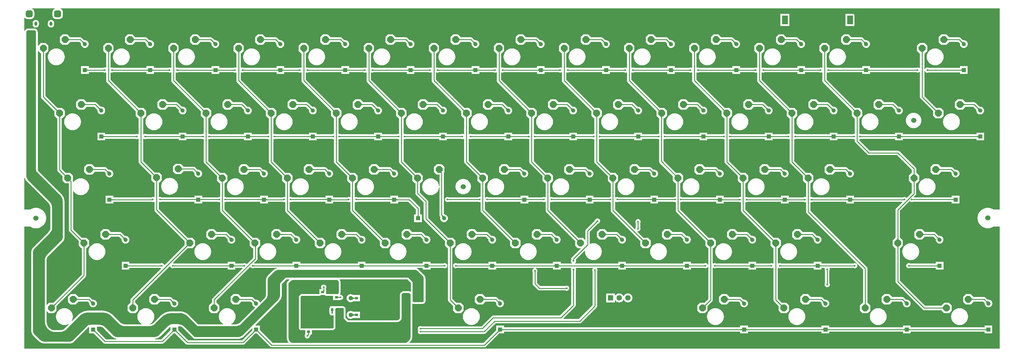
<source format=gtl>
G04*
G04 #@! TF.GenerationSoftware,Altium Limited,Altium Designer,21.2.1 (34)*
G04*
G04 Layer_Physical_Order=1*
G04 Layer_Color=255*
%FSLAX25Y25*%
%MOIN*%
G70*
G04*
G04 #@! TF.SameCoordinates,E791EE2E-FBA0-4324-A9C2-BCC3054153F0*
G04*
G04*
G04 #@! TF.FilePolarity,Positive*
G04*
G01*
G75*
%ADD10C,0.01000*%
%ADD18R,0.03543X0.03150*%
%ADD19R,0.03150X0.03543*%
%ADD20R,0.04724X0.09252*%
%ADD21R,0.02756X0.03543*%
%ADD22R,0.03543X0.02756*%
%ADD43C,0.01968*%
%ADD44C,0.06000*%
%ADD45C,0.04874*%
%ADD46R,0.04874X0.04874*%
%ADD47P,0.08523X8X22.5*%
%ADD48R,0.04874X0.04874*%
%ADD49R,0.06500X0.10000*%
%ADD50O,0.06500X0.10000*%
%ADD51O,0.03347X0.04724*%
G04:AMPARAMS|DCode=52|XSize=78.74mil|YSize=78.74mil|CornerRadius=19.68mil|HoleSize=0mil|Usage=FLASHONLY|Rotation=0.000|XOffset=0mil|YOffset=0mil|HoleType=Round|Shape=RoundedRectangle|*
%AMROUNDEDRECTD52*
21,1,0.07874,0.03937,0,0,0.0*
21,1,0.03937,0.07874,0,0,0.0*
1,1,0.03937,0.01968,-0.01968*
1,1,0.03937,-0.01968,-0.01968*
1,1,0.03937,-0.01968,0.01968*
1,1,0.03937,0.01968,0.01968*
%
%ADD52ROUNDEDRECTD52*%
%ADD53C,0.06299*%
%ADD54R,0.06299X0.06299*%
%ADD55C,0.05118*%
%ADD56C,0.01968*%
%ADD57C,0.05000*%
G36*
X1123519Y160487D02*
X1116591D01*
X1115275Y161293D01*
X1113553Y162006D01*
X1111740Y162442D01*
X1109882Y162588D01*
X1108024Y162442D01*
X1106211Y162006D01*
X1104489Y161293D01*
X1102899Y160319D01*
X1101482Y159108D01*
X1100272Y157691D01*
X1099298Y156102D01*
X1098584Y154379D01*
X1098149Y152567D01*
X1098003Y150709D01*
X1098149Y148850D01*
X1098584Y147038D01*
X1099298Y145316D01*
X1100272Y143726D01*
X1101482Y142309D01*
X1102899Y141098D01*
X1104489Y140124D01*
X1106211Y139411D01*
X1108024Y138976D01*
X1109882Y138830D01*
X1111740Y138976D01*
X1113553Y139411D01*
X1115275Y140124D01*
X1116383Y140804D01*
X1123519D01*
Y-0D01*
X-1D01*
Y140804D01*
X6677D01*
X7914Y140045D01*
X9636Y139332D01*
X11449Y138897D01*
X13307Y138751D01*
X15165Y138897D01*
X16978Y139332D01*
X18700Y140045D01*
X20290Y141019D01*
X21707Y142230D01*
X22918Y143648D01*
X23891Y145237D01*
X24605Y146959D01*
X25040Y148772D01*
X25186Y150630D01*
X25040Y152488D01*
X24605Y154301D01*
X23891Y156023D01*
X22918Y157612D01*
X21707Y159030D01*
X20290Y160240D01*
X18700Y161214D01*
X16978Y161928D01*
X15165Y162363D01*
X13307Y162509D01*
X11449Y162363D01*
X9636Y161928D01*
X7914Y161214D01*
X6727Y160487D01*
X-1D01*
Y197210D01*
X499Y197259D01*
X552Y196995D01*
X629Y196809D01*
X668Y196612D01*
X1195Y195339D01*
X1307Y195172D01*
X1384Y194986D01*
X2149Y193841D01*
X2291Y193699D01*
X2403Y193532D01*
X2890Y193045D01*
X2891Y193044D01*
X27123Y168812D01*
X27436Y168483D01*
X28028Y167762D01*
X28532Y167008D01*
X28960Y166207D01*
X29307Y165368D01*
X29571Y164499D01*
X29748Y163609D01*
X29839Y162681D01*
X29850Y162203D01*
X29851Y162201D01*
X29851Y138046D01*
X29832Y137663D01*
X29811Y137558D01*
X27396Y133922D01*
X10288Y116813D01*
X9839Y116365D01*
X9727Y116198D01*
X9585Y116056D01*
X8880Y115000D01*
X8803Y114815D01*
X8692Y114648D01*
X8206Y113475D01*
X8167Y113278D01*
X8090Y113092D01*
X7842Y111847D01*
X7842Y111646D01*
X7803Y111449D01*
X7803Y110815D01*
X7803Y110815D01*
X7803Y21166D01*
X7803Y20439D01*
X7842Y20242D01*
X7842Y20041D01*
X8126Y18616D01*
X8203Y18431D01*
X8242Y18234D01*
X8798Y16891D01*
X8909Y16724D01*
X8986Y16539D01*
X9793Y15331D01*
X9935Y15189D01*
X10047Y15021D01*
X10561Y14508D01*
X10562Y14507D01*
X16126Y8943D01*
X16126Y8943D01*
X16747Y8322D01*
X16914Y8211D01*
X17056Y8069D01*
X18515Y7094D01*
X18700Y7017D01*
X18867Y6905D01*
X20488Y6234D01*
X20685Y6195D01*
X20871Y6118D01*
X22592Y5776D01*
X22793D01*
X22989Y5736D01*
X23867Y5736D01*
X51896Y5736D01*
X52405Y5736D01*
X52602Y5776D01*
X52803D01*
X53800Y5974D01*
X53986Y6051D01*
X54183Y6090D01*
X55123Y6479D01*
X55290Y6591D01*
X55475Y6668D01*
X56321Y7233D01*
X56463Y7375D01*
X56630Y7486D01*
X56989Y7846D01*
X56990Y7846D01*
X73321Y24177D01*
X73596Y24426D01*
X74196Y24827D01*
X74457Y24759D01*
X74696Y24599D01*
Y17571D01*
X79820D01*
X79826Y17569D01*
X79882Y17571D01*
X79966D01*
X91268Y6268D01*
X92095Y5716D01*
X93070Y5522D01*
X158897D01*
X159873Y5716D01*
X160700Y6268D01*
X172002Y17571D01*
X172085D01*
X172141Y17569D01*
X172147Y17571D01*
X173521D01*
X173527Y17569D01*
X173583Y17571D01*
X173666D01*
X186051Y5186D01*
X186878Y4633D01*
X187854Y4439D01*
X251909D01*
X252885Y4633D01*
X253711Y5186D01*
X266096Y17571D01*
X266179D01*
X266236Y17569D01*
X266242Y17571D01*
X267615D01*
X267621Y17569D01*
X267678Y17571D01*
X267761D01*
X283236Y2095D01*
X284063Y1543D01*
X285039Y1349D01*
X529921D01*
X530896Y1543D01*
X531723Y2095D01*
X547199Y17571D01*
X547282D01*
X547338Y17569D01*
X547344Y17571D01*
X552468D01*
Y19459D01*
X824696D01*
Y17571D01*
X833570D01*
Y19459D01*
X918397D01*
Y17571D01*
X927271D01*
Y19459D01*
X1012098D01*
Y17571D01*
X1020972D01*
Y19459D01*
X1106192D01*
Y17571D01*
X1115066D01*
Y26445D01*
X1106192D01*
Y24557D01*
X1020972D01*
Y26445D01*
X1012098D01*
Y24557D01*
X927271D01*
Y26445D01*
X918397D01*
Y24557D01*
X833570D01*
Y26445D01*
X824696D01*
Y24557D01*
X552468D01*
Y26445D01*
X543594D01*
Y21321D01*
X543592Y21315D01*
X543594Y21259D01*
Y21175D01*
X528865Y6447D01*
X443719D01*
X443638Y6641D01*
X443590Y6947D01*
X444555Y7911D01*
X444555Y7911D01*
X444999Y8355D01*
X445111Y8522D01*
X445253Y8664D01*
X445950Y9708D01*
X446027Y9894D01*
X446139Y10061D01*
X446619Y11221D01*
X446658Y11418D01*
X446735Y11604D01*
X446980Y12835D01*
X446980Y13036D01*
X447019Y13233D01*
X447019Y13861D01*
X447019Y13861D01*
X447019Y51494D01*
X447519Y51828D01*
X447690Y51758D01*
X448470Y51603D01*
X448799Y51603D01*
X458405Y51603D01*
X458405Y51603D01*
X458405Y51603D01*
X458731Y51603D01*
X459511Y51758D01*
X460111Y52007D01*
X460111Y52007D01*
X460773Y52448D01*
X461233Y52908D01*
X461233Y52908D01*
X461509Y53322D01*
X461675Y53570D01*
X461675Y53570D01*
X461923Y54170D01*
X462079Y54951D01*
X462079Y55275D01*
X462079Y55276D01*
X462079Y80422D01*
X462079Y80935D01*
X462039Y81132D01*
X462039Y81332D01*
X461839Y82339D01*
X461763Y82524D01*
X461723Y82721D01*
X461331Y83669D01*
X461219Y83836D01*
X461142Y84021D01*
X460572Y84874D01*
X460430Y85016D01*
X460319Y85183D01*
X459956Y85546D01*
X459956Y85546D01*
X459956Y85546D01*
X454378Y91123D01*
X454125Y91377D01*
X453958Y91489D01*
X453816Y91631D01*
X453220Y92029D01*
X453034Y92106D01*
X452867Y92218D01*
X452205Y92492D01*
X452153Y92581D01*
X452443Y93081D01*
X458948D01*
Y91193D01*
X467822D01*
Y93081D01*
X482722D01*
X482746Y93062D01*
X483472Y92762D01*
X484251Y92659D01*
X485030Y92762D01*
X485756Y93062D01*
X486380Y93541D01*
X486858Y94164D01*
X487159Y94890D01*
X487261Y95669D01*
X487159Y96448D01*
X486858Y97174D01*
X486380Y97798D01*
X485756Y98276D01*
X485030Y98577D01*
X484251Y98679D01*
X483472Y98577D01*
X482746Y98276D01*
X482620Y98179D01*
X467822D01*
Y100067D01*
X458948D01*
Y98179D01*
X393019D01*
Y100067D01*
X384145D01*
Y98179D01*
X317822D01*
Y100067D01*
X308948D01*
Y98218D01*
X264734D01*
X264557Y98567D01*
X264549Y98740D01*
X267944Y102135D01*
X268496Y102961D01*
X268690Y103937D01*
Y116137D01*
X271449Y118896D01*
Y124833D01*
X268481Y127802D01*
X263180D01*
X230550Y160432D01*
Y168730D01*
X230926Y169060D01*
X231102Y169037D01*
X231881Y169140D01*
X232607Y169440D01*
X232682Y169498D01*
X271547D01*
Y167571D01*
X280421D01*
Y169459D01*
X297683D01*
X297707Y169440D01*
X298433Y169140D01*
X299212Y169037D01*
X299958Y169135D01*
X300096Y169124D01*
X300458Y168883D01*
Y159370D01*
X300652Y158395D01*
X301204Y157568D01*
X334575Y124197D01*
Y118896D01*
X337544Y115928D01*
X343481D01*
X346449Y118896D01*
Y124833D01*
X343481Y127802D01*
X338180D01*
X305556Y160426D01*
Y168773D01*
X306056Y169135D01*
X306572Y169067D01*
X307351Y169169D01*
X308077Y169470D01*
X308113Y169498D01*
X346743D01*
Y167571D01*
X355617D01*
Y169459D01*
X372195D01*
X372204Y169452D01*
X372930Y169151D01*
X373709Y169049D01*
X374488Y169151D01*
X374958Y169346D01*
X375458Y169042D01*
Y159363D01*
X375652Y158387D01*
X376204Y157561D01*
X409568Y124197D01*
Y118896D01*
X412536Y115928D01*
X418473D01*
X421442Y118896D01*
Y124833D01*
X418473Y127802D01*
X413172D01*
X380556Y160419D01*
Y169009D01*
X381056Y169325D01*
X381504Y169140D01*
X382283Y169037D01*
X383062Y169140D01*
X383788Y169440D01*
X383863Y169498D01*
X421547D01*
Y167571D01*
X430421D01*
Y169459D01*
X442290D01*
X450954Y160794D01*
Y154831D01*
X449066D01*
Y145957D01*
X457940D01*
Y154831D01*
X456052D01*
Y161850D01*
X455858Y162826D01*
X455306Y163653D01*
X445148Y173810D01*
X444321Y174363D01*
X443346Y174557D01*
X430421D01*
Y176445D01*
X421547D01*
Y174596D01*
X383863D01*
X383788Y174654D01*
X383062Y174954D01*
X382283Y175057D01*
X381504Y174954D01*
X381056Y174769D01*
X380556Y175085D01*
Y190928D01*
X380975D01*
X383944Y193896D01*
Y199833D01*
X380975Y202802D01*
X375674D01*
X361806Y216671D01*
Y241438D01*
X362306Y241876D01*
X362637Y241832D01*
X363416Y241935D01*
X364142Y242236D01*
X364217Y242293D01*
X403043D01*
Y240405D01*
X411917D01*
Y242293D01*
X429561D01*
X429636Y242236D01*
X430362Y241935D01*
X431141Y241832D01*
X431332Y241858D01*
X431708Y241528D01*
Y215609D01*
X431902Y214634D01*
X432454Y213807D01*
X447064Y199197D01*
Y193896D01*
X450032Y190928D01*
X450452D01*
Y179282D01*
X450646Y178306D01*
X451198Y177480D01*
X460049Y168629D01*
Y149780D01*
X460243Y148804D01*
X460795Y147977D01*
X484576Y124197D01*
Y118896D01*
X487544Y115928D01*
X487964D01*
Y56239D01*
X488158Y55264D01*
X488710Y54437D01*
X493950Y49198D01*
Y43897D01*
X496918Y40928D01*
X502855D01*
X505824Y43897D01*
Y49834D01*
X502855Y52802D01*
X497554D01*
X493061Y57295D01*
Y115928D01*
X493481D01*
X496450Y118896D01*
Y124833D01*
X493481Y127802D01*
X488180D01*
X465147Y150835D01*
Y169685D01*
X464953Y170660D01*
X464400Y171487D01*
X455550Y180338D01*
Y190928D01*
X455969D01*
X458938Y193896D01*
Y199833D01*
X455969Y202802D01*
X450668D01*
X436806Y216665D01*
Y241546D01*
X437306Y241902D01*
X437834Y241832D01*
X438613Y241935D01*
X439339Y242236D01*
X439414Y242293D01*
X477846D01*
Y240405D01*
X486720D01*
Y242333D01*
X503144D01*
X503219Y242275D01*
X503945Y241974D01*
X504724Y241872D01*
X505503Y241974D01*
X506229Y242275D01*
X506259Y242298D01*
X506708Y242077D01*
Y215613D01*
X506902Y214637D01*
X507454Y213810D01*
X522068Y199197D01*
Y193896D01*
X525036Y190928D01*
X525456D01*
Y175382D01*
X524956Y175016D01*
X524450Y175083D01*
X523671Y174980D01*
X522945Y174679D01*
X522836Y174596D01*
X488981D01*
X488906Y174654D01*
X488180Y174954D01*
X487401Y175057D01*
X486622Y174954D01*
X485896Y174654D01*
X485273Y174176D01*
X484794Y173552D01*
X484493Y172826D01*
X484391Y172047D01*
X484493Y171268D01*
X484794Y170542D01*
X485273Y169919D01*
X485896Y169440D01*
X486622Y169140D01*
X487401Y169037D01*
X488180Y169140D01*
X488906Y169440D01*
X488981Y169498D01*
X522903D01*
X522945Y169466D01*
X523671Y169165D01*
X524450Y169063D01*
X524956Y169129D01*
X525456Y168763D01*
Y159365D01*
X525650Y158389D01*
X526202Y157562D01*
X559568Y124197D01*
Y118896D01*
X562536Y115928D01*
X568473D01*
X571442Y118896D01*
Y124833D01*
X568473Y127802D01*
X563172D01*
X530554Y160421D01*
Y169667D01*
X531054Y169833D01*
X531565Y169440D01*
X532291Y169140D01*
X533070Y169037D01*
X533849Y169140D01*
X534575Y169440D01*
X534651Y169498D01*
X571547D01*
Y167571D01*
X580421D01*
Y169498D01*
X596844D01*
X596920Y169440D01*
X597646Y169140D01*
X598425Y169037D01*
X599204Y169140D01*
X599930Y169440D01*
X600007Y169500D01*
X600456Y169279D01*
Y159373D01*
X600650Y158397D01*
X601202Y157570D01*
X634576Y124197D01*
Y118896D01*
X637544Y115928D01*
X640705D01*
X640897Y115466D01*
X630807Y105377D01*
X630255Y104550D01*
X630061Y103574D01*
Y102694D01*
X630003Y102619D01*
X629702Y101893D01*
X629600Y101114D01*
X629702Y100335D01*
X630003Y99609D01*
X630481Y98985D01*
X630881Y98679D01*
X630711Y98179D01*
X617822D01*
Y100067D01*
X608948D01*
Y98179D01*
X543413D01*
Y100067D01*
X534539D01*
Y98218D01*
X498430D01*
X498355Y98276D01*
X497629Y98577D01*
X496850Y98679D01*
X496071Y98577D01*
X495345Y98276D01*
X494721Y97798D01*
X494243Y97174D01*
X493942Y96448D01*
X493840Y95669D01*
X493942Y94890D01*
X494243Y94164D01*
X494721Y93541D01*
X495345Y93062D01*
X496071Y92762D01*
X496850Y92659D01*
X497629Y92762D01*
X498355Y93062D01*
X498430Y93120D01*
X534539D01*
Y91193D01*
X543413D01*
Y93081D01*
X586994D01*
X587093Y92581D01*
X586586Y92370D01*
X585962Y91892D01*
X585484Y91269D01*
X585183Y90543D01*
X585081Y89764D01*
X585183Y88985D01*
X585484Y88259D01*
X585542Y88183D01*
Y74803D01*
X585542Y74803D01*
X585736Y73828D01*
X586288Y73001D01*
X591456Y67833D01*
X592282Y67281D01*
X593258Y67087D01*
X623174D01*
X623249Y67029D01*
X623975Y66728D01*
X624754Y66626D01*
X625533Y66728D01*
X626259Y67029D01*
X626882Y67507D01*
X627361Y68131D01*
X627661Y68857D01*
X627764Y69636D01*
X627661Y70415D01*
X627361Y71141D01*
X626882Y71764D01*
X626259Y72243D01*
X625533Y72543D01*
X624754Y72646D01*
X623975Y72543D01*
X623249Y72243D01*
X623174Y72185D01*
X594314D01*
X590639Y75859D01*
Y88183D01*
X590697Y88259D01*
X590998Y88985D01*
X591101Y89764D01*
X590998Y90543D01*
X590697Y91269D01*
X590219Y91892D01*
X589596Y92370D01*
X589088Y92581D01*
X589187Y93081D01*
X608948D01*
Y91193D01*
X617822D01*
Y93081D01*
X629654D01*
X629904Y92581D01*
X629671Y92019D01*
X629569Y91240D01*
X629671Y90461D01*
X629972Y89735D01*
X630030Y89660D01*
Y51056D01*
X617054Y38080D01*
X540059D01*
X539084Y37887D01*
X538257Y37334D01*
X526503Y25580D01*
X457608D01*
X456980Y25840D01*
X456201Y25943D01*
X455422Y25840D01*
X454696Y25540D01*
X454072Y25062D01*
X453594Y24438D01*
X453293Y23712D01*
X453191Y22933D01*
X453293Y22154D01*
X453594Y21428D01*
X453848Y21097D01*
X453692Y20895D01*
X453392Y20169D01*
X453289Y19390D01*
X453392Y18611D01*
X453692Y17885D01*
X454171Y17261D01*
X454794Y16783D01*
X455520Y16482D01*
X456299Y16380D01*
X457078Y16482D01*
X457804Y16783D01*
X457879Y16841D01*
X529626D01*
X530601Y17035D01*
X531428Y17587D01*
X542886Y29046D01*
X639764D01*
X640739Y29239D01*
X641566Y29792D01*
X659086Y47312D01*
X659638Y48139D01*
X659832Y49114D01*
Y88971D01*
X659890Y89046D01*
X660191Y89772D01*
X660293Y90551D01*
X660191Y91330D01*
X659890Y92056D01*
X659488Y92581D01*
X659641Y93081D01*
X684145D01*
Y91193D01*
X693019D01*
Y93081D01*
X758948D01*
Y91193D01*
X767822D01*
Y93120D01*
X783065D01*
X783140Y93062D01*
X783866Y92762D01*
X784645Y92659D01*
X785424Y92762D01*
X786150Y93062D01*
X786773Y93541D01*
X787252Y94164D01*
X787456Y94656D01*
X787956Y94557D01*
Y57295D01*
X783463Y52802D01*
X778162D01*
X775194Y49834D01*
Y43897D01*
X778162Y40928D01*
X784099D01*
X787068Y43897D01*
Y49198D01*
X792307Y54437D01*
X792860Y55264D01*
X793054Y56239D01*
Y92982D01*
X793554Y93228D01*
X793770Y93062D01*
X794496Y92762D01*
X795275Y92659D01*
X796054Y92762D01*
X796780Y93062D01*
X796855Y93120D01*
X834145D01*
Y91193D01*
X843019D01*
Y93120D01*
X859049D01*
X859124Y93062D01*
X859850Y92762D01*
X860629Y92659D01*
X861408Y92762D01*
X862134Y93062D01*
X862464Y93315D01*
X862964Y93068D01*
Y56239D01*
X863158Y55264D01*
X863710Y54437D01*
X868950Y49198D01*
Y43897D01*
X871918Y40928D01*
X877855D01*
X880824Y43897D01*
Y49834D01*
X877855Y52802D01*
X872554D01*
X868062Y57295D01*
Y92890D01*
X868510Y93111D01*
X868573Y93062D01*
X869299Y92762D01*
X870078Y92659D01*
X870857Y92762D01*
X871583Y93062D01*
X871658Y93120D01*
X909342D01*
Y91193D01*
X918216D01*
Y93120D01*
X921688D01*
X922022Y92620D01*
X921896Y92314D01*
X921793Y91535D01*
X921896Y90756D01*
X922196Y90030D01*
X922303Y89891D01*
Y75335D01*
X922295Y75324D01*
X921994Y74598D01*
X921892Y73819D01*
X921994Y73040D01*
X922295Y72314D01*
X922773Y71690D01*
X923397Y71212D01*
X924123Y70912D01*
X924902Y70809D01*
X925681Y70912D01*
X926407Y71212D01*
X927030Y71690D01*
X927508Y72314D01*
X927809Y73040D01*
X927912Y73819D01*
X927809Y74598D01*
X927508Y75324D01*
X927401Y75463D01*
Y90019D01*
X927410Y90030D01*
X927711Y90756D01*
X927813Y91535D01*
X927711Y92314D01*
X927584Y92620D01*
X927918Y93120D01*
X955112D01*
X955187Y93062D01*
X955913Y92762D01*
X956692Y92659D01*
X957471Y92762D01*
X958197Y93062D01*
X958821Y93541D01*
X959299Y94164D01*
X959600Y94890D01*
X959702Y95669D01*
X959600Y96448D01*
X959299Y97174D01*
X958821Y97798D01*
X958197Y98276D01*
X957471Y98577D01*
X956692Y98679D01*
X955913Y98577D01*
X955187Y98276D01*
X955112Y98218D01*
X918216D01*
Y100067D01*
X909342D01*
Y98218D01*
X871658D01*
X871583Y98276D01*
X870857Y98577D01*
X870078Y98679D01*
X869299Y98577D01*
X868573Y98276D01*
X868510Y98227D01*
X868062Y98448D01*
Y115928D01*
X868481D01*
X871450Y118896D01*
Y124833D01*
X868481Y127802D01*
X863180D01*
X830562Y160421D01*
Y168861D01*
X830977Y169139D01*
X831071Y169100D01*
X831850Y168998D01*
X832629Y169100D01*
X833355Y169401D01*
X833430Y169459D01*
X871547D01*
Y167571D01*
X880421D01*
Y169459D01*
X897592D01*
X897668Y169401D01*
X898394Y169100D01*
X899173Y168998D01*
X899952Y169100D01*
X900048Y169140D01*
X900464Y168862D01*
Y158010D01*
X900658Y157035D01*
X901210Y156208D01*
X966082Y91336D01*
Y52802D01*
X965662D01*
X962694Y49834D01*
Y43897D01*
X965662Y40928D01*
X971599D01*
X974568Y43897D01*
Y49834D01*
X971599Y52802D01*
X971180D01*
Y92392D01*
X970986Y93368D01*
X970433Y94195D01*
X905562Y159066D01*
Y168747D01*
X906061Y169076D01*
X906653Y168998D01*
X907432Y169100D01*
X908158Y169401D01*
X908233Y169459D01*
X946743D01*
Y167571D01*
X955618D01*
Y169459D01*
X1011263D01*
X1011455Y168997D01*
X1004328Y161871D01*
X1003776Y161044D01*
X1003582Y160068D01*
Y127802D01*
X1003162D01*
X1000194Y124833D01*
Y118896D01*
X1003162Y115928D01*
X1003582D01*
Y77294D01*
X1003776Y76319D01*
X1004328Y75492D01*
X1034758Y45063D01*
X1035584Y44510D01*
X1036560Y44316D01*
X1056446D01*
Y43897D01*
X1059414Y40928D01*
X1065351D01*
X1068320Y43897D01*
Y49834D01*
X1065351Y52802D01*
X1059414D01*
X1056446Y49834D01*
Y49414D01*
X1037616D01*
X1008680Y78350D01*
Y115928D01*
X1009099D01*
X1012068Y118896D01*
Y124833D01*
X1009099Y127802D01*
X1008680D01*
Y159012D01*
X1019606Y169939D01*
X1019918Y169919D01*
X1020542Y169440D01*
X1021268Y169140D01*
X1022047Y169037D01*
X1022826Y169140D01*
X1023552Y169440D01*
X1023627Y169498D01*
X1068397D01*
Y167571D01*
X1077271D01*
Y176445D01*
X1068397D01*
Y174596D01*
X1024917D01*
X1024725Y175058D01*
X1026605Y176938D01*
X1027157Y177765D01*
X1027351Y178740D01*
Y190928D01*
X1027843D01*
X1030812Y193896D01*
Y199833D01*
X1027843Y202802D01*
X1027424D01*
Y207408D01*
X1027230Y208383D01*
X1026677Y209210D01*
X1008101Y227786D01*
X1007274Y228339D01*
X1006299Y228533D01*
X973890D01*
X961806Y240617D01*
Y241438D01*
X962306Y241876D01*
X962637Y241832D01*
X963416Y241935D01*
X964142Y242236D01*
X964217Y242293D01*
X1003043D01*
Y240405D01*
X1011917D01*
Y242293D01*
X1096743D01*
Y240405D01*
X1105618D01*
Y249279D01*
X1096743D01*
Y247391D01*
X1011917D01*
Y249279D01*
X1003043D01*
Y247391D01*
X964217D01*
X964142Y247449D01*
X963416Y247750D01*
X962637Y247852D01*
X962306Y247809D01*
X961806Y248247D01*
Y265928D01*
X962225D01*
X965194Y268896D01*
Y274833D01*
X962225Y277802D01*
X956924D01*
X924306Y310421D01*
Y318521D01*
X924806Y318856D01*
X925165Y318707D01*
X925944Y318604D01*
X926723Y318707D01*
X927449Y319007D01*
X927525Y319065D01*
X965248D01*
Y317177D01*
X974121D01*
Y319065D01*
X1027507D01*
X1027530Y319047D01*
X1028256Y318746D01*
X1029035Y318643D01*
X1029815Y318746D01*
X1030540Y319047D01*
X1031164Y319525D01*
X1031208Y319582D01*
X1031708Y319413D01*
Y290613D01*
X1031902Y289637D01*
X1032454Y288810D01*
X1047068Y274197D01*
Y268896D01*
X1050036Y265928D01*
X1055973D01*
X1058942Y268896D01*
Y274833D01*
X1055973Y277802D01*
X1050673D01*
X1036806Y291669D01*
Y320542D01*
X1037306Y320642D01*
X1037551Y320050D01*
X1038029Y319427D01*
X1038653Y318948D01*
X1039378Y318648D01*
X1040158Y318545D01*
X1040936Y318648D01*
X1041663Y318948D01*
X1041738Y319006D01*
X1077846D01*
Y317177D01*
X1086720D01*
Y326051D01*
X1077846D01*
Y324104D01*
X1041738D01*
X1041663Y324162D01*
X1040936Y324463D01*
X1040158Y324565D01*
X1039378Y324463D01*
X1038653Y324162D01*
X1038029Y323684D01*
X1037551Y323060D01*
X1037306Y322468D01*
X1036806Y322568D01*
Y340928D01*
X1037225D01*
X1040194Y343896D01*
Y349833D01*
X1037225Y352802D01*
X1031288D01*
X1028320Y349833D01*
Y343896D01*
X1031288Y340928D01*
X1031708D01*
Y323895D01*
X1031208Y323725D01*
X1031164Y323782D01*
X1030540Y324260D01*
X1029815Y324561D01*
X1029035Y324663D01*
X1028256Y324561D01*
X1027530Y324260D01*
X1027404Y324163D01*
X974121D01*
Y326051D01*
X965248D01*
Y324163D01*
X927525D01*
X927449Y324221D01*
X926723Y324521D01*
X925944Y324624D01*
X925165Y324521D01*
X924806Y324373D01*
X924306Y324707D01*
Y340928D01*
X924725D01*
X927694Y343896D01*
Y349833D01*
X924725Y352802D01*
X918788D01*
X915820Y349833D01*
Y343896D01*
X918788Y340928D01*
X919208D01*
Y324454D01*
X918708Y324254D01*
X918062Y324521D01*
X917283Y324624D01*
X916504Y324521D01*
X915778Y324221D01*
X915703Y324163D01*
X899318D01*
Y326051D01*
X890444D01*
Y324163D01*
X852721D01*
X852646Y324221D01*
X851920Y324521D01*
X851141Y324624D01*
X850362Y324521D01*
X849806Y324291D01*
X849306Y324543D01*
Y340928D01*
X849725D01*
X852694Y343896D01*
Y349833D01*
X849725Y352802D01*
X843788D01*
X840820Y349833D01*
Y343896D01*
X843788Y340928D01*
X844208D01*
Y324651D01*
X843708Y324336D01*
X843259Y324521D01*
X842480Y324624D01*
X841701Y324521D01*
X840975Y324221D01*
X840899Y324163D01*
X824515D01*
Y326051D01*
X815641D01*
Y324163D01*
X777525D01*
X777449Y324221D01*
X776723Y324521D01*
X775944Y324624D01*
X775165Y324521D01*
X774806Y324373D01*
X774306Y324707D01*
Y340928D01*
X774725D01*
X777694Y343896D01*
Y349833D01*
X774725Y352802D01*
X768788D01*
X765820Y349833D01*
Y343896D01*
X768788Y340928D01*
X769208D01*
Y324454D01*
X768708Y324254D01*
X768062Y324521D01*
X767283Y324624D01*
X766504Y324521D01*
X765778Y324221D01*
X765703Y324163D01*
X749318D01*
Y326051D01*
X740444D01*
Y324163D01*
X702643D01*
X702567Y324221D01*
X701841Y324521D01*
X701062Y324624D01*
X700283Y324521D01*
X699806Y324324D01*
X699306Y324622D01*
Y340928D01*
X699725D01*
X702694Y343896D01*
Y349833D01*
X699725Y352802D01*
X693788D01*
X690820Y349833D01*
Y343896D01*
X693788Y340928D01*
X694208D01*
Y324572D01*
X693708Y324303D01*
X693180Y324521D01*
X692401Y324624D01*
X691622Y324521D01*
X690896Y324221D01*
X690821Y324163D01*
X674515D01*
Y326051D01*
X665641D01*
Y324163D01*
X627525D01*
X627449Y324221D01*
X626723Y324521D01*
X625944Y324624D01*
X625165Y324521D01*
X624806Y324373D01*
X624306Y324707D01*
Y340928D01*
X624725D01*
X627694Y343896D01*
Y349833D01*
X624725Y352802D01*
X618788D01*
X615820Y349833D01*
Y343896D01*
X618788Y340928D01*
X619208D01*
Y324454D01*
X618708Y324254D01*
X618062Y324521D01*
X617283Y324624D01*
X616504Y324521D01*
X615778Y324221D01*
X615703Y324163D01*
X599318D01*
Y326051D01*
X590444D01*
Y324163D01*
X552328D01*
X552252Y324221D01*
X551526Y324521D01*
X550747Y324624D01*
X549968Y324521D01*
X549721Y324419D01*
X549306Y324697D01*
Y340928D01*
X549725D01*
X552694Y343896D01*
Y349833D01*
X549725Y352802D01*
X543788D01*
X540820Y349833D01*
Y343896D01*
X543788Y340928D01*
X544208D01*
Y324313D01*
X543759Y324092D01*
X543591Y324221D01*
X542865Y324521D01*
X542086Y324624D01*
X541307Y324521D01*
X540581Y324221D01*
X540506Y324163D01*
X524122D01*
Y326051D01*
X515247D01*
Y324163D01*
X477525D01*
X477449Y324221D01*
X476723Y324521D01*
X475944Y324624D01*
X475165Y324521D01*
X474806Y324373D01*
X474306Y324707D01*
Y340928D01*
X474725D01*
X477694Y343896D01*
Y349833D01*
X474725Y352802D01*
X468788D01*
X465820Y349833D01*
Y343896D01*
X468788Y340928D01*
X469208D01*
Y324454D01*
X468708Y324254D01*
X468062Y324521D01*
X467283Y324624D01*
X466504Y324521D01*
X465778Y324221D01*
X465703Y324163D01*
X449318D01*
Y326051D01*
X440444D01*
Y324163D01*
X402328D01*
X402252Y324221D01*
X401526Y324521D01*
X400747Y324624D01*
X399968Y324521D01*
X399721Y324419D01*
X399306Y324697D01*
Y340928D01*
X399725D01*
X402694Y343896D01*
Y349833D01*
X399725Y352802D01*
X393788D01*
X390820Y349833D01*
Y343896D01*
X393788Y340928D01*
X394208D01*
Y324313D01*
X393759Y324092D01*
X393591Y324221D01*
X392865Y324521D01*
X392086Y324624D01*
X391307Y324521D01*
X390581Y324221D01*
X390506Y324163D01*
X374121D01*
Y326051D01*
X365247D01*
Y324163D01*
X327525D01*
X327449Y324221D01*
X326723Y324521D01*
X325944Y324624D01*
X325165Y324521D01*
X324806Y324373D01*
X324306Y324707D01*
Y340928D01*
X324725D01*
X327694Y343896D01*
Y349833D01*
X324725Y352802D01*
X318788D01*
X315820Y349833D01*
Y343896D01*
X318788Y340928D01*
X319208D01*
Y324454D01*
X318708Y324254D01*
X318062Y324521D01*
X317283Y324624D01*
X316504Y324521D01*
X315778Y324221D01*
X315703Y324163D01*
X299318D01*
Y326051D01*
X290444D01*
Y324202D01*
X252682D01*
X252607Y324260D01*
X251881Y324561D01*
X251102Y324663D01*
X250323Y324561D01*
X249806Y324347D01*
X249306Y324622D01*
Y340928D01*
X249725D01*
X252694Y343896D01*
Y349833D01*
X249725Y352802D01*
X243788D01*
X240820Y349833D01*
Y343896D01*
X243788Y340928D01*
X244208D01*
Y324651D01*
X243708Y324359D01*
X243219Y324561D01*
X242440Y324663D01*
X241661Y324561D01*
X240935Y324260D01*
X240860Y324202D01*
X224515D01*
Y326051D01*
X215641D01*
Y324202D01*
X177564D01*
X177489Y324260D01*
X176763Y324561D01*
X175984Y324663D01*
X175205Y324561D01*
X174806Y324396D01*
X174306Y324730D01*
Y340928D01*
X174725D01*
X177694Y343896D01*
Y349833D01*
X174725Y352802D01*
X168788D01*
X165820Y349833D01*
Y343896D01*
X168788Y340928D01*
X169208D01*
Y324533D01*
X168708Y324310D01*
X168101Y324561D01*
X167322Y324663D01*
X166543Y324561D01*
X165817Y324260D01*
X165742Y324202D01*
X149318D01*
Y326051D01*
X140444D01*
Y324202D01*
X102367D01*
X102292Y324260D01*
X101566Y324561D01*
X100787Y324663D01*
X100008Y324561D01*
X99721Y324442D01*
X99305Y324720D01*
Y340928D01*
X99725D01*
X102693Y343896D01*
Y349833D01*
X99725Y352802D01*
X93788D01*
X90819Y349833D01*
Y343896D01*
X93788Y340928D01*
X94207D01*
Y324726D01*
X93707Y324391D01*
X93298Y324561D01*
X92519Y324663D01*
X91740Y324561D01*
X91014Y324260D01*
X90939Y324202D01*
X74121D01*
Y326051D01*
X65247D01*
Y317177D01*
X74121D01*
Y319104D01*
X90939D01*
X91014Y319047D01*
X91740Y318746D01*
X92519Y318643D01*
X93298Y318746D01*
X93707Y318915D01*
X94207Y318581D01*
Y309365D01*
X94401Y308389D01*
X94954Y307562D01*
X128319Y274197D01*
Y268896D01*
X131288Y265928D01*
X131707D01*
Y247601D01*
X131207Y247354D01*
X131032Y247488D01*
X130306Y247789D01*
X129527Y247892D01*
X128748Y247789D01*
X128022Y247488D01*
X127947Y247431D01*
X93019D01*
Y249319D01*
X84145D01*
Y240445D01*
X93019D01*
Y242333D01*
X127947D01*
X128022Y242275D01*
X128748Y241974D01*
X129527Y241872D01*
X130306Y241974D01*
X131032Y242275D01*
X131207Y242409D01*
X131707Y242163D01*
Y215467D01*
X131901Y214492D01*
X132454Y213665D01*
X146387Y199732D01*
Y194431D01*
X149355Y191463D01*
X149775D01*
Y175068D01*
X149275Y174762D01*
X148810Y174954D01*
X148031Y175057D01*
X147252Y174954D01*
X146526Y174654D01*
X146399Y174557D01*
X102468D01*
Y176445D01*
X93594D01*
Y167571D01*
X102468D01*
Y169459D01*
X146502D01*
X146526Y169440D01*
X147252Y169140D01*
X148031Y169037D01*
X148810Y169140D01*
X149275Y169332D01*
X149775Y169026D01*
Y160053D01*
X149969Y159078D01*
X150522Y158251D01*
X184575Y124197D01*
Y119533D01*
X161636Y96594D01*
X161060Y96725D01*
X160874Y97174D01*
X160396Y97798D01*
X159772Y98276D01*
X159046Y98577D01*
X158267Y98679D01*
X157488Y98577D01*
X156762Y98276D01*
X156687Y98218D01*
X120972D01*
Y100067D01*
X112098D01*
Y91193D01*
X120972D01*
Y93120D01*
X156687D01*
X156762Y93062D01*
X157212Y92876D01*
X157342Y92300D01*
X123079Y58036D01*
X122526Y57209D01*
X122332Y56234D01*
Y52802D01*
X121913D01*
X118944Y49834D01*
Y43897D01*
X121913Y40928D01*
X127850D01*
X130818Y43897D01*
Y49834D01*
X127850Y52802D01*
X127430D01*
Y55178D01*
X167464Y95211D01*
X167937Y95051D01*
X167958Y94890D01*
X168259Y94164D01*
X168737Y93541D01*
X169361Y93062D01*
X170087Y92762D01*
X170866Y92659D01*
X171645Y92762D01*
X172371Y93062D01*
X172446Y93120D01*
X234145D01*
Y91193D01*
X243019D01*
Y93120D01*
X251066D01*
X251258Y92658D01*
X216829Y58230D01*
X216277Y57403D01*
X216083Y56427D01*
Y52802D01*
X215663D01*
X212694Y49834D01*
Y43897D01*
X215663Y40928D01*
X221600D01*
X224569Y43897D01*
Y49834D01*
X221600Y52802D01*
X221180D01*
Y55371D01*
X259921Y94112D01*
X260513Y93997D01*
X260863Y93541D01*
X261487Y93062D01*
X262212Y92762D01*
X262992Y92659D01*
X263771Y92762D01*
X264496Y93062D01*
X264572Y93120D01*
X290932D01*
X290981Y92620D01*
X290363Y92497D01*
X290177Y92420D01*
X289980Y92381D01*
X288792Y91889D01*
X288625Y91777D01*
X288439Y91701D01*
X287370Y90986D01*
X287228Y90844D01*
X287061Y90732D01*
X286606Y90277D01*
X286606Y90277D01*
X286273Y89944D01*
X286273Y89944D01*
X280692Y84364D01*
X280692Y84364D01*
X280260Y83931D01*
X280148Y83764D01*
X280006Y83622D01*
X279326Y82605D01*
X279250Y82419D01*
X279138Y82252D01*
X278670Y81122D01*
X278630Y80925D01*
X278554Y80739D01*
X278315Y79539D01*
X278315Y79338D01*
X278276Y79141D01*
X278276Y78529D01*
X278276Y78529D01*
X278276Y78058D01*
X278276Y62373D01*
X278248Y61800D01*
X278014Y60628D01*
X277576Y59570D01*
X276912Y58576D01*
X276526Y58151D01*
X276229Y57853D01*
X276229Y57853D01*
X271713Y53337D01*
X271129Y53461D01*
X270804Y54245D01*
X270093Y55172D01*
X269166Y55883D01*
X268087Y56331D01*
X267019Y56471D01*
X266969Y56483D01*
X266410Y56501D01*
X266257Y56517D01*
X266116Y56540D01*
X266012Y56564D01*
X265961Y56580D01*
X263873Y58668D01*
X263046Y59220D01*
X262071Y59414D01*
X249569D01*
Y59834D01*
X246600Y62802D01*
X240663D01*
X237694Y59834D01*
Y53897D01*
X240663Y50928D01*
X246600D01*
X249569Y53897D01*
Y54316D01*
X261015D01*
X262356Y52975D01*
X262372Y52924D01*
X262397Y52820D01*
X262415Y52706D01*
X262450Y52268D01*
X262453Y52011D01*
X262453Y52008D01*
X262453Y52008D01*
X262606Y50849D01*
X263053Y49770D01*
X263764Y48843D01*
X264691Y48132D01*
X265476Y47807D01*
X265599Y47223D01*
X248436Y30060D01*
X247891Y29566D01*
X246627Y28721D01*
X245270Y28159D01*
X243779Y27863D01*
X243043Y27827D01*
X242623Y27827D01*
X238311D01*
X238185Y28327D01*
X239034Y28780D01*
X240507Y29989D01*
X241717Y31463D01*
X242615Y33144D01*
X243169Y34968D01*
X243355Y36865D01*
X243169Y38762D01*
X242615Y40587D01*
X241717Y42268D01*
X240507Y43741D01*
X239034Y44951D01*
X237353Y45849D01*
X235528Y46402D01*
X233631Y46589D01*
X231734Y46402D01*
X229910Y45849D01*
X228229Y44951D01*
X226756Y43741D01*
X225546Y42268D01*
X224648Y40587D01*
X224094Y38762D01*
X223907Y36865D01*
X224094Y34968D01*
X224648Y33144D01*
X225546Y31463D01*
X226756Y29989D01*
X228229Y28780D01*
X229078Y28327D01*
X228952Y27827D01*
X200353Y27827D01*
X189911Y38268D01*
X189437Y38742D01*
X189353Y38798D01*
X189289Y38877D01*
X188251Y39728D01*
X188162Y39776D01*
X188091Y39847D01*
X186975Y40593D01*
X186881Y40632D01*
X186803Y40696D01*
X185619Y41329D01*
X185522Y41358D01*
X185438Y41414D01*
X184198Y41928D01*
X184099Y41948D01*
X184010Y41995D01*
X182726Y42385D01*
X182625Y42395D01*
X182531Y42434D01*
X181215Y42695D01*
X181114Y42695D01*
X181017Y42725D01*
X179681Y42856D01*
X179580Y42846D01*
X179481Y42866D01*
X178811Y42866D01*
X178810Y42866D01*
X169440Y42866D01*
X168638Y42866D01*
X168539Y42846D01*
X168438Y42856D01*
X166842Y42699D01*
X166745Y42670D01*
X166644D01*
X165070Y42357D01*
X164977Y42318D01*
X164876Y42308D01*
X163341Y41842D01*
X163252Y41795D01*
X163153Y41775D01*
X161670Y41161D01*
X161586Y41105D01*
X161489Y41076D01*
X160075Y40319D01*
X159996Y40255D01*
X159903Y40216D01*
X158569Y39325D01*
X158498Y39254D01*
X158408Y39206D01*
X157168Y38188D01*
X157104Y38110D01*
X157020Y38054D01*
X156453Y37487D01*
X156453Y37487D01*
X148535Y29569D01*
X148112Y29185D01*
X147122Y28523D01*
X146068Y28087D01*
X144900Y27854D01*
X144583Y27839D01*
X144447Y28333D01*
X145283Y28780D01*
X146757Y29989D01*
X147966Y31463D01*
X148865Y33144D01*
X149418Y34968D01*
X149605Y36865D01*
X149418Y38762D01*
X148865Y40587D01*
X147966Y42268D01*
X146757Y43741D01*
X145283Y44951D01*
X143602Y45849D01*
X141778Y46402D01*
X139881Y46589D01*
X137984Y46402D01*
X136160Y45849D01*
X134479Y44951D01*
X133005Y43741D01*
X131796Y42268D01*
X130897Y40587D01*
X130344Y38762D01*
X130157Y36865D01*
X130344Y34968D01*
X130897Y33144D01*
X131796Y31463D01*
X133005Y29989D01*
X134479Y28780D01*
X135327Y28327D01*
X135202Y27827D01*
X115871Y27827D01*
X115168Y27861D01*
X113743Y28144D01*
X112447Y28681D01*
X111239Y29489D01*
X110719Y29961D01*
X102481Y38198D01*
X101900Y38779D01*
X101816Y38835D01*
X101752Y38913D01*
X100482Y39955D01*
X100393Y40003D01*
X100321Y40075D01*
X98956Y40988D01*
X98862Y41026D01*
X98784Y41091D01*
X97335Y41865D01*
X97238Y41895D01*
X97154Y41951D01*
X95636Y42579D01*
X95537Y42599D01*
X95448Y42647D01*
X93875Y43124D01*
X93775Y43134D01*
X93681Y43172D01*
X92070Y43493D01*
X91969Y43493D01*
X91872Y43522D01*
X90237Y43683D01*
X90136Y43673D01*
X90037Y43693D01*
X89216Y43693D01*
X89216Y43693D01*
X74057Y43693D01*
X73296Y43693D01*
X73196Y43673D01*
X73096Y43683D01*
X71580Y43534D01*
X71483Y43505D01*
X71382Y43505D01*
X69889Y43208D01*
X69796Y43169D01*
X69695Y43159D01*
X68238Y42717D01*
X68148Y42669D01*
X68049Y42650D01*
X66642Y42067D01*
X66558Y42011D01*
X66461Y41981D01*
X65119Y41263D01*
X65040Y41199D01*
X64947Y41161D01*
X63681Y40315D01*
X63609Y40243D01*
X63520Y40195D01*
X62343Y39229D01*
X62279Y39151D01*
X62195Y39095D01*
X61657Y38557D01*
X61657Y38557D01*
X55036Y31935D01*
X54630Y32236D01*
X55115Y33144D01*
X55668Y34968D01*
X55855Y36865D01*
X55668Y38762D01*
X55115Y40587D01*
X54216Y42268D01*
X53007Y43741D01*
X51533Y44951D01*
X49852Y45849D01*
X48028Y46402D01*
X46131Y46589D01*
X44234Y46402D01*
X42410Y45849D01*
X40729Y44951D01*
X39255Y43741D01*
X38046Y42268D01*
X37147Y40587D01*
X36594Y38762D01*
X36407Y36865D01*
X36594Y34968D01*
X37147Y33144D01*
X38046Y31463D01*
X39255Y29989D01*
X40729Y28780D01*
X42410Y27882D01*
X44234Y27328D01*
X46131Y27141D01*
X48028Y27328D01*
X49852Y27882D01*
X50760Y28367D01*
X51061Y27961D01*
X46076Y22975D01*
X45627Y22569D01*
X44582Y21870D01*
X43467Y21408D01*
X42234Y21163D01*
X41629Y21134D01*
X35438D01*
X34794Y21155D01*
X33485Y21327D01*
X32242Y21660D01*
X31054Y22152D01*
X29939Y22796D01*
X28918Y23579D01*
X28008Y24489D01*
X27225Y25510D01*
X26582Y26624D01*
X26089Y27813D01*
X25756Y29056D01*
X25584Y30365D01*
X25563Y31009D01*
Y42875D01*
X26025Y43066D01*
X28163Y40928D01*
X34100D01*
X37068Y43897D01*
Y49198D01*
X69800Y81930D01*
X70144Y82274D01*
X70151Y82284D01*
X70151Y82284D01*
X70308Y82518D01*
X70688Y83014D01*
X71041Y83866D01*
X71125Y84500D01*
X71180Y84780D01*
X71180D01*
X71180Y84780D01*
Y115928D01*
X71600D01*
X74568Y118896D01*
Y124833D01*
X71600Y127802D01*
X66299D01*
X56191Y137910D01*
Y181576D01*
X56676Y181697D01*
X56801Y181463D01*
X58011Y179989D01*
X59484Y178780D01*
X61165Y177881D01*
X62989Y177328D01*
X64886Y177141D01*
X66783Y177328D01*
X68608Y177881D01*
X70289Y178780D01*
X71762Y179989D01*
X72972Y181463D01*
X73870Y183144D01*
X74424Y184968D01*
X74611Y186865D01*
X74424Y188762D01*
X73870Y190586D01*
X72972Y192267D01*
X71762Y193741D01*
X70289Y194950D01*
X68608Y195849D01*
X66783Y196402D01*
X64886Y196589D01*
X62989Y196402D01*
X61165Y195849D01*
X59484Y194950D01*
X58011Y193741D01*
X56801Y192267D01*
X56676Y192032D01*
X56191Y192154D01*
Y192831D01*
X55997Y193807D01*
X55823Y194066D01*
Y199833D01*
X52855Y202802D01*
X47554D01*
X43060Y207296D01*
Y265928D01*
X43480D01*
X46448Y268896D01*
Y274833D01*
X43480Y277802D01*
X38179D01*
X24305Y291676D01*
Y340928D01*
X24725D01*
X27693Y343896D01*
Y349833D01*
X24725Y352802D01*
X18788D01*
X15925Y349939D01*
X15425Y350089D01*
Y365353D01*
X15425Y365784D01*
X15425Y365784D01*
X15425Y365785D01*
X15348Y366172D01*
X15270Y366565D01*
X15270Y366565D01*
X15270Y366565D01*
X14941Y367361D01*
X14941Y367361D01*
X14940Y367361D01*
X14711Y367704D01*
X14499Y368023D01*
X14499Y368023D01*
X14498Y368023D01*
X13889Y368632D01*
X13889Y368632D01*
X13889Y368633D01*
X13560Y368852D01*
X13228Y369074D01*
X13227Y369074D01*
X13227Y369074D01*
X12463Y369391D01*
X12100Y369463D01*
X11739Y369545D01*
X11277Y369558D01*
X11249Y369553D01*
X11221Y369559D01*
X11220D01*
X11220Y369559D01*
X4371Y369559D01*
X3956Y369559D01*
X3955Y369559D01*
X3955Y369559D01*
X3574Y369483D01*
X3175Y369404D01*
X3175Y369404D01*
X3175Y369404D01*
X2407Y369086D01*
X2407Y369086D01*
X2407Y369086D01*
X2082Y368869D01*
X1746Y368644D01*
X1746Y368644D01*
X1746Y368644D01*
X1158Y368057D01*
X1158Y368056D01*
X1158Y368056D01*
X923Y367704D01*
X716Y367395D01*
X716Y367395D01*
X716Y367394D01*
X499Y366870D01*
X-1Y366970D01*
Y381822D01*
X499Y381992D01*
X647Y381800D01*
X1475Y381164D01*
X2441Y380764D01*
X3477Y380628D01*
X7414D01*
X8450Y380764D01*
X9415Y381164D01*
X10244Y381800D01*
X10880Y382629D01*
X11280Y383595D01*
X11417Y384631D01*
Y388568D01*
X11280Y389604D01*
X10880Y390569D01*
X10244Y391398D01*
X9415Y392034D01*
X8774Y392300D01*
X8873Y392800D01*
X34892D01*
X34991Y392300D01*
X34350Y392034D01*
X33520Y391398D01*
X32884Y390569D01*
X32484Y389604D01*
X32348Y388568D01*
Y384631D01*
X32484Y383595D01*
X32884Y382629D01*
X33520Y381800D01*
X34350Y381164D01*
X35315Y380764D01*
X36351Y380628D01*
X40288D01*
X41324Y380764D01*
X42289Y381164D01*
X43118Y381800D01*
X43754Y382629D01*
X44154Y383595D01*
X44291Y384631D01*
Y388568D01*
X44154Y389604D01*
X43754Y390569D01*
X43118Y391398D01*
X42289Y392034D01*
X41648Y392300D01*
X41747Y392800D01*
X1123519D01*
Y160487D01*
D02*
G37*
G36*
X1035162Y342942D02*
X1035077Y342911D01*
X1035002Y342861D01*
X1034937Y342790D01*
X1034882Y342699D01*
X1034837Y342588D01*
X1034802Y342456D01*
X1034777Y342304D01*
X1034762Y342132D01*
X1034757Y341940D01*
X1033757D01*
X1033752Y342132D01*
X1033737Y342304D01*
X1033712Y342456D01*
X1033677Y342588D01*
X1033632Y342699D01*
X1033577Y342790D01*
X1033512Y342861D01*
X1033437Y342911D01*
X1033352Y342942D01*
X1033257Y342952D01*
X1035257D01*
X1035162Y342942D01*
D02*
G37*
G36*
X922662D02*
X922577Y342911D01*
X922502Y342861D01*
X922437Y342790D01*
X922382Y342699D01*
X922337Y342588D01*
X922302Y342456D01*
X922277Y342304D01*
X922262Y342132D01*
X922257Y341940D01*
X921257D01*
X921252Y342132D01*
X921237Y342304D01*
X921212Y342456D01*
X921177Y342588D01*
X921132Y342699D01*
X921077Y342790D01*
X921012Y342861D01*
X920937Y342911D01*
X920852Y342942D01*
X920757Y342952D01*
X922757D01*
X922662Y342942D01*
D02*
G37*
G36*
X847662D02*
X847577Y342911D01*
X847502Y342861D01*
X847437Y342790D01*
X847382Y342699D01*
X847337Y342588D01*
X847302Y342456D01*
X847277Y342304D01*
X847262Y342132D01*
X847257Y341940D01*
X846257D01*
X846252Y342132D01*
X846237Y342304D01*
X846212Y342456D01*
X846177Y342588D01*
X846132Y342699D01*
X846077Y342790D01*
X846012Y342861D01*
X845937Y342911D01*
X845852Y342942D01*
X845757Y342952D01*
X847757D01*
X847662Y342942D01*
D02*
G37*
G36*
X772662D02*
X772577Y342911D01*
X772502Y342861D01*
X772437Y342790D01*
X772382Y342699D01*
X772337Y342588D01*
X772302Y342456D01*
X772277Y342304D01*
X772262Y342132D01*
X772257Y341940D01*
X771257D01*
X771252Y342132D01*
X771237Y342304D01*
X771212Y342456D01*
X771177Y342588D01*
X771132Y342699D01*
X771077Y342790D01*
X771012Y342861D01*
X770937Y342911D01*
X770852Y342942D01*
X770757Y342952D01*
X772757D01*
X772662Y342942D01*
D02*
G37*
G36*
X697662D02*
X697577Y342911D01*
X697502Y342861D01*
X697437Y342790D01*
X697382Y342699D01*
X697337Y342588D01*
X697302Y342456D01*
X697277Y342304D01*
X697262Y342132D01*
X697257Y341940D01*
X696257D01*
X696252Y342132D01*
X696237Y342304D01*
X696212Y342456D01*
X696177Y342588D01*
X696132Y342699D01*
X696077Y342790D01*
X696012Y342861D01*
X695937Y342911D01*
X695852Y342942D01*
X695757Y342952D01*
X697757D01*
X697662Y342942D01*
D02*
G37*
G36*
X622662D02*
X622577Y342911D01*
X622502Y342861D01*
X622437Y342790D01*
X622382Y342699D01*
X622337Y342588D01*
X622302Y342456D01*
X622277Y342304D01*
X622262Y342132D01*
X622257Y341940D01*
X621257D01*
X621252Y342132D01*
X621237Y342304D01*
X621212Y342456D01*
X621177Y342588D01*
X621132Y342699D01*
X621077Y342790D01*
X621012Y342861D01*
X620937Y342911D01*
X620852Y342942D01*
X620757Y342952D01*
X622757D01*
X622662Y342942D01*
D02*
G37*
G36*
X547662D02*
X547577Y342911D01*
X547502Y342861D01*
X547437Y342790D01*
X547382Y342699D01*
X547337Y342588D01*
X547302Y342456D01*
X547277Y342304D01*
X547262Y342132D01*
X547257Y341940D01*
X546257D01*
X546252Y342132D01*
X546237Y342304D01*
X546212Y342456D01*
X546177Y342588D01*
X546132Y342699D01*
X546077Y342790D01*
X546012Y342861D01*
X545937Y342911D01*
X545852Y342942D01*
X545757Y342952D01*
X547757D01*
X547662Y342942D01*
D02*
G37*
G36*
X472662D02*
X472577Y342911D01*
X472502Y342861D01*
X472437Y342790D01*
X472382Y342699D01*
X472337Y342588D01*
X472302Y342456D01*
X472277Y342304D01*
X472262Y342132D01*
X472257Y341940D01*
X471257D01*
X471252Y342132D01*
X471237Y342304D01*
X471212Y342456D01*
X471177Y342588D01*
X471132Y342699D01*
X471077Y342790D01*
X471012Y342861D01*
X470937Y342911D01*
X470852Y342942D01*
X470757Y342952D01*
X472757D01*
X472662Y342942D01*
D02*
G37*
G36*
X397662D02*
X397577Y342911D01*
X397502Y342861D01*
X397437Y342790D01*
X397382Y342699D01*
X397337Y342588D01*
X397302Y342456D01*
X397277Y342304D01*
X397262Y342132D01*
X397257Y341940D01*
X396257D01*
X396252Y342132D01*
X396237Y342304D01*
X396212Y342456D01*
X396177Y342588D01*
X396132Y342699D01*
X396077Y342790D01*
X396012Y342861D01*
X395937Y342911D01*
X395852Y342942D01*
X395757Y342952D01*
X397757D01*
X397662Y342942D01*
D02*
G37*
G36*
X322662D02*
X322577Y342911D01*
X322502Y342861D01*
X322437Y342790D01*
X322382Y342699D01*
X322337Y342588D01*
X322302Y342456D01*
X322277Y342304D01*
X322262Y342132D01*
X322257Y341940D01*
X321257D01*
X321252Y342132D01*
X321237Y342304D01*
X321212Y342456D01*
X321177Y342588D01*
X321132Y342699D01*
X321077Y342790D01*
X321012Y342861D01*
X320937Y342911D01*
X320852Y342942D01*
X320757Y342952D01*
X322757D01*
X322662Y342942D01*
D02*
G37*
G36*
X247662D02*
X247577Y342911D01*
X247502Y342861D01*
X247437Y342790D01*
X247382Y342699D01*
X247337Y342588D01*
X247302Y342456D01*
X247277Y342304D01*
X247262Y342132D01*
X247257Y341940D01*
X246257D01*
X246252Y342132D01*
X246237Y342304D01*
X246212Y342456D01*
X246177Y342588D01*
X246132Y342699D01*
X246077Y342790D01*
X246012Y342861D01*
X245937Y342911D01*
X245852Y342942D01*
X245757Y342952D01*
X247757D01*
X247662Y342942D01*
D02*
G37*
G36*
X172662D02*
X172577Y342911D01*
X172502Y342861D01*
X172437Y342790D01*
X172382Y342699D01*
X172337Y342588D01*
X172302Y342456D01*
X172277Y342304D01*
X172262Y342132D01*
X172257Y341940D01*
X171257D01*
X171252Y342132D01*
X171237Y342304D01*
X171212Y342456D01*
X171177Y342588D01*
X171132Y342699D01*
X171077Y342790D01*
X171012Y342861D01*
X170937Y342911D01*
X170852Y342942D01*
X170757Y342952D01*
X172757D01*
X172662Y342942D01*
D02*
G37*
G36*
X97661D02*
X97576Y342911D01*
X97501Y342861D01*
X97436Y342790D01*
X97381Y342699D01*
X97336Y342588D01*
X97301Y342456D01*
X97276Y342304D01*
X97261Y342132D01*
X97256Y341940D01*
X96256D01*
X96251Y342132D01*
X96236Y342304D01*
X96211Y342456D01*
X96176Y342588D01*
X96131Y342699D01*
X96076Y342790D01*
X96011Y342861D01*
X95936Y342911D01*
X95851Y342942D01*
X95756Y342952D01*
X97756D01*
X97661Y342942D01*
D02*
G37*
G36*
X22661D02*
X22576Y342911D01*
X22501Y342861D01*
X22436Y342790D01*
X22381Y342699D01*
X22336Y342588D01*
X22301Y342456D01*
X22276Y342304D01*
X22261Y342132D01*
X22256Y341940D01*
X21256D01*
X21251Y342132D01*
X21236Y342304D01*
X21211Y342456D01*
X21176Y342588D01*
X21131Y342699D01*
X21076Y342790D01*
X21011Y342861D01*
X20936Y342911D01*
X20851Y342942D01*
X20756Y342952D01*
X22756D01*
X22661Y342942D01*
D02*
G37*
G36*
X251845Y322306D02*
X251893Y322274D01*
X251949Y322246D01*
X252011Y322221D01*
X252081Y322201D01*
X252158Y322184D01*
X252243Y322170D01*
X252335Y322161D01*
X252540Y322153D01*
Y321153D01*
X252434Y321151D01*
X252243Y321136D01*
X252158Y321123D01*
X252081Y321106D01*
X252011Y321085D01*
X251949Y321061D01*
X251893Y321033D01*
X251845Y321000D01*
X251805Y320964D01*
Y322342D01*
X251845Y322306D01*
D02*
G37*
G36*
X241738Y320964D02*
X241697Y321000D01*
X241649Y321033D01*
X241594Y321061D01*
X241531Y321085D01*
X241461Y321106D01*
X241384Y321123D01*
X241299Y321136D01*
X241208Y321146D01*
X241002Y321153D01*
Y322153D01*
X241108Y322155D01*
X241299Y322170D01*
X241384Y322184D01*
X241461Y322201D01*
X241531Y322221D01*
X241594Y322246D01*
X241649Y322274D01*
X241697Y322306D01*
X241738Y322342D01*
Y320964D01*
D02*
G37*
G36*
X176727Y322306D02*
X176775Y322274D01*
X176830Y322246D01*
X176893Y322221D01*
X176963Y322201D01*
X177040Y322184D01*
X177125Y322170D01*
X177216Y322161D01*
X177422Y322153D01*
Y321153D01*
X177316Y321151D01*
X177125Y321136D01*
X177040Y321123D01*
X176963Y321106D01*
X176893Y321085D01*
X176830Y321061D01*
X176775Y321033D01*
X176727Y321000D01*
X176687Y320964D01*
Y322342D01*
X176727Y322306D01*
D02*
G37*
G36*
X166619Y320964D02*
X166579Y321000D01*
X166531Y321033D01*
X166475Y321061D01*
X166413Y321085D01*
X166343Y321106D01*
X166266Y321123D01*
X166181Y321136D01*
X166089Y321146D01*
X165884Y321153D01*
Y322153D01*
X165990Y322155D01*
X166181Y322170D01*
X166266Y322184D01*
X166343Y322201D01*
X166413Y322221D01*
X166475Y322246D01*
X166531Y322274D01*
X166579Y322306D01*
X166619Y322342D01*
Y320964D01*
D02*
G37*
G36*
X101530Y322306D02*
X101578Y322274D01*
X101634Y322246D01*
X101696Y322221D01*
X101766Y322201D01*
X101843Y322184D01*
X101928Y322170D01*
X102020Y322161D01*
X102225Y322153D01*
Y321153D01*
X102119Y321151D01*
X101928Y321136D01*
X101843Y321123D01*
X101766Y321106D01*
X101696Y321085D01*
X101634Y321061D01*
X101578Y321033D01*
X101530Y321000D01*
X101490Y320964D01*
Y322342D01*
X101530Y322306D01*
D02*
G37*
G36*
X91816Y320964D02*
X91776Y321000D01*
X91728Y321033D01*
X91672Y321061D01*
X91610Y321085D01*
X91540Y321106D01*
X91462Y321123D01*
X91378Y321136D01*
X91286Y321146D01*
X91081Y321153D01*
Y322153D01*
X91187Y322155D01*
X91378Y322170D01*
X91462Y322184D01*
X91540Y322201D01*
X91610Y322221D01*
X91672Y322246D01*
X91728Y322274D01*
X91776Y322306D01*
X91816Y322342D01*
Y320964D01*
D02*
G37*
G36*
X1028361Y320937D02*
X1028319Y320971D01*
X1028271Y321001D01*
X1028215Y321027D01*
X1028152Y321050D01*
X1028082Y321070D01*
X1028004Y321086D01*
X1027920Y321098D01*
X1027728Y321112D01*
X1027622Y321114D01*
X1027575Y322114D01*
X1027681Y322116D01*
X1027872Y322132D01*
X1027956Y322146D01*
X1028032Y322164D01*
X1028102Y322186D01*
X1028164Y322212D01*
X1028218Y322242D01*
X1028266Y322276D01*
X1028305Y322314D01*
X1028361Y320937D01*
D02*
G37*
G36*
X926688Y322267D02*
X926736Y322235D01*
X926791Y322207D01*
X926854Y322182D01*
X926924Y322161D01*
X927001Y322144D01*
X927085Y322131D01*
X927177Y322122D01*
X927383Y322114D01*
Y321114D01*
X927276Y321112D01*
X927085Y321097D01*
X927001Y321084D01*
X926924Y321067D01*
X926854Y321046D01*
X926791Y321021D01*
X926736Y320993D01*
X926688Y320961D01*
X926647Y320925D01*
Y322303D01*
X926688Y322267D01*
D02*
G37*
G36*
X916580Y320925D02*
X916539Y320961D01*
X916491Y320993D01*
X916436Y321021D01*
X916373Y321046D01*
X916304Y321067D01*
X916226Y321084D01*
X916142Y321097D01*
X916050Y321107D01*
X915845Y321114D01*
Y322114D01*
X915951Y322116D01*
X916142Y322131D01*
X916226Y322144D01*
X916304Y322161D01*
X916373Y322182D01*
X916436Y322207D01*
X916491Y322235D01*
X916539Y322267D01*
X916580Y322303D01*
Y320925D01*
D02*
G37*
G36*
X851885Y322267D02*
X851933Y322235D01*
X851988Y322207D01*
X852051Y322182D01*
X852120Y322161D01*
X852198Y322144D01*
X852282Y322131D01*
X852374Y322122D01*
X852579Y322114D01*
Y321114D01*
X852473Y321112D01*
X852282Y321097D01*
X852198Y321084D01*
X852120Y321067D01*
X852051Y321046D01*
X851988Y321021D01*
X851933Y320993D01*
X851885Y320961D01*
X851844Y320925D01*
Y322303D01*
X851885Y322267D01*
D02*
G37*
G36*
X841777Y320925D02*
X841736Y320961D01*
X841688Y320993D01*
X841633Y321021D01*
X841570Y321046D01*
X841500Y321067D01*
X841423Y321084D01*
X841339Y321097D01*
X841247Y321107D01*
X841041Y321114D01*
Y322114D01*
X841148Y322116D01*
X841339Y322131D01*
X841423Y322144D01*
X841500Y322161D01*
X841570Y322182D01*
X841633Y322207D01*
X841688Y322235D01*
X841736Y322267D01*
X841777Y322303D01*
Y320925D01*
D02*
G37*
G36*
X776688Y322267D02*
X776736Y322235D01*
X776791Y322207D01*
X776854Y322182D01*
X776924Y322161D01*
X777001Y322144D01*
X777085Y322131D01*
X777177Y322122D01*
X777383Y322114D01*
Y321114D01*
X777276Y321112D01*
X777085Y321097D01*
X777001Y321084D01*
X776924Y321067D01*
X776854Y321046D01*
X776791Y321021D01*
X776736Y320993D01*
X776688Y320961D01*
X776647Y320925D01*
Y322303D01*
X776688Y322267D01*
D02*
G37*
G36*
X766580Y320925D02*
X766539Y320961D01*
X766491Y320993D01*
X766436Y321021D01*
X766373Y321046D01*
X766303Y321067D01*
X766226Y321084D01*
X766142Y321097D01*
X766050Y321107D01*
X765844Y321114D01*
Y322114D01*
X765951Y322116D01*
X766142Y322131D01*
X766226Y322144D01*
X766303Y322161D01*
X766373Y322182D01*
X766436Y322207D01*
X766491Y322235D01*
X766539Y322267D01*
X766580Y322303D01*
Y320925D01*
D02*
G37*
G36*
X701806Y322267D02*
X701854Y322235D01*
X701909Y322207D01*
X701972Y322182D01*
X702042Y322161D01*
X702119Y322144D01*
X702204Y322131D01*
X702295Y322122D01*
X702501Y322114D01*
Y321114D01*
X702394Y321112D01*
X702204Y321097D01*
X702119Y321084D01*
X702042Y321067D01*
X701972Y321046D01*
X701909Y321021D01*
X701854Y320993D01*
X701806Y320961D01*
X701765Y320925D01*
Y322303D01*
X701806Y322267D01*
D02*
G37*
G36*
X691698Y320925D02*
X691657Y320961D01*
X691609Y320993D01*
X691554Y321021D01*
X691492Y321046D01*
X691422Y321067D01*
X691344Y321084D01*
X691260Y321097D01*
X691168Y321107D01*
X690963Y321114D01*
Y322114D01*
X691069Y322116D01*
X691260Y322131D01*
X691344Y322144D01*
X691422Y322161D01*
X691492Y322182D01*
X691554Y322207D01*
X691609Y322235D01*
X691657Y322267D01*
X691698Y322303D01*
Y320925D01*
D02*
G37*
G36*
X626688Y322267D02*
X626736Y322235D01*
X626791Y322207D01*
X626854Y322182D01*
X626924Y322161D01*
X627001Y322144D01*
X627085Y322131D01*
X627177Y322122D01*
X627383Y322114D01*
Y321114D01*
X627276Y321112D01*
X627085Y321097D01*
X627001Y321084D01*
X626924Y321067D01*
X626854Y321046D01*
X626791Y321021D01*
X626736Y320993D01*
X626688Y320961D01*
X626647Y320925D01*
Y322303D01*
X626688Y322267D01*
D02*
G37*
G36*
X616580Y320925D02*
X616539Y320961D01*
X616491Y320993D01*
X616436Y321021D01*
X616373Y321046D01*
X616303Y321067D01*
X616226Y321084D01*
X616142Y321097D01*
X616050Y321107D01*
X615844Y321114D01*
Y322114D01*
X615951Y322116D01*
X616142Y322131D01*
X616226Y322144D01*
X616303Y322161D01*
X616373Y322182D01*
X616436Y322207D01*
X616491Y322235D01*
X616539Y322267D01*
X616580Y322303D01*
Y320925D01*
D02*
G37*
G36*
X551491Y322267D02*
X551539Y322235D01*
X551594Y322207D01*
X551657Y322182D01*
X551727Y322161D01*
X551804Y322144D01*
X551889Y322131D01*
X551980Y322122D01*
X552186Y322114D01*
Y321114D01*
X552079Y321112D01*
X551889Y321097D01*
X551804Y321084D01*
X551727Y321067D01*
X551657Y321046D01*
X551594Y321021D01*
X551539Y320993D01*
X551491Y320961D01*
X551450Y320925D01*
Y322303D01*
X551491Y322267D01*
D02*
G37*
G36*
X541383Y320925D02*
X541342Y320961D01*
X541294Y320993D01*
X541239Y321021D01*
X541177Y321046D01*
X541107Y321067D01*
X541030Y321084D01*
X540945Y321097D01*
X540853Y321107D01*
X540648Y321114D01*
Y322114D01*
X540754Y322116D01*
X540945Y322131D01*
X541030Y322144D01*
X541107Y322161D01*
X541177Y322182D01*
X541239Y322207D01*
X541294Y322235D01*
X541342Y322267D01*
X541383Y322303D01*
Y320925D01*
D02*
G37*
G36*
X476688Y322267D02*
X476736Y322235D01*
X476791Y322207D01*
X476854Y322182D01*
X476924Y322161D01*
X477001Y322144D01*
X477085Y322131D01*
X477177Y322122D01*
X477383Y322114D01*
Y321114D01*
X477276Y321112D01*
X477085Y321097D01*
X477001Y321084D01*
X476924Y321067D01*
X476854Y321046D01*
X476791Y321021D01*
X476736Y320993D01*
X476688Y320961D01*
X476647Y320925D01*
Y322303D01*
X476688Y322267D01*
D02*
G37*
G36*
X466580Y320925D02*
X466539Y320961D01*
X466491Y320993D01*
X466436Y321021D01*
X466373Y321046D01*
X466303Y321067D01*
X466226Y321084D01*
X466142Y321097D01*
X466050Y321107D01*
X465844Y321114D01*
Y322114D01*
X465951Y322116D01*
X466142Y322131D01*
X466226Y322144D01*
X466303Y322161D01*
X466373Y322182D01*
X466436Y322207D01*
X466491Y322235D01*
X466539Y322267D01*
X466580Y322303D01*
Y320925D01*
D02*
G37*
G36*
X401491Y322267D02*
X401539Y322235D01*
X401594Y322207D01*
X401657Y322182D01*
X401727Y322161D01*
X401804Y322144D01*
X401889Y322131D01*
X401980Y322122D01*
X402186Y322114D01*
Y321114D01*
X402079Y321112D01*
X401889Y321097D01*
X401804Y321084D01*
X401727Y321067D01*
X401657Y321046D01*
X401594Y321021D01*
X401539Y320993D01*
X401491Y320961D01*
X401450Y320925D01*
Y322303D01*
X401491Y322267D01*
D02*
G37*
G36*
X391383Y320925D02*
X391342Y320961D01*
X391294Y320993D01*
X391239Y321021D01*
X391177Y321046D01*
X391107Y321067D01*
X391030Y321084D01*
X390945Y321097D01*
X390853Y321107D01*
X390648Y321114D01*
Y322114D01*
X390754Y322116D01*
X390945Y322131D01*
X391030Y322144D01*
X391107Y322161D01*
X391177Y322182D01*
X391239Y322207D01*
X391294Y322235D01*
X391342Y322267D01*
X391383Y322303D01*
Y320925D01*
D02*
G37*
G36*
X326688Y322267D02*
X326736Y322235D01*
X326791Y322207D01*
X326854Y322182D01*
X326924Y322161D01*
X327001Y322144D01*
X327085Y322131D01*
X327177Y322122D01*
X327383Y322114D01*
Y321114D01*
X327276Y321112D01*
X327085Y321097D01*
X327001Y321084D01*
X326924Y321067D01*
X326854Y321046D01*
X326791Y321021D01*
X326736Y320993D01*
X326688Y320961D01*
X326647Y320925D01*
Y322303D01*
X326688Y322267D01*
D02*
G37*
G36*
X316580Y320925D02*
X316539Y320961D01*
X316491Y320993D01*
X316436Y321021D01*
X316373Y321046D01*
X316303Y321067D01*
X316226Y321084D01*
X316142Y321097D01*
X316050Y321107D01*
X315844Y321114D01*
Y322114D01*
X315951Y322116D01*
X316142Y322131D01*
X316226Y322144D01*
X316303Y322161D01*
X316373Y322182D01*
X316436Y322207D01*
X316491Y322235D01*
X316539Y322267D01*
X316580Y322303D01*
Y320925D01*
D02*
G37*
G36*
X1040901Y322208D02*
X1040949Y322176D01*
X1041004Y322148D01*
X1041067Y322123D01*
X1041137Y322102D01*
X1041214Y322085D01*
X1041298Y322072D01*
X1041390Y322063D01*
X1041596Y322055D01*
Y321055D01*
X1041489Y321053D01*
X1041298Y321038D01*
X1041214Y321025D01*
X1041137Y321008D01*
X1041067Y320987D01*
X1041004Y320963D01*
X1040949Y320934D01*
X1040901Y320902D01*
X1040860Y320866D01*
Y322244D01*
X1040901Y322208D01*
D02*
G37*
G36*
X292468Y320653D02*
X292458Y320748D01*
X292428Y320833D01*
X292377Y320908D01*
X292306Y320973D01*
X292215Y321028D01*
X292104Y321073D01*
X291972Y321108D01*
X291821Y321133D01*
X291649Y321148D01*
X291456Y321153D01*
Y322153D01*
X291649Y322158D01*
X291821Y322173D01*
X291972Y322198D01*
X292104Y322233D01*
X292215Y322278D01*
X292306Y322333D01*
X292377Y322398D01*
X292428Y322473D01*
X292458Y322558D01*
X292468Y322653D01*
Y320653D01*
D02*
G37*
G36*
X222501Y322558D02*
X222532Y322473D01*
X222582Y322398D01*
X222653Y322333D01*
X222744Y322278D01*
X222855Y322233D01*
X222987Y322198D01*
X223139Y322173D01*
X223311Y322158D01*
X223503Y322153D01*
Y321153D01*
X223311Y321148D01*
X223139Y321133D01*
X222987Y321108D01*
X222855Y321073D01*
X222744Y321028D01*
X222653Y320973D01*
X222582Y320908D01*
X222532Y320833D01*
X222501Y320748D01*
X222491Y320653D01*
Y322653D01*
X222501Y322558D01*
D02*
G37*
G36*
X217665Y320653D02*
X217655Y320748D01*
X217625Y320833D01*
X217574Y320908D01*
X217503Y320973D01*
X217412Y321028D01*
X217301Y321073D01*
X217169Y321108D01*
X217018Y321133D01*
X216845Y321148D01*
X216653Y321153D01*
Y322153D01*
X216845Y322158D01*
X217018Y322173D01*
X217169Y322198D01*
X217301Y322233D01*
X217412Y322278D01*
X217503Y322333D01*
X217574Y322398D01*
X217625Y322473D01*
X217655Y322558D01*
X217665Y322653D01*
Y320653D01*
D02*
G37*
G36*
X147304Y322558D02*
X147335Y322473D01*
X147385Y322398D01*
X147456Y322333D01*
X147547Y322278D01*
X147659Y322233D01*
X147790Y322198D01*
X147942Y322173D01*
X148114Y322158D01*
X148306Y322153D01*
Y321153D01*
X148114Y321148D01*
X147942Y321133D01*
X147790Y321108D01*
X147659Y321073D01*
X147547Y321028D01*
X147456Y320973D01*
X147385Y320908D01*
X147335Y320833D01*
X147304Y320748D01*
X147294Y320653D01*
Y322653D01*
X147304Y322558D01*
D02*
G37*
G36*
X142468Y320653D02*
X142458Y320748D01*
X142428Y320833D01*
X142377Y320908D01*
X142306Y320973D01*
X142215Y321028D01*
X142104Y321073D01*
X141972Y321108D01*
X141821Y321133D01*
X141649Y321148D01*
X141456Y321153D01*
Y322153D01*
X141649Y322158D01*
X141821Y322173D01*
X141972Y322198D01*
X142104Y322233D01*
X142215Y322278D01*
X142306Y322333D01*
X142377Y322398D01*
X142428Y322473D01*
X142458Y322558D01*
X142468Y322653D01*
Y320653D01*
D02*
G37*
G36*
X72108Y322558D02*
X72138Y322473D01*
X72189Y322398D01*
X72259Y322333D01*
X72351Y322278D01*
X72462Y322233D01*
X72593Y322198D01*
X72745Y322173D01*
X72917Y322158D01*
X73110Y322153D01*
Y321153D01*
X72917Y321148D01*
X72745Y321133D01*
X72593Y321108D01*
X72462Y321073D01*
X72351Y321028D01*
X72259Y320973D01*
X72189Y320908D01*
X72138Y320833D01*
X72108Y320748D01*
X72097Y320653D01*
Y322653D01*
X72108Y322558D01*
D02*
G37*
G36*
X972108Y322519D02*
X972138Y322434D01*
X972189Y322359D01*
X972259Y322294D01*
X972351Y322239D01*
X972462Y322194D01*
X972593Y322159D01*
X972745Y322134D01*
X972917Y322119D01*
X973110Y322114D01*
Y321114D01*
X972917Y321109D01*
X972745Y321094D01*
X972593Y321069D01*
X972462Y321034D01*
X972351Y320989D01*
X972259Y320934D01*
X972189Y320869D01*
X972138Y320794D01*
X972108Y320709D01*
X972097Y320614D01*
Y322614D01*
X972108Y322519D01*
D02*
G37*
G36*
X967272Y320614D02*
X967261Y320709D01*
X967231Y320794D01*
X967180Y320869D01*
X967109Y320934D01*
X967018Y320989D01*
X966907Y321034D01*
X966776Y321069D01*
X966624Y321094D01*
X966452Y321109D01*
X966259Y321114D01*
Y322114D01*
X966452Y322119D01*
X966624Y322134D01*
X966776Y322159D01*
X966907Y322194D01*
X967018Y322239D01*
X967109Y322294D01*
X967180Y322359D01*
X967231Y322434D01*
X967261Y322519D01*
X967272Y322614D01*
Y320614D01*
D02*
G37*
G36*
X897304Y322519D02*
X897335Y322434D01*
X897385Y322359D01*
X897456Y322294D01*
X897547Y322239D01*
X897659Y322194D01*
X897790Y322159D01*
X897942Y322134D01*
X898114Y322119D01*
X898306Y322114D01*
Y321114D01*
X898114Y321109D01*
X897942Y321094D01*
X897790Y321069D01*
X897659Y321034D01*
X897547Y320989D01*
X897456Y320934D01*
X897385Y320869D01*
X897335Y320794D01*
X897304Y320709D01*
X897294Y320614D01*
Y322614D01*
X897304Y322519D01*
D02*
G37*
G36*
X892468Y320614D02*
X892458Y320709D01*
X892428Y320794D01*
X892377Y320869D01*
X892306Y320934D01*
X892215Y320989D01*
X892104Y321034D01*
X891972Y321069D01*
X891821Y321094D01*
X891649Y321109D01*
X891456Y321114D01*
Y322114D01*
X891649Y322119D01*
X891821Y322134D01*
X891972Y322159D01*
X892104Y322194D01*
X892215Y322239D01*
X892306Y322294D01*
X892377Y322359D01*
X892428Y322434D01*
X892458Y322519D01*
X892468Y322614D01*
Y320614D01*
D02*
G37*
G36*
X822501Y322519D02*
X822532Y322434D01*
X822582Y322359D01*
X822653Y322294D01*
X822744Y322239D01*
X822855Y322194D01*
X822987Y322159D01*
X823139Y322134D01*
X823311Y322119D01*
X823503Y322114D01*
Y321114D01*
X823311Y321109D01*
X823139Y321094D01*
X822987Y321069D01*
X822855Y321034D01*
X822744Y320989D01*
X822653Y320934D01*
X822582Y320869D01*
X822532Y320794D01*
X822501Y320709D01*
X822491Y320614D01*
Y322614D01*
X822501Y322519D01*
D02*
G37*
G36*
X817665Y320614D02*
X817655Y320709D01*
X817625Y320794D01*
X817574Y320869D01*
X817503Y320934D01*
X817412Y320989D01*
X817301Y321034D01*
X817169Y321069D01*
X817017Y321094D01*
X816845Y321109D01*
X816653Y321114D01*
Y322114D01*
X816845Y322119D01*
X817017Y322134D01*
X817169Y322159D01*
X817301Y322194D01*
X817412Y322239D01*
X817503Y322294D01*
X817574Y322359D01*
X817625Y322434D01*
X817655Y322519D01*
X817665Y322614D01*
Y320614D01*
D02*
G37*
G36*
X747304Y322519D02*
X747335Y322434D01*
X747385Y322359D01*
X747456Y322294D01*
X747547Y322239D01*
X747659Y322194D01*
X747790Y322159D01*
X747942Y322134D01*
X748114Y322119D01*
X748306Y322114D01*
Y321114D01*
X748114Y321109D01*
X747942Y321094D01*
X747790Y321069D01*
X747659Y321034D01*
X747547Y320989D01*
X747456Y320934D01*
X747385Y320869D01*
X747335Y320794D01*
X747304Y320709D01*
X747294Y320614D01*
Y322614D01*
X747304Y322519D01*
D02*
G37*
G36*
X742468Y320614D02*
X742458Y320709D01*
X742428Y320794D01*
X742377Y320869D01*
X742306Y320934D01*
X742215Y320989D01*
X742104Y321034D01*
X741972Y321069D01*
X741821Y321094D01*
X741649Y321109D01*
X741456Y321114D01*
Y322114D01*
X741649Y322119D01*
X741821Y322134D01*
X741972Y322159D01*
X742104Y322194D01*
X742215Y322239D01*
X742306Y322294D01*
X742377Y322359D01*
X742428Y322434D01*
X742458Y322519D01*
X742468Y322614D01*
Y320614D01*
D02*
G37*
G36*
X672501Y322519D02*
X672532Y322434D01*
X672582Y322359D01*
X672653Y322294D01*
X672744Y322239D01*
X672856Y322194D01*
X672987Y322159D01*
X673139Y322134D01*
X673311Y322119D01*
X673503Y322114D01*
Y321114D01*
X673311Y321109D01*
X673139Y321094D01*
X672987Y321069D01*
X672856Y321034D01*
X672744Y320989D01*
X672653Y320934D01*
X672582Y320869D01*
X672532Y320794D01*
X672501Y320709D01*
X672491Y320614D01*
Y322614D01*
X672501Y322519D01*
D02*
G37*
G36*
X667665Y320614D02*
X667655Y320709D01*
X667625Y320794D01*
X667574Y320869D01*
X667503Y320934D01*
X667412Y320989D01*
X667301Y321034D01*
X667169Y321069D01*
X667018Y321094D01*
X666845Y321109D01*
X666653Y321114D01*
Y322114D01*
X666845Y322119D01*
X667018Y322134D01*
X667169Y322159D01*
X667301Y322194D01*
X667412Y322239D01*
X667503Y322294D01*
X667574Y322359D01*
X667625Y322434D01*
X667655Y322519D01*
X667665Y322614D01*
Y320614D01*
D02*
G37*
G36*
X597304Y322519D02*
X597335Y322434D01*
X597385Y322359D01*
X597456Y322294D01*
X597547Y322239D01*
X597659Y322194D01*
X597790Y322159D01*
X597942Y322134D01*
X598114Y322119D01*
X598306Y322114D01*
Y321114D01*
X598114Y321109D01*
X597942Y321094D01*
X597790Y321069D01*
X597659Y321034D01*
X597547Y320989D01*
X597456Y320934D01*
X597385Y320869D01*
X597335Y320794D01*
X597304Y320709D01*
X597294Y320614D01*
Y322614D01*
X597304Y322519D01*
D02*
G37*
G36*
X592468Y320614D02*
X592458Y320709D01*
X592428Y320794D01*
X592377Y320869D01*
X592306Y320934D01*
X592215Y320989D01*
X592104Y321034D01*
X591972Y321069D01*
X591821Y321094D01*
X591649Y321109D01*
X591456Y321114D01*
Y322114D01*
X591649Y322119D01*
X591821Y322134D01*
X591972Y322159D01*
X592104Y322194D01*
X592215Y322239D01*
X592306Y322294D01*
X592377Y322359D01*
X592428Y322434D01*
X592458Y322519D01*
X592468Y322614D01*
Y320614D01*
D02*
G37*
G36*
X522108Y322519D02*
X522138Y322434D01*
X522189Y322359D01*
X522259Y322294D01*
X522351Y322239D01*
X522462Y322194D01*
X522593Y322159D01*
X522745Y322134D01*
X522917Y322119D01*
X523109Y322114D01*
Y321114D01*
X522917Y321109D01*
X522745Y321094D01*
X522593Y321069D01*
X522462Y321034D01*
X522351Y320989D01*
X522259Y320934D01*
X522189Y320869D01*
X522138Y320794D01*
X522108Y320709D01*
X522097Y320614D01*
Y322614D01*
X522108Y322519D01*
D02*
G37*
G36*
X517272Y320614D02*
X517261Y320709D01*
X517231Y320794D01*
X517180Y320869D01*
X517109Y320934D01*
X517019Y320989D01*
X516907Y321034D01*
X516776Y321069D01*
X516624Y321094D01*
X516452Y321109D01*
X516259Y321114D01*
Y322114D01*
X516452Y322119D01*
X516624Y322134D01*
X516776Y322159D01*
X516907Y322194D01*
X517019Y322239D01*
X517109Y322294D01*
X517180Y322359D01*
X517231Y322434D01*
X517261Y322519D01*
X517272Y322614D01*
Y320614D01*
D02*
G37*
G36*
X447304Y322519D02*
X447335Y322434D01*
X447385Y322359D01*
X447456Y322294D01*
X447547Y322239D01*
X447659Y322194D01*
X447790Y322159D01*
X447942Y322134D01*
X448114Y322119D01*
X448306Y322114D01*
Y321114D01*
X448114Y321109D01*
X447942Y321094D01*
X447790Y321069D01*
X447659Y321034D01*
X447547Y320989D01*
X447456Y320934D01*
X447385Y320869D01*
X447335Y320794D01*
X447304Y320709D01*
X447294Y320614D01*
Y322614D01*
X447304Y322519D01*
D02*
G37*
G36*
X442468Y320614D02*
X442458Y320709D01*
X442428Y320794D01*
X442377Y320869D01*
X442306Y320934D01*
X442215Y320989D01*
X442104Y321034D01*
X441972Y321069D01*
X441821Y321094D01*
X441649Y321109D01*
X441456Y321114D01*
Y322114D01*
X441649Y322119D01*
X441821Y322134D01*
X441972Y322159D01*
X442104Y322194D01*
X442215Y322239D01*
X442306Y322294D01*
X442377Y322359D01*
X442428Y322434D01*
X442458Y322519D01*
X442468Y322614D01*
Y320614D01*
D02*
G37*
G36*
X372108Y322519D02*
X372138Y322434D01*
X372188Y322359D01*
X372259Y322294D01*
X372351Y322239D01*
X372462Y322194D01*
X372593Y322159D01*
X372745Y322134D01*
X372917Y322119D01*
X373110Y322114D01*
Y321114D01*
X372917Y321109D01*
X372745Y321094D01*
X372593Y321069D01*
X372462Y321034D01*
X372351Y320989D01*
X372259Y320934D01*
X372188Y320869D01*
X372138Y320794D01*
X372108Y320709D01*
X372097Y320614D01*
Y322614D01*
X372108Y322519D01*
D02*
G37*
G36*
X367271Y320614D02*
X367261Y320709D01*
X367231Y320794D01*
X367180Y320869D01*
X367109Y320934D01*
X367018Y320989D01*
X366907Y321034D01*
X366776Y321069D01*
X366624Y321094D01*
X366452Y321109D01*
X366260Y321114D01*
Y322114D01*
X366452Y322119D01*
X366624Y322134D01*
X366776Y322159D01*
X366907Y322194D01*
X367018Y322239D01*
X367109Y322294D01*
X367180Y322359D01*
X367231Y322434D01*
X367261Y322519D01*
X367271Y322614D01*
Y320614D01*
D02*
G37*
G36*
X297304Y322519D02*
X297335Y322434D01*
X297385Y322359D01*
X297456Y322294D01*
X297547Y322239D01*
X297659Y322194D01*
X297790Y322159D01*
X297942Y322134D01*
X298114Y322119D01*
X298306Y322114D01*
Y321114D01*
X298114Y321109D01*
X297942Y321094D01*
X297790Y321069D01*
X297659Y321034D01*
X297547Y320989D01*
X297456Y320934D01*
X297385Y320869D01*
X297335Y320794D01*
X297304Y320709D01*
X297294Y320614D01*
Y322614D01*
X297304Y322519D01*
D02*
G37*
G36*
X1079870Y320555D02*
X1079860Y320650D01*
X1079829Y320735D01*
X1079779Y320810D01*
X1079708Y320875D01*
X1079617Y320930D01*
X1079506Y320975D01*
X1079374Y321010D01*
X1079222Y321035D01*
X1079050Y321050D01*
X1078858Y321055D01*
Y322055D01*
X1079050Y322060D01*
X1079222Y322075D01*
X1079374Y322100D01*
X1079506Y322135D01*
X1079617Y322180D01*
X1079708Y322235D01*
X1079779Y322300D01*
X1079829Y322375D01*
X1079860Y322460D01*
X1079870Y322555D01*
Y320555D01*
D02*
G37*
G36*
X290444Y317177D02*
X299318D01*
Y319065D01*
X315703D01*
X315778Y319007D01*
X316504Y318707D01*
X317283Y318604D01*
X318062Y318707D01*
X318708Y318974D01*
X319208Y318774D01*
Y309365D01*
X319402Y308389D01*
X319954Y307562D01*
X353320Y274197D01*
Y268896D01*
X356288Y265928D01*
X356708D01*
Y248131D01*
X356332Y247801D01*
X355944Y247852D01*
X355165Y247750D01*
X354439Y247449D01*
X354364Y247391D01*
X336720D01*
Y249279D01*
X327846D01*
Y247431D01*
X289375D01*
X289300Y247488D01*
X288574Y247789D01*
X287795Y247892D01*
X287306Y247827D01*
X286806Y248201D01*
Y265928D01*
X287225D01*
X290194Y268896D01*
Y274833D01*
X287225Y277802D01*
X281924D01*
X249306Y310421D01*
Y318685D01*
X249806Y318960D01*
X250323Y318746D01*
X251102Y318643D01*
X251881Y318746D01*
X252607Y319047D01*
X252682Y319104D01*
X290444D01*
Y317177D01*
D02*
G37*
G36*
X544208Y318915D02*
Y309365D01*
X544402Y308389D01*
X544954Y307562D01*
X578320Y274197D01*
Y268896D01*
X581288Y265928D01*
X581708D01*
Y248157D01*
X581332Y247827D01*
X581141Y247852D01*
X580362Y247750D01*
X579636Y247449D01*
X579561Y247391D01*
X561917D01*
Y249279D01*
X553043D01*
Y247431D01*
X515359D01*
X515284Y247488D01*
X514558Y247789D01*
X513779Y247892D01*
X513000Y247789D01*
X512274Y247488D01*
X512254Y247473D01*
X511806Y247694D01*
Y265928D01*
X512225D01*
X515194Y268896D01*
Y274833D01*
X512225Y277802D01*
X506924D01*
X474306Y310421D01*
Y318521D01*
X474806Y318856D01*
X475165Y318707D01*
X475944Y318604D01*
X476723Y318707D01*
X477449Y319007D01*
X477525Y319065D01*
X515247D01*
Y317177D01*
X524122D01*
Y319065D01*
X540506D01*
X540581Y319007D01*
X541307Y318707D01*
X542086Y318604D01*
X542865Y318707D01*
X543591Y319007D01*
X543759Y319136D01*
X544208Y318915D01*
D02*
G37*
G36*
X394208D02*
Y309365D01*
X394402Y308389D01*
X394954Y307562D01*
X428320Y274197D01*
Y268896D01*
X431288Y265928D01*
X431708D01*
Y248157D01*
X431332Y247827D01*
X431141Y247852D01*
X430362Y247750D01*
X429636Y247449D01*
X429561Y247391D01*
X411917D01*
Y249279D01*
X403043D01*
Y247391D01*
X364217D01*
X364142Y247449D01*
X363416Y247750D01*
X362637Y247852D01*
X362306Y247809D01*
X361806Y248247D01*
Y265928D01*
X362225D01*
X365194Y268896D01*
Y274833D01*
X362225Y277802D01*
X356924D01*
X324306Y310421D01*
Y318521D01*
X324806Y318856D01*
X325165Y318707D01*
X325944Y318604D01*
X326723Y318707D01*
X327449Y319007D01*
X327525Y319065D01*
X365247D01*
Y317177D01*
X374121D01*
Y319065D01*
X390506D01*
X390581Y319007D01*
X391307Y318707D01*
X392086Y318604D01*
X392865Y318707D01*
X393591Y319007D01*
X393759Y319136D01*
X394208Y318915D01*
D02*
G37*
G36*
X915778Y319007D02*
X916504Y318707D01*
X917283Y318604D01*
X918062Y318707D01*
X918708Y318974D01*
X919208Y318774D01*
Y309365D01*
X919402Y308389D01*
X919954Y307562D01*
X953320Y274197D01*
Y268896D01*
X956288Y265928D01*
X956708D01*
Y248131D01*
X956332Y247801D01*
X955944Y247852D01*
X955165Y247750D01*
X954439Y247449D01*
X954364Y247391D01*
X936720D01*
Y249279D01*
X927846D01*
Y247391D01*
X889414D01*
X889339Y247449D01*
X888613Y247750D01*
X887834Y247852D01*
X887306Y247783D01*
X886806Y248139D01*
Y265928D01*
X887225D01*
X890194Y268896D01*
Y274833D01*
X887225Y277802D01*
X881924D01*
X849306Y310421D01*
Y318685D01*
X849806Y318937D01*
X850362Y318707D01*
X851141Y318604D01*
X851920Y318707D01*
X852646Y319007D01*
X852721Y319065D01*
X890444D01*
Y317177D01*
X899318D01*
Y319065D01*
X915703D01*
X915778Y319007D01*
D02*
G37*
G36*
X840975D02*
X841701Y318707D01*
X842480Y318604D01*
X843259Y318707D01*
X843708Y318893D01*
X844208Y318577D01*
Y309365D01*
X844402Y308389D01*
X844954Y307562D01*
X878320Y274197D01*
Y268896D01*
X881288Y265928D01*
X881708D01*
Y247985D01*
X881292Y247707D01*
X881093Y247789D01*
X880314Y247892D01*
X879535Y247789D01*
X878809Y247488D01*
X878734Y247431D01*
X861917D01*
Y249279D01*
X853043D01*
Y247391D01*
X814217D01*
X814142Y247449D01*
X813416Y247750D01*
X812637Y247852D01*
X812306Y247809D01*
X811806Y248247D01*
Y265928D01*
X812225D01*
X815194Y268896D01*
Y274833D01*
X812225Y277802D01*
X806924D01*
X774306Y310421D01*
Y318521D01*
X774806Y318856D01*
X775165Y318707D01*
X775944Y318604D01*
X776723Y318707D01*
X777449Y319007D01*
X777525Y319065D01*
X815641D01*
Y317177D01*
X824515D01*
Y319065D01*
X840899D01*
X840975Y319007D01*
D02*
G37*
G36*
X765778D02*
X766504Y318707D01*
X767283Y318604D01*
X768062Y318707D01*
X768708Y318974D01*
X769208Y318774D01*
Y309365D01*
X769402Y308389D01*
X769954Y307562D01*
X803320Y274197D01*
Y268896D01*
X806288Y265928D01*
X806708D01*
Y248131D01*
X806332Y247801D01*
X805944Y247852D01*
X805165Y247750D01*
X804439Y247449D01*
X804364Y247391D01*
X786720D01*
Y249279D01*
X777846D01*
Y247391D01*
X739021D01*
X738945Y247449D01*
X738219Y247750D01*
X737440Y247852D01*
X736907Y247782D01*
X736407Y248136D01*
Y265928D01*
X737225D01*
X740194Y268896D01*
Y274833D01*
X737225Y277802D01*
X731924D01*
X699306Y310421D01*
Y318606D01*
X699806Y318904D01*
X700283Y318707D01*
X701062Y318604D01*
X701841Y318707D01*
X702567Y319007D01*
X702643Y319065D01*
X740444D01*
Y317177D01*
X749318D01*
Y319065D01*
X765703D01*
X765778Y319007D01*
D02*
G37*
G36*
X690896D02*
X691622Y318707D01*
X692401Y318604D01*
X693180Y318707D01*
X693708Y318925D01*
X694208Y318656D01*
Y309365D01*
X694402Y308389D01*
X694954Y307562D01*
X728320Y274197D01*
Y268896D01*
X731288Y265928D01*
X731309D01*
Y248158D01*
X730933Y247828D01*
X730748Y247852D01*
X729968Y247750D01*
X729243Y247449D01*
X729167Y247391D01*
X711523D01*
Y249279D01*
X702649D01*
Y247391D01*
X664164D01*
X664089Y247449D01*
X663363Y247750D01*
X662584Y247852D01*
X662182Y247799D01*
X661806Y248129D01*
Y265928D01*
X662225D01*
X665194Y268896D01*
Y274833D01*
X662225Y277802D01*
X656924D01*
X624306Y310421D01*
Y318521D01*
X624806Y318856D01*
X625165Y318707D01*
X625944Y318604D01*
X626723Y318707D01*
X627449Y319007D01*
X627525Y319065D01*
X665641D01*
Y317177D01*
X674515D01*
Y319065D01*
X690821D01*
X690896Y319007D01*
D02*
G37*
G36*
X615778D02*
X616504Y318707D01*
X617283Y318604D01*
X618062Y318707D01*
X618708Y318974D01*
X619208Y318774D01*
Y309365D01*
X619402Y308389D01*
X619954Y307562D01*
X653320Y274197D01*
Y268896D01*
X656288Y265928D01*
X656708D01*
Y248249D01*
X656208Y247811D01*
X655891Y247852D01*
X655112Y247750D01*
X654386Y247449D01*
X654311Y247391D01*
X636666D01*
Y249279D01*
X627792D01*
Y247391D01*
X589414D01*
X589339Y247449D01*
X588613Y247750D01*
X587834Y247852D01*
X587306Y247783D01*
X586806Y248139D01*
Y265928D01*
X587225D01*
X590194Y268896D01*
Y274833D01*
X587225Y277802D01*
X581924D01*
X549306Y310421D01*
Y318531D01*
X549721Y318809D01*
X549968Y318707D01*
X550747Y318604D01*
X551526Y318707D01*
X552252Y319007D01*
X552328Y319065D01*
X590444D01*
Y317177D01*
X599318D01*
Y319065D01*
X615703D01*
X615778Y319007D01*
D02*
G37*
G36*
X465778D02*
X466504Y318707D01*
X467283Y318604D01*
X468062Y318707D01*
X468708Y318974D01*
X469208Y318774D01*
Y309365D01*
X469402Y308389D01*
X469954Y307562D01*
X503320Y274197D01*
Y268896D01*
X506288Y265928D01*
X506708D01*
Y247686D01*
X506259Y247465D01*
X506229Y247488D01*
X505503Y247789D01*
X504724Y247892D01*
X503945Y247789D01*
X503219Y247488D01*
X503144Y247431D01*
X486720D01*
Y249279D01*
X477846D01*
Y247391D01*
X439414D01*
X439339Y247449D01*
X438613Y247750D01*
X437834Y247852D01*
X437306Y247783D01*
X436806Y248139D01*
Y265928D01*
X437225D01*
X440194Y268896D01*
Y274833D01*
X437225Y277802D01*
X431924D01*
X399306Y310421D01*
Y318531D01*
X399721Y318809D01*
X399968Y318707D01*
X400747Y318604D01*
X401526Y318707D01*
X402252Y319007D01*
X402328Y319065D01*
X440444D01*
Y317177D01*
X449318D01*
Y319065D01*
X465703D01*
X465778Y319007D01*
D02*
G37*
G36*
X240935Y319047D02*
X241661Y318746D01*
X242440Y318643D01*
X243219Y318746D01*
X243708Y318948D01*
X244208Y318656D01*
Y309365D01*
X244402Y308389D01*
X244954Y307562D01*
X278320Y274197D01*
Y268896D01*
X281288Y265928D01*
X281708D01*
Y248191D01*
X281332Y247862D01*
X281102Y247892D01*
X280323Y247789D01*
X279597Y247488D01*
X279521Y247431D01*
X261917D01*
Y249279D01*
X253043D01*
Y247431D01*
X214178D01*
X214103Y247488D01*
X213377Y247789D01*
X212598Y247892D01*
X212306Y247853D01*
X211806Y248292D01*
Y265928D01*
X212225D01*
X215194Y268896D01*
Y274833D01*
X212225Y277802D01*
X206924D01*
X174306Y310421D01*
Y318577D01*
X174806Y318911D01*
X175205Y318746D01*
X175984Y318643D01*
X176763Y318746D01*
X177489Y319047D01*
X177564Y319104D01*
X215641D01*
Y317177D01*
X224515D01*
Y319104D01*
X240860D01*
X240935Y319047D01*
D02*
G37*
G36*
X165817D02*
X166543Y318746D01*
X167322Y318643D01*
X168101Y318746D01*
X168708Y318997D01*
X169208Y318774D01*
Y309365D01*
X169402Y308389D01*
X169954Y307562D01*
X203320Y274197D01*
Y268896D01*
X206288Y265928D01*
X206708D01*
Y248290D01*
X206208Y247852D01*
X205905Y247892D01*
X205126Y247789D01*
X204400Y247488D01*
X204325Y247431D01*
X186720D01*
Y249279D01*
X177846D01*
Y247431D01*
X140556D01*
X140481Y247488D01*
X139755Y247789D01*
X138976Y247892D01*
X138197Y247789D01*
X137471Y247488D01*
X137305Y247361D01*
X136805Y247608D01*
Y265928D01*
X137225D01*
X140193Y268896D01*
Y274833D01*
X137225Y277802D01*
X131924D01*
X99305Y310421D01*
Y318587D01*
X99721Y318865D01*
X100008Y318746D01*
X100787Y318643D01*
X101566Y318746D01*
X102292Y319047D01*
X102367Y319104D01*
X140444D01*
Y317177D01*
X149318D01*
Y319104D01*
X165742D01*
X165817Y319047D01*
D02*
G37*
G36*
X1049847Y275737D02*
X1049979Y275626D01*
X1050104Y275536D01*
X1050222Y275468D01*
X1050333Y275421D01*
X1050436Y275395D01*
X1050532Y275391D01*
X1050621Y275409D01*
X1050702Y275447D01*
X1050776Y275507D01*
X1049362Y274093D01*
X1049422Y274167D01*
X1049461Y274249D01*
X1049478Y274338D01*
X1049474Y274434D01*
X1049449Y274537D01*
X1049402Y274648D01*
X1049333Y274765D01*
X1049244Y274890D01*
X1049133Y275023D01*
X1049000Y275162D01*
X1049707Y275869D01*
X1049847Y275737D01*
D02*
G37*
G36*
X956099D02*
X956231Y275626D01*
X956356Y275536D01*
X956474Y275468D01*
X956584Y275421D01*
X956688Y275395D01*
X956784Y275391D01*
X956873Y275409D01*
X956954Y275447D01*
X957028Y275507D01*
X955614Y274093D01*
X955674Y274167D01*
X955713Y274249D01*
X955730Y274338D01*
X955726Y274434D01*
X955700Y274537D01*
X955654Y274648D01*
X955585Y274765D01*
X955496Y274890D01*
X955385Y275023D01*
X955252Y275162D01*
X955959Y275869D01*
X956099Y275737D01*
D02*
G37*
G36*
X881099D02*
X881231Y275626D01*
X881356Y275536D01*
X881474Y275468D01*
X881584Y275421D01*
X881688Y275395D01*
X881784Y275391D01*
X881873Y275409D01*
X881954Y275447D01*
X882028Y275507D01*
X880614Y274093D01*
X880674Y274167D01*
X880713Y274249D01*
X880730Y274338D01*
X880726Y274434D01*
X880700Y274537D01*
X880654Y274648D01*
X880585Y274765D01*
X880496Y274890D01*
X880385Y275023D01*
X880252Y275162D01*
X880959Y275869D01*
X881099Y275737D01*
D02*
G37*
G36*
X806099D02*
X806231Y275626D01*
X806356Y275536D01*
X806474Y275468D01*
X806584Y275421D01*
X806688Y275395D01*
X806784Y275391D01*
X806873Y275409D01*
X806954Y275447D01*
X807028Y275507D01*
X805614Y274093D01*
X805674Y274167D01*
X805713Y274249D01*
X805730Y274338D01*
X805726Y274434D01*
X805700Y274537D01*
X805654Y274648D01*
X805585Y274765D01*
X805496Y274890D01*
X805385Y275023D01*
X805252Y275162D01*
X805959Y275869D01*
X806099Y275737D01*
D02*
G37*
G36*
X731099D02*
X731231Y275626D01*
X731356Y275536D01*
X731474Y275468D01*
X731584Y275421D01*
X731688Y275395D01*
X731784Y275391D01*
X731873Y275409D01*
X731954Y275447D01*
X732028Y275507D01*
X730614Y274093D01*
X730674Y274167D01*
X730713Y274249D01*
X730730Y274338D01*
X730726Y274434D01*
X730700Y274537D01*
X730654Y274648D01*
X730585Y274765D01*
X730496Y274890D01*
X730385Y275023D01*
X730252Y275162D01*
X730959Y275869D01*
X731099Y275737D01*
D02*
G37*
G36*
X656099D02*
X656231Y275626D01*
X656356Y275536D01*
X656474Y275468D01*
X656584Y275421D01*
X656688Y275395D01*
X656784Y275391D01*
X656873Y275409D01*
X656954Y275447D01*
X657028Y275507D01*
X655614Y274093D01*
X655674Y274167D01*
X655713Y274249D01*
X655730Y274338D01*
X655726Y274434D01*
X655700Y274537D01*
X655654Y274648D01*
X655585Y274765D01*
X655496Y274890D01*
X655385Y275023D01*
X655252Y275162D01*
X655959Y275869D01*
X656099Y275737D01*
D02*
G37*
G36*
X581099D02*
X581231Y275626D01*
X581356Y275536D01*
X581474Y275468D01*
X581584Y275421D01*
X581688Y275395D01*
X581784Y275391D01*
X581873Y275409D01*
X581954Y275447D01*
X582028Y275507D01*
X580614Y274093D01*
X580674Y274167D01*
X580713Y274249D01*
X580730Y274338D01*
X580726Y274434D01*
X580700Y274537D01*
X580654Y274648D01*
X580585Y274765D01*
X580496Y274890D01*
X580385Y275023D01*
X580252Y275162D01*
X580959Y275869D01*
X581099Y275737D01*
D02*
G37*
G36*
X506099D02*
X506231Y275626D01*
X506356Y275536D01*
X506474Y275468D01*
X506584Y275421D01*
X506688Y275395D01*
X506784Y275391D01*
X506873Y275409D01*
X506954Y275447D01*
X507028Y275507D01*
X505614Y274093D01*
X505674Y274167D01*
X505713Y274249D01*
X505730Y274338D01*
X505726Y274434D01*
X505700Y274537D01*
X505654Y274648D01*
X505585Y274765D01*
X505496Y274890D01*
X505385Y275023D01*
X505252Y275162D01*
X505959Y275869D01*
X506099Y275737D01*
D02*
G37*
G36*
X431099D02*
X431231Y275626D01*
X431356Y275536D01*
X431474Y275468D01*
X431584Y275421D01*
X431688Y275395D01*
X431784Y275391D01*
X431873Y275409D01*
X431954Y275447D01*
X432028Y275507D01*
X430614Y274093D01*
X430674Y274167D01*
X430713Y274249D01*
X430730Y274338D01*
X430726Y274434D01*
X430700Y274537D01*
X430654Y274648D01*
X430585Y274765D01*
X430496Y274890D01*
X430385Y275023D01*
X430252Y275162D01*
X430959Y275869D01*
X431099Y275737D01*
D02*
G37*
G36*
X356099D02*
X356231Y275626D01*
X356356Y275536D01*
X356474Y275468D01*
X356584Y275421D01*
X356688Y275395D01*
X356784Y275391D01*
X356873Y275409D01*
X356954Y275447D01*
X357029Y275507D01*
X355614Y274093D01*
X355674Y274167D01*
X355713Y274249D01*
X355730Y274338D01*
X355726Y274434D01*
X355700Y274537D01*
X355654Y274648D01*
X355585Y274765D01*
X355496Y274890D01*
X355385Y275023D01*
X355252Y275162D01*
X355959Y275869D01*
X356099Y275737D01*
D02*
G37*
G36*
X281099D02*
X281231Y275626D01*
X281356Y275536D01*
X281474Y275468D01*
X281584Y275421D01*
X281688Y275395D01*
X281784Y275391D01*
X281873Y275409D01*
X281954Y275447D01*
X282029Y275507D01*
X280614Y274093D01*
X280674Y274167D01*
X280713Y274249D01*
X280730Y274338D01*
X280726Y274434D01*
X280700Y274537D01*
X280654Y274648D01*
X280585Y274765D01*
X280496Y274890D01*
X280385Y275023D01*
X280252Y275162D01*
X280959Y275869D01*
X281099Y275737D01*
D02*
G37*
G36*
X206099D02*
X206231Y275626D01*
X206356Y275536D01*
X206474Y275468D01*
X206584Y275421D01*
X206688Y275395D01*
X206784Y275391D01*
X206873Y275409D01*
X206954Y275447D01*
X207029Y275507D01*
X205614Y274093D01*
X205674Y274167D01*
X205713Y274249D01*
X205730Y274338D01*
X205726Y274434D01*
X205700Y274537D01*
X205654Y274648D01*
X205585Y274765D01*
X205496Y274890D01*
X205385Y275023D01*
X205252Y275162D01*
X205959Y275869D01*
X206099Y275737D01*
D02*
G37*
G36*
X131098D02*
X131231Y275626D01*
X131356Y275536D01*
X131474Y275468D01*
X131584Y275421D01*
X131687Y275395D01*
X131783Y275391D01*
X131872Y275409D01*
X131954Y275447D01*
X132028Y275507D01*
X130614Y274093D01*
X130674Y274167D01*
X130712Y274249D01*
X130730Y274338D01*
X130726Y274434D01*
X130700Y274537D01*
X130653Y274648D01*
X130585Y274765D01*
X130495Y274890D01*
X130384Y275023D01*
X130252Y275162D01*
X130959Y275869D01*
X131098Y275737D01*
D02*
G37*
G36*
X37354D02*
X37486Y275626D01*
X37611Y275536D01*
X37729Y275468D01*
X37839Y275421D01*
X37942Y275395D01*
X38039Y275391D01*
X38127Y275409D01*
X38209Y275447D01*
X38283Y275507D01*
X36869Y274093D01*
X36929Y274167D01*
X36968Y274249D01*
X36985Y274338D01*
X36981Y274434D01*
X36955Y274537D01*
X36909Y274648D01*
X36840Y274765D01*
X36751Y274890D01*
X36639Y275023D01*
X36507Y275162D01*
X37214Y275869D01*
X37354Y275737D01*
D02*
G37*
G36*
X960162Y267942D02*
X960077Y267911D01*
X960002Y267861D01*
X959937Y267790D01*
X959882Y267699D01*
X959837Y267588D01*
X959802Y267456D01*
X959777Y267304D01*
X959762Y267132D01*
X959757Y266940D01*
X958757D01*
X958752Y267132D01*
X958737Y267304D01*
X958712Y267456D01*
X958677Y267588D01*
X958632Y267699D01*
X958577Y267790D01*
X958512Y267861D01*
X958437Y267911D01*
X958352Y267942D01*
X958257Y267952D01*
X960257D01*
X960162Y267942D01*
D02*
G37*
G36*
X885162D02*
X885077Y267911D01*
X885002Y267861D01*
X884937Y267790D01*
X884882Y267699D01*
X884837Y267588D01*
X884802Y267456D01*
X884777Y267304D01*
X884762Y267132D01*
X884757Y266940D01*
X883757D01*
X883752Y267132D01*
X883737Y267304D01*
X883712Y267456D01*
X883677Y267588D01*
X883632Y267699D01*
X883577Y267790D01*
X883512Y267861D01*
X883437Y267911D01*
X883352Y267942D01*
X883257Y267952D01*
X885257D01*
X885162Y267942D01*
D02*
G37*
G36*
X810162D02*
X810077Y267911D01*
X810002Y267861D01*
X809937Y267790D01*
X809882Y267699D01*
X809837Y267588D01*
X809802Y267456D01*
X809777Y267304D01*
X809762Y267132D01*
X809757Y266940D01*
X808757D01*
X808752Y267132D01*
X808737Y267304D01*
X808712Y267456D01*
X808677Y267588D01*
X808632Y267699D01*
X808577Y267790D01*
X808512Y267861D01*
X808437Y267911D01*
X808352Y267942D01*
X808257Y267952D01*
X810257D01*
X810162Y267942D01*
D02*
G37*
G36*
X734763D02*
X734678Y267911D01*
X734603Y267861D01*
X734538Y267790D01*
X734483Y267699D01*
X734438Y267588D01*
X734403Y267456D01*
X734378Y267304D01*
X734363Y267132D01*
X734358Y266940D01*
X733358D01*
X733353Y267132D01*
X733338Y267304D01*
X733313Y267456D01*
X733278Y267588D01*
X733233Y267699D01*
X733178Y267790D01*
X733113Y267861D01*
X733038Y267911D01*
X732953Y267942D01*
X732858Y267952D01*
X734858D01*
X734763Y267942D01*
D02*
G37*
G36*
X660162D02*
X660077Y267911D01*
X660002Y267861D01*
X659937Y267790D01*
X659882Y267699D01*
X659837Y267588D01*
X659802Y267456D01*
X659777Y267304D01*
X659762Y267132D01*
X659757Y266940D01*
X658757D01*
X658752Y267132D01*
X658737Y267304D01*
X658712Y267456D01*
X658677Y267588D01*
X658632Y267699D01*
X658577Y267790D01*
X658512Y267861D01*
X658437Y267911D01*
X658352Y267942D01*
X658257Y267952D01*
X660257D01*
X660162Y267942D01*
D02*
G37*
G36*
X585162D02*
X585077Y267911D01*
X585002Y267861D01*
X584937Y267790D01*
X584882Y267699D01*
X584837Y267588D01*
X584802Y267456D01*
X584777Y267304D01*
X584762Y267132D01*
X584757Y266940D01*
X583757D01*
X583752Y267132D01*
X583737Y267304D01*
X583712Y267456D01*
X583677Y267588D01*
X583632Y267699D01*
X583577Y267790D01*
X583512Y267861D01*
X583437Y267911D01*
X583352Y267942D01*
X583257Y267952D01*
X585257D01*
X585162Y267942D01*
D02*
G37*
G36*
X510162D02*
X510077Y267911D01*
X510002Y267861D01*
X509937Y267790D01*
X509882Y267699D01*
X509837Y267588D01*
X509802Y267456D01*
X509777Y267304D01*
X509762Y267132D01*
X509757Y266940D01*
X508757D01*
X508752Y267132D01*
X508737Y267304D01*
X508712Y267456D01*
X508677Y267588D01*
X508632Y267699D01*
X508577Y267790D01*
X508512Y267861D01*
X508437Y267911D01*
X508352Y267942D01*
X508257Y267952D01*
X510257D01*
X510162Y267942D01*
D02*
G37*
G36*
X435162D02*
X435077Y267911D01*
X435002Y267861D01*
X434937Y267790D01*
X434882Y267699D01*
X434837Y267588D01*
X434802Y267456D01*
X434777Y267304D01*
X434762Y267132D01*
X434757Y266940D01*
X433757D01*
X433752Y267132D01*
X433737Y267304D01*
X433712Y267456D01*
X433677Y267588D01*
X433632Y267699D01*
X433577Y267790D01*
X433512Y267861D01*
X433437Y267911D01*
X433352Y267942D01*
X433257Y267952D01*
X435257D01*
X435162Y267942D01*
D02*
G37*
G36*
X360162D02*
X360077Y267911D01*
X360002Y267861D01*
X359937Y267790D01*
X359882Y267699D01*
X359837Y267588D01*
X359802Y267456D01*
X359777Y267304D01*
X359762Y267132D01*
X359757Y266940D01*
X358757D01*
X358752Y267132D01*
X358737Y267304D01*
X358712Y267456D01*
X358677Y267588D01*
X358632Y267699D01*
X358577Y267790D01*
X358512Y267861D01*
X358437Y267911D01*
X358352Y267942D01*
X358257Y267952D01*
X360257D01*
X360162Y267942D01*
D02*
G37*
G36*
X285162D02*
X285077Y267911D01*
X285002Y267861D01*
X284937Y267790D01*
X284882Y267699D01*
X284837Y267588D01*
X284802Y267456D01*
X284777Y267304D01*
X284762Y267132D01*
X284757Y266940D01*
X283757D01*
X283752Y267132D01*
X283737Y267304D01*
X283712Y267456D01*
X283677Y267588D01*
X283632Y267699D01*
X283577Y267790D01*
X283512Y267861D01*
X283437Y267911D01*
X283352Y267942D01*
X283257Y267952D01*
X285257D01*
X285162Y267942D01*
D02*
G37*
G36*
X210162D02*
X210077Y267911D01*
X210002Y267861D01*
X209937Y267790D01*
X209882Y267699D01*
X209837Y267588D01*
X209802Y267456D01*
X209777Y267304D01*
X209762Y267132D01*
X209757Y266940D01*
X208757D01*
X208752Y267132D01*
X208737Y267304D01*
X208712Y267456D01*
X208677Y267588D01*
X208632Y267699D01*
X208577Y267790D01*
X208512Y267861D01*
X208437Y267911D01*
X208352Y267942D01*
X208257Y267952D01*
X210257D01*
X210162Y267942D01*
D02*
G37*
G36*
X135161D02*
X135076Y267911D01*
X135001Y267861D01*
X134936Y267790D01*
X134881Y267699D01*
X134836Y267588D01*
X134801Y267456D01*
X134776Y267304D01*
X134761Y267132D01*
X134756Y266940D01*
X133756D01*
X133751Y267132D01*
X133736Y267304D01*
X133711Y267456D01*
X133676Y267588D01*
X133631Y267699D01*
X133576Y267790D01*
X133511Y267861D01*
X133436Y267911D01*
X133351Y267942D01*
X133256Y267952D01*
X135256D01*
X135161Y267942D01*
D02*
G37*
G36*
X41416D02*
X41331Y267911D01*
X41256Y267861D01*
X41192Y267790D01*
X41137Y267699D01*
X41091Y267588D01*
X41056Y267456D01*
X41032Y267304D01*
X41017Y267132D01*
X41012Y266940D01*
X40012D01*
X40007Y267132D01*
X39992Y267304D01*
X39966Y267456D01*
X39931Y267588D01*
X39887Y267699D01*
X39832Y267790D01*
X39766Y267861D01*
X39691Y267911D01*
X39606Y267942D01*
X39511Y267952D01*
X41511D01*
X41416Y267942D01*
D02*
G37*
G36*
X879611Y244193D02*
X879571Y244229D01*
X879523Y244261D01*
X879467Y244289D01*
X879405Y244314D01*
X879335Y244335D01*
X879258Y244352D01*
X879173Y244365D01*
X879082Y244374D01*
X878876Y244382D01*
Y245382D01*
X878982Y245384D01*
X879173Y245399D01*
X879258Y245412D01*
X879335Y245429D01*
X879405Y245450D01*
X879467Y245474D01*
X879523Y245503D01*
X879571Y245535D01*
X879611Y245571D01*
Y244193D01*
D02*
G37*
G36*
X514523Y245535D02*
X514571Y245503D01*
X514626Y245474D01*
X514688Y245450D01*
X514758Y245429D01*
X514836Y245412D01*
X514920Y245399D01*
X515012Y245389D01*
X515217Y245382D01*
Y244382D01*
X515111Y244380D01*
X514920Y244365D01*
X514836Y244352D01*
X514758Y244335D01*
X514688Y244314D01*
X514626Y244289D01*
X514571Y244261D01*
X514523Y244229D01*
X514482Y244193D01*
Y245571D01*
X514523Y245535D01*
D02*
G37*
G36*
X504021Y244193D02*
X503980Y244229D01*
X503932Y244261D01*
X503877Y244289D01*
X503814Y244314D01*
X503745Y244335D01*
X503667Y244352D01*
X503583Y244365D01*
X503491Y244374D01*
X503286Y244382D01*
Y245382D01*
X503392Y245384D01*
X503583Y245399D01*
X503667Y245412D01*
X503745Y245429D01*
X503814Y245450D01*
X503877Y245474D01*
X503932Y245503D01*
X503980Y245535D01*
X504021Y245571D01*
Y244193D01*
D02*
G37*
G36*
X288538Y245535D02*
X288586Y245503D01*
X288642Y245474D01*
X288704Y245450D01*
X288774Y245429D01*
X288851Y245412D01*
X288936Y245399D01*
X289028Y245389D01*
X289233Y245382D01*
Y244382D01*
X289127Y244380D01*
X288936Y244365D01*
X288851Y244352D01*
X288774Y244335D01*
X288704Y244314D01*
X288642Y244289D01*
X288586Y244261D01*
X288538Y244229D01*
X288498Y244193D01*
Y245571D01*
X288538Y245535D01*
D02*
G37*
G36*
X280399Y244193D02*
X280358Y244229D01*
X280310Y244261D01*
X280255Y244289D01*
X280192Y244314D01*
X280122Y244335D01*
X280045Y244352D01*
X279961Y244365D01*
X279869Y244374D01*
X279663Y244382D01*
Y245382D01*
X279770Y245384D01*
X279961Y245399D01*
X280045Y245412D01*
X280122Y245429D01*
X280192Y245450D01*
X280255Y245474D01*
X280310Y245503D01*
X280358Y245535D01*
X280399Y245571D01*
Y244193D01*
D02*
G37*
G36*
X213341Y245535D02*
X213389Y245503D01*
X213445Y245474D01*
X213507Y245450D01*
X213577Y245429D01*
X213654Y245412D01*
X213739Y245399D01*
X213831Y245389D01*
X214036Y245382D01*
Y244382D01*
X213930Y244380D01*
X213739Y244365D01*
X213654Y244352D01*
X213577Y244335D01*
X213507Y244314D01*
X213445Y244289D01*
X213389Y244261D01*
X213341Y244229D01*
X213301Y244193D01*
Y245571D01*
X213341Y245535D01*
D02*
G37*
G36*
X205202Y244193D02*
X205161Y244229D01*
X205113Y244261D01*
X205058Y244289D01*
X204995Y244314D01*
X204926Y244335D01*
X204848Y244352D01*
X204764Y244365D01*
X204672Y244374D01*
X204467Y244382D01*
Y245382D01*
X204573Y245384D01*
X204764Y245399D01*
X204848Y245412D01*
X204926Y245429D01*
X204995Y245450D01*
X205058Y245474D01*
X205113Y245503D01*
X205161Y245535D01*
X205202Y245571D01*
Y244193D01*
D02*
G37*
G36*
X139719Y245535D02*
X139767Y245503D01*
X139823Y245474D01*
X139885Y245450D01*
X139955Y245429D01*
X140032Y245412D01*
X140117Y245399D01*
X140209Y245389D01*
X140414Y245382D01*
Y244382D01*
X140308Y244380D01*
X140117Y244365D01*
X140032Y244352D01*
X139955Y244335D01*
X139885Y244314D01*
X139823Y244289D01*
X139767Y244261D01*
X139719Y244229D01*
X139679Y244193D01*
Y245571D01*
X139719Y245535D01*
D02*
G37*
G36*
X128824Y244193D02*
X128783Y244229D01*
X128735Y244261D01*
X128680Y244289D01*
X128618Y244314D01*
X128548Y244335D01*
X128470Y244352D01*
X128386Y244365D01*
X128294Y244374D01*
X128089Y244382D01*
Y245382D01*
X128195Y245384D01*
X128386Y245399D01*
X128470Y245412D01*
X128548Y245429D01*
X128618Y245450D01*
X128680Y245474D01*
X128735Y245503D01*
X128783Y245535D01*
X128824Y245571D01*
Y244193D01*
D02*
G37*
G36*
X963381Y245495D02*
X963429Y245463D01*
X963484Y245435D01*
X963547Y245410D01*
X963617Y245390D01*
X963694Y245373D01*
X963778Y245359D01*
X963870Y245350D01*
X964076Y245342D01*
Y244342D01*
X963969Y244340D01*
X963778Y244325D01*
X963694Y244312D01*
X963617Y244295D01*
X963547Y244274D01*
X963484Y244250D01*
X963429Y244221D01*
X963381Y244189D01*
X963340Y244153D01*
Y245531D01*
X963381Y245495D01*
D02*
G37*
G36*
X955241Y244153D02*
X955201Y244189D01*
X955153Y244221D01*
X955097Y244250D01*
X955035Y244274D01*
X954965Y244295D01*
X954888Y244312D01*
X954803Y244325D01*
X954711Y244335D01*
X954506Y244342D01*
Y245342D01*
X954612Y245344D01*
X954803Y245359D01*
X954888Y245373D01*
X954965Y245390D01*
X955035Y245410D01*
X955097Y245435D01*
X955153Y245463D01*
X955201Y245495D01*
X955241Y245531D01*
Y244153D01*
D02*
G37*
G36*
X888578Y245495D02*
X888626Y245463D01*
X888681Y245435D01*
X888743Y245410D01*
X888813Y245390D01*
X888891Y245373D01*
X888975Y245359D01*
X889067Y245350D01*
X889272Y245342D01*
Y244342D01*
X889166Y244340D01*
X888975Y244325D01*
X888891Y244312D01*
X888813Y244295D01*
X888743Y244274D01*
X888681Y244250D01*
X888626Y244221D01*
X888578Y244189D01*
X888537Y244153D01*
Y245531D01*
X888578Y245495D01*
D02*
G37*
G36*
X813381D02*
X813429Y245463D01*
X813484Y245435D01*
X813547Y245410D01*
X813617Y245390D01*
X813694Y245373D01*
X813778Y245359D01*
X813870Y245350D01*
X814076Y245342D01*
Y244342D01*
X813969Y244340D01*
X813778Y244325D01*
X813694Y244312D01*
X813617Y244295D01*
X813547Y244274D01*
X813484Y244250D01*
X813429Y244221D01*
X813381Y244189D01*
X813340Y244153D01*
Y245531D01*
X813381Y245495D01*
D02*
G37*
G36*
X805241Y244153D02*
X805201Y244189D01*
X805153Y244221D01*
X805097Y244250D01*
X805035Y244274D01*
X804965Y244295D01*
X804888Y244312D01*
X804803Y244325D01*
X804711Y244335D01*
X804506Y244342D01*
Y245342D01*
X804612Y245344D01*
X804803Y245359D01*
X804888Y245373D01*
X804965Y245390D01*
X805035Y245410D01*
X805097Y245435D01*
X805153Y245463D01*
X805201Y245495D01*
X805241Y245531D01*
Y244153D01*
D02*
G37*
G36*
X738184Y245495D02*
X738232Y245463D01*
X738287Y245435D01*
X738350Y245410D01*
X738420Y245390D01*
X738497Y245373D01*
X738581Y245359D01*
X738673Y245350D01*
X738879Y245342D01*
Y244342D01*
X738772Y244340D01*
X738581Y244325D01*
X738497Y244312D01*
X738420Y244295D01*
X738350Y244274D01*
X738287Y244250D01*
X738232Y244221D01*
X738184Y244189D01*
X738143Y244153D01*
Y245531D01*
X738184Y245495D01*
D02*
G37*
G36*
X730045Y244153D02*
X730004Y244189D01*
X729956Y244221D01*
X729901Y244250D01*
X729838Y244274D01*
X729768Y244295D01*
X729691Y244312D01*
X729606Y244325D01*
X729515Y244335D01*
X729309Y244342D01*
Y245342D01*
X729416Y245344D01*
X729606Y245359D01*
X729691Y245373D01*
X729768Y245390D01*
X729838Y245410D01*
X729901Y245435D01*
X729956Y245463D01*
X730004Y245495D01*
X730045Y245531D01*
Y244153D01*
D02*
G37*
G36*
X663327Y245495D02*
X663375Y245463D01*
X663431Y245435D01*
X663493Y245410D01*
X663563Y245390D01*
X663640Y245373D01*
X663725Y245359D01*
X663817Y245350D01*
X664022Y245342D01*
Y244342D01*
X663916Y244340D01*
X663725Y244325D01*
X663640Y244312D01*
X663563Y244295D01*
X663493Y244274D01*
X663431Y244250D01*
X663375Y244221D01*
X663327Y244189D01*
X663287Y244153D01*
Y245531D01*
X663327Y245495D01*
D02*
G37*
G36*
X655188Y244153D02*
X655147Y244189D01*
X655099Y244221D01*
X655044Y244250D01*
X654981Y244274D01*
X654912Y244295D01*
X654834Y244312D01*
X654750Y244325D01*
X654658Y244335D01*
X654453Y244342D01*
Y245342D01*
X654559Y245344D01*
X654750Y245359D01*
X654834Y245373D01*
X654912Y245390D01*
X654981Y245410D01*
X655044Y245435D01*
X655099Y245463D01*
X655147Y245495D01*
X655188Y245531D01*
Y244153D01*
D02*
G37*
G36*
X588578Y245495D02*
X588626Y245463D01*
X588681Y245435D01*
X588743Y245410D01*
X588813Y245390D01*
X588891Y245373D01*
X588975Y245359D01*
X589067Y245350D01*
X589272Y245342D01*
Y244342D01*
X589166Y244340D01*
X588975Y244325D01*
X588891Y244312D01*
X588813Y244295D01*
X588743Y244274D01*
X588681Y244250D01*
X588626Y244221D01*
X588578Y244189D01*
X588537Y244153D01*
Y245531D01*
X588578Y245495D01*
D02*
G37*
G36*
X580438Y244153D02*
X580398Y244189D01*
X580350Y244221D01*
X580294Y244250D01*
X580232Y244274D01*
X580162Y244295D01*
X580085Y244312D01*
X580000Y244325D01*
X579908Y244335D01*
X579703Y244342D01*
Y245342D01*
X579809Y245344D01*
X580000Y245359D01*
X580085Y245373D01*
X580162Y245390D01*
X580232Y245410D01*
X580294Y245435D01*
X580350Y245463D01*
X580398Y245495D01*
X580438Y245531D01*
Y244153D01*
D02*
G37*
G36*
X438578Y245495D02*
X438626Y245463D01*
X438681Y245435D01*
X438743Y245410D01*
X438813Y245390D01*
X438891Y245373D01*
X438975Y245359D01*
X439067Y245350D01*
X439272Y245342D01*
Y244342D01*
X439166Y244340D01*
X438975Y244325D01*
X438891Y244312D01*
X438813Y244295D01*
X438743Y244274D01*
X438681Y244250D01*
X438626Y244221D01*
X438578Y244189D01*
X438537Y244153D01*
Y245531D01*
X438578Y245495D01*
D02*
G37*
G36*
X430438Y244153D02*
X430398Y244189D01*
X430350Y244221D01*
X430294Y244250D01*
X430232Y244274D01*
X430162Y244295D01*
X430085Y244312D01*
X430000Y244325D01*
X429908Y244335D01*
X429703Y244342D01*
Y245342D01*
X429809Y245344D01*
X430000Y245359D01*
X430085Y245373D01*
X430162Y245390D01*
X430232Y245410D01*
X430294Y245435D01*
X430350Y245463D01*
X430398Y245495D01*
X430438Y245531D01*
Y244153D01*
D02*
G37*
G36*
X363381Y245495D02*
X363429Y245463D01*
X363484Y245435D01*
X363547Y245410D01*
X363617Y245390D01*
X363694Y245373D01*
X363778Y245359D01*
X363870Y245350D01*
X364076Y245342D01*
Y244342D01*
X363969Y244340D01*
X363778Y244325D01*
X363694Y244312D01*
X363617Y244295D01*
X363547Y244274D01*
X363484Y244250D01*
X363429Y244221D01*
X363381Y244189D01*
X363340Y244153D01*
Y245531D01*
X363381Y245495D01*
D02*
G37*
G36*
X355241Y244153D02*
X355201Y244189D01*
X355153Y244221D01*
X355097Y244250D01*
X355035Y244274D01*
X354965Y244295D01*
X354888Y244312D01*
X354803Y244325D01*
X354712Y244335D01*
X354506Y244342D01*
Y245342D01*
X354612Y245344D01*
X354803Y245359D01*
X354888Y245373D01*
X354965Y245390D01*
X355035Y245410D01*
X355097Y245435D01*
X355153Y245463D01*
X355201Y245495D01*
X355241Y245531D01*
Y244153D01*
D02*
G37*
G36*
X859903Y245787D02*
X859933Y245702D01*
X859984Y245627D01*
X860055Y245562D01*
X860146Y245507D01*
X860257Y245462D01*
X860389Y245427D01*
X860540Y245402D01*
X860713Y245387D01*
X860905Y245382D01*
Y244382D01*
X860713Y244377D01*
X860540Y244362D01*
X860389Y244337D01*
X860257Y244302D01*
X860146Y244257D01*
X860055Y244202D01*
X859984Y244137D01*
X859933Y244062D01*
X859903Y243977D01*
X859893Y243882D01*
Y245882D01*
X859903Y245787D01*
D02*
G37*
G36*
X555067Y243882D02*
X555057Y243977D01*
X555026Y244062D01*
X554976Y244137D01*
X554905Y244202D01*
X554814Y244257D01*
X554702Y244302D01*
X554571Y244337D01*
X554419Y244362D01*
X554247Y244377D01*
X554055Y244382D01*
Y245382D01*
X554247Y245387D01*
X554419Y245402D01*
X554571Y245427D01*
X554702Y245462D01*
X554814Y245507D01*
X554905Y245562D01*
X554976Y245627D01*
X555026Y245702D01*
X555057Y245787D01*
X555067Y245882D01*
Y243882D01*
D02*
G37*
G36*
X484706Y245787D02*
X484736Y245702D01*
X484787Y245627D01*
X484858Y245562D01*
X484949Y245507D01*
X485060Y245462D01*
X485192Y245427D01*
X485344Y245402D01*
X485516Y245387D01*
X485708Y245382D01*
Y244382D01*
X485516Y244377D01*
X485344Y244362D01*
X485192Y244337D01*
X485060Y244302D01*
X484949Y244257D01*
X484858Y244202D01*
X484787Y244137D01*
X484736Y244062D01*
X484706Y243977D01*
X484696Y243882D01*
Y245882D01*
X484706Y245787D01*
D02*
G37*
G36*
X329870Y243882D02*
X329860Y243977D01*
X329829Y244062D01*
X329779Y244137D01*
X329708Y244202D01*
X329617Y244257D01*
X329505Y244302D01*
X329374Y244337D01*
X329222Y244362D01*
X329050Y244377D01*
X328858Y244382D01*
Y245382D01*
X329050Y245387D01*
X329222Y245402D01*
X329374Y245427D01*
X329505Y245462D01*
X329617Y245507D01*
X329708Y245562D01*
X329779Y245627D01*
X329829Y245702D01*
X329860Y245787D01*
X329870Y245882D01*
Y243882D01*
D02*
G37*
G36*
X259903Y245787D02*
X259933Y245702D01*
X259984Y245627D01*
X260055Y245562D01*
X260146Y245507D01*
X260257Y245462D01*
X260389Y245427D01*
X260540Y245402D01*
X260713Y245387D01*
X260905Y245382D01*
Y244382D01*
X260713Y244377D01*
X260540Y244362D01*
X260389Y244337D01*
X260257Y244302D01*
X260146Y244257D01*
X260055Y244202D01*
X259984Y244137D01*
X259933Y244062D01*
X259903Y243977D01*
X259893Y243882D01*
Y245882D01*
X259903Y245787D01*
D02*
G37*
G36*
X255067Y243882D02*
X255057Y243977D01*
X255026Y244062D01*
X254976Y244137D01*
X254905Y244202D01*
X254814Y244257D01*
X254702Y244302D01*
X254571Y244337D01*
X254419Y244362D01*
X254247Y244377D01*
X254055Y244382D01*
Y245382D01*
X254247Y245387D01*
X254419Y245402D01*
X254571Y245427D01*
X254702Y245462D01*
X254814Y245507D01*
X254905Y245562D01*
X254976Y245627D01*
X255026Y245702D01*
X255057Y245787D01*
X255067Y245882D01*
Y243882D01*
D02*
G37*
G36*
X184706Y245787D02*
X184736Y245702D01*
X184787Y245627D01*
X184858Y245562D01*
X184949Y245507D01*
X185060Y245462D01*
X185192Y245427D01*
X185344Y245402D01*
X185516Y245387D01*
X185708Y245382D01*
Y244382D01*
X185516Y244377D01*
X185344Y244362D01*
X185192Y244337D01*
X185060Y244302D01*
X184949Y244257D01*
X184858Y244202D01*
X184787Y244137D01*
X184736Y244062D01*
X184706Y243977D01*
X184696Y243882D01*
Y245882D01*
X184706Y245787D01*
D02*
G37*
G36*
X179870Y243882D02*
X179860Y243977D01*
X179829Y244062D01*
X179779Y244137D01*
X179708Y244202D01*
X179617Y244257D01*
X179506Y244302D01*
X179374Y244337D01*
X179222Y244362D01*
X179050Y244377D01*
X178858Y244382D01*
Y245382D01*
X179050Y245387D01*
X179222Y245402D01*
X179374Y245427D01*
X179506Y245462D01*
X179617Y245507D01*
X179708Y245562D01*
X179779Y245627D01*
X179829Y245702D01*
X179860Y245787D01*
X179870Y245882D01*
Y243882D01*
D02*
G37*
G36*
X91005Y245787D02*
X91036Y245702D01*
X91086Y245627D01*
X91157Y245562D01*
X91248Y245507D01*
X91359Y245462D01*
X91491Y245427D01*
X91643Y245402D01*
X91815Y245387D01*
X92007Y245382D01*
Y244382D01*
X91815Y244377D01*
X91643Y244362D01*
X91491Y244337D01*
X91359Y244302D01*
X91248Y244257D01*
X91157Y244202D01*
X91086Y244137D01*
X91036Y244062D01*
X91005Y243977D01*
X90995Y243882D01*
Y245882D01*
X91005Y245787D01*
D02*
G37*
G36*
X1098767Y243842D02*
X1098757Y243937D01*
X1098727Y244022D01*
X1098676Y244097D01*
X1098606Y244162D01*
X1098514Y244217D01*
X1098403Y244262D01*
X1098272Y244297D01*
X1098120Y244322D01*
X1097948Y244337D01*
X1097756Y244342D01*
Y245342D01*
X1097948Y245347D01*
X1098120Y245362D01*
X1098272Y245387D01*
X1098403Y245422D01*
X1098514Y245467D01*
X1098606Y245522D01*
X1098676Y245587D01*
X1098727Y245662D01*
X1098757Y245747D01*
X1098767Y245842D01*
Y243842D01*
D02*
G37*
G36*
X1009903Y245747D02*
X1009933Y245662D01*
X1009984Y245587D01*
X1010055Y245522D01*
X1010146Y245467D01*
X1010257Y245422D01*
X1010389Y245387D01*
X1010540Y245362D01*
X1010713Y245347D01*
X1010905Y245342D01*
Y244342D01*
X1010713Y244337D01*
X1010540Y244322D01*
X1010389Y244297D01*
X1010257Y244262D01*
X1010146Y244217D01*
X1010055Y244162D01*
X1009984Y244097D01*
X1009933Y244022D01*
X1009903Y243937D01*
X1009893Y243842D01*
Y245842D01*
X1009903Y245747D01*
D02*
G37*
G36*
X1005067Y243842D02*
X1005057Y243937D01*
X1005026Y244022D01*
X1004976Y244097D01*
X1004905Y244162D01*
X1004814Y244217D01*
X1004702Y244262D01*
X1004571Y244297D01*
X1004419Y244322D01*
X1004247Y244337D01*
X1004055Y244342D01*
Y245342D01*
X1004247Y245347D01*
X1004419Y245362D01*
X1004571Y245387D01*
X1004702Y245422D01*
X1004814Y245467D01*
X1004905Y245522D01*
X1004976Y245587D01*
X1005026Y245662D01*
X1005057Y245747D01*
X1005067Y245842D01*
Y243842D01*
D02*
G37*
G36*
X934706Y245747D02*
X934736Y245662D01*
X934787Y245587D01*
X934858Y245522D01*
X934949Y245467D01*
X935060Y245422D01*
X935192Y245387D01*
X935344Y245362D01*
X935516Y245347D01*
X935708Y245342D01*
Y244342D01*
X935516Y244337D01*
X935344Y244322D01*
X935192Y244297D01*
X935060Y244262D01*
X934949Y244217D01*
X934858Y244162D01*
X934787Y244097D01*
X934736Y244022D01*
X934706Y243937D01*
X934696Y243842D01*
Y245842D01*
X934706Y245747D01*
D02*
G37*
G36*
X929870Y243842D02*
X929860Y243937D01*
X929829Y244022D01*
X929779Y244097D01*
X929708Y244162D01*
X929617Y244217D01*
X929506Y244262D01*
X929374Y244297D01*
X929222Y244322D01*
X929050Y244337D01*
X928858Y244342D01*
Y245342D01*
X929050Y245347D01*
X929222Y245362D01*
X929374Y245387D01*
X929506Y245422D01*
X929617Y245467D01*
X929708Y245522D01*
X929779Y245587D01*
X929829Y245662D01*
X929860Y245747D01*
X929870Y245842D01*
Y243842D01*
D02*
G37*
G36*
X855067D02*
X855057Y243937D01*
X855026Y244022D01*
X854976Y244097D01*
X854905Y244162D01*
X854814Y244217D01*
X854702Y244262D01*
X854571Y244297D01*
X854419Y244322D01*
X854247Y244337D01*
X854055Y244342D01*
Y245342D01*
X854247Y245347D01*
X854419Y245362D01*
X854571Y245387D01*
X854702Y245422D01*
X854814Y245467D01*
X854905Y245522D01*
X854976Y245587D01*
X855026Y245662D01*
X855057Y245747D01*
X855067Y245842D01*
Y243842D01*
D02*
G37*
G36*
X784706Y245747D02*
X784736Y245662D01*
X784787Y245587D01*
X784858Y245522D01*
X784949Y245467D01*
X785060Y245422D01*
X785192Y245387D01*
X785344Y245362D01*
X785516Y245347D01*
X785708Y245342D01*
Y244342D01*
X785516Y244337D01*
X785344Y244322D01*
X785192Y244297D01*
X785060Y244262D01*
X784949Y244217D01*
X784858Y244162D01*
X784787Y244097D01*
X784736Y244022D01*
X784706Y243937D01*
X784696Y243842D01*
Y245842D01*
X784706Y245747D01*
D02*
G37*
G36*
X779870Y243842D02*
X779860Y243937D01*
X779829Y244022D01*
X779779Y244097D01*
X779708Y244162D01*
X779617Y244217D01*
X779506Y244262D01*
X779374Y244297D01*
X779222Y244322D01*
X779050Y244337D01*
X778858Y244342D01*
Y245342D01*
X779050Y245347D01*
X779222Y245362D01*
X779374Y245387D01*
X779506Y245422D01*
X779617Y245467D01*
X779708Y245522D01*
X779779Y245587D01*
X779829Y245662D01*
X779860Y245747D01*
X779870Y245842D01*
Y243842D01*
D02*
G37*
G36*
X709509Y245747D02*
X709540Y245662D01*
X709590Y245587D01*
X709661Y245522D01*
X709752Y245467D01*
X709863Y245422D01*
X709995Y245387D01*
X710147Y245362D01*
X710319Y245347D01*
X710511Y245342D01*
Y244342D01*
X710319Y244337D01*
X710147Y244322D01*
X709995Y244297D01*
X709863Y244262D01*
X709752Y244217D01*
X709661Y244162D01*
X709590Y244097D01*
X709540Y244022D01*
X709509Y243937D01*
X709499Y243842D01*
Y245842D01*
X709509Y245747D01*
D02*
G37*
G36*
X704673Y243842D02*
X704663Y243937D01*
X704633Y244022D01*
X704582Y244097D01*
X704511Y244162D01*
X704420Y244217D01*
X704309Y244262D01*
X704177Y244297D01*
X704025Y244322D01*
X703853Y244337D01*
X703661Y244342D01*
Y245342D01*
X703853Y245347D01*
X704025Y245362D01*
X704177Y245387D01*
X704309Y245422D01*
X704420Y245467D01*
X704511Y245522D01*
X704582Y245587D01*
X704633Y245662D01*
X704663Y245747D01*
X704673Y245842D01*
Y243842D01*
D02*
G37*
G36*
X634653Y245747D02*
X634683Y245662D01*
X634733Y245587D01*
X634804Y245522D01*
X634895Y245467D01*
X635007Y245422D01*
X635138Y245387D01*
X635290Y245362D01*
X635462Y245347D01*
X635654Y245342D01*
Y244342D01*
X635462Y244337D01*
X635290Y244322D01*
X635138Y244297D01*
X635007Y244262D01*
X634895Y244217D01*
X634804Y244162D01*
X634733Y244097D01*
X634683Y244022D01*
X634653Y243937D01*
X634642Y243842D01*
Y245842D01*
X634653Y245747D01*
D02*
G37*
G36*
X629816Y243842D02*
X629806Y243937D01*
X629776Y244022D01*
X629725Y244097D01*
X629655Y244162D01*
X629563Y244217D01*
X629452Y244262D01*
X629320Y244297D01*
X629169Y244322D01*
X628997Y244337D01*
X628804Y244342D01*
Y245342D01*
X628997Y245347D01*
X629169Y245362D01*
X629320Y245387D01*
X629452Y245422D01*
X629563Y245467D01*
X629655Y245522D01*
X629725Y245587D01*
X629776Y245662D01*
X629806Y245747D01*
X629816Y245842D01*
Y243842D01*
D02*
G37*
G36*
X559903Y245747D02*
X559933Y245662D01*
X559984Y245587D01*
X560055Y245522D01*
X560146Y245467D01*
X560257Y245422D01*
X560389Y245387D01*
X560540Y245362D01*
X560712Y245347D01*
X560905Y245342D01*
Y244342D01*
X560712Y244337D01*
X560540Y244322D01*
X560389Y244297D01*
X560257Y244262D01*
X560146Y244217D01*
X560055Y244162D01*
X559984Y244097D01*
X559933Y244022D01*
X559903Y243937D01*
X559893Y243842D01*
Y245842D01*
X559903Y245747D01*
D02*
G37*
G36*
X479870Y243842D02*
X479860Y243937D01*
X479829Y244022D01*
X479779Y244097D01*
X479708Y244162D01*
X479617Y244217D01*
X479506Y244262D01*
X479374Y244297D01*
X479222Y244322D01*
X479050Y244337D01*
X478858Y244342D01*
Y245342D01*
X479050Y245347D01*
X479222Y245362D01*
X479374Y245387D01*
X479506Y245422D01*
X479617Y245467D01*
X479708Y245522D01*
X479779Y245587D01*
X479829Y245662D01*
X479860Y245747D01*
X479870Y245842D01*
Y243842D01*
D02*
G37*
G36*
X409903Y245747D02*
X409933Y245662D01*
X409984Y245587D01*
X410055Y245522D01*
X410146Y245467D01*
X410257Y245422D01*
X410389Y245387D01*
X410540Y245362D01*
X410712Y245347D01*
X410905Y245342D01*
Y244342D01*
X410712Y244337D01*
X410540Y244322D01*
X410389Y244297D01*
X410257Y244262D01*
X410146Y244217D01*
X410055Y244162D01*
X409984Y244097D01*
X409933Y244022D01*
X409903Y243937D01*
X409893Y243842D01*
Y245842D01*
X409903Y245747D01*
D02*
G37*
G36*
X405067Y243842D02*
X405057Y243937D01*
X405026Y244022D01*
X404976Y244097D01*
X404905Y244162D01*
X404814Y244217D01*
X404702Y244262D01*
X404571Y244297D01*
X404419Y244322D01*
X404247Y244337D01*
X404055Y244342D01*
Y245342D01*
X404247Y245347D01*
X404419Y245362D01*
X404571Y245387D01*
X404702Y245422D01*
X404814Y245467D01*
X404905Y245522D01*
X404976Y245587D01*
X405026Y245662D01*
X405057Y245747D01*
X405067Y245842D01*
Y243842D01*
D02*
G37*
G36*
X334706Y245747D02*
X334736Y245662D01*
X334787Y245587D01*
X334858Y245522D01*
X334949Y245467D01*
X335060Y245422D01*
X335192Y245387D01*
X335344Y245362D01*
X335516Y245347D01*
X335708Y245342D01*
Y244342D01*
X335516Y244337D01*
X335344Y244322D01*
X335192Y244297D01*
X335060Y244262D01*
X334949Y244217D01*
X334858Y244162D01*
X334787Y244097D01*
X334736Y244022D01*
X334706Y243937D01*
X334696Y243842D01*
Y245842D01*
X334706Y245747D01*
D02*
G37*
G36*
X553043Y240405D02*
X561917D01*
Y242293D01*
X579561D01*
X579636Y242236D01*
X580362Y241935D01*
X581141Y241832D01*
X581332Y241858D01*
X581708Y241528D01*
Y215613D01*
X581902Y214637D01*
X582454Y213810D01*
X597068Y199197D01*
Y193896D01*
X600036Y190928D01*
X600456D01*
Y174815D01*
X600007Y174594D01*
X599930Y174654D01*
X599204Y174954D01*
X598425Y175057D01*
X597646Y174954D01*
X596920Y174654D01*
X596844Y174596D01*
X580421D01*
Y176445D01*
X571547D01*
Y174596D01*
X534651D01*
X534575Y174654D01*
X533849Y174954D01*
X533070Y175057D01*
X532291Y174954D01*
X531565Y174654D01*
X531054Y174261D01*
X530554Y174427D01*
Y190928D01*
X530973D01*
X533942Y193896D01*
Y199833D01*
X530973Y202802D01*
X525672D01*
X511806Y216669D01*
Y242069D01*
X512254Y242290D01*
X512274Y242275D01*
X513000Y241974D01*
X513779Y241872D01*
X514558Y241974D01*
X515284Y242275D01*
X515359Y242333D01*
X553043D01*
Y240405D01*
D02*
G37*
G36*
X327846D02*
X336720D01*
Y242293D01*
X354364D01*
X354439Y242236D01*
X355165Y241935D01*
X355944Y241832D01*
X356332Y241883D01*
X356708Y241554D01*
Y215615D01*
X356902Y214639D01*
X357454Y213812D01*
X372070Y199197D01*
Y193896D01*
X375038Y190928D01*
X375458D01*
Y175075D01*
X374958Y174772D01*
X374488Y174966D01*
X373709Y175069D01*
X372930Y174966D01*
X372204Y174665D01*
X372062Y174557D01*
X355617D01*
Y176445D01*
X346743D01*
Y174596D01*
X308191D01*
X308077Y174684D01*
X307351Y174984D01*
X306572Y175087D01*
X306056Y175019D01*
X305556Y175381D01*
Y190928D01*
X305975D01*
X308944Y193896D01*
Y199833D01*
X305975Y202802D01*
X300674D01*
X286806Y216671D01*
Y241562D01*
X287306Y241936D01*
X287795Y241872D01*
X288574Y241974D01*
X289300Y242275D01*
X289375Y242333D01*
X327846D01*
Y240405D01*
D02*
G37*
G36*
X954439Y242236D02*
X955165Y241935D01*
X955944Y241832D01*
X956332Y241883D01*
X956708Y241554D01*
Y239562D01*
X956902Y238586D01*
X957454Y237759D01*
X971032Y224182D01*
X971859Y223629D01*
X972834Y223435D01*
X1005243D01*
X1022326Y206352D01*
Y202802D01*
X1021906D01*
X1018938Y199833D01*
Y193896D01*
X1021906Y190928D01*
X1022254D01*
Y179796D01*
X1016491Y174033D01*
X1015992Y174066D01*
X1015907Y174176D01*
X1015284Y174654D01*
X1014558Y174954D01*
X1013779Y175057D01*
X1013000Y174954D01*
X1012274Y174654D01*
X1012147Y174557D01*
X955618D01*
Y176445D01*
X946743D01*
Y174557D01*
X908233D01*
X908158Y174615D01*
X907432Y174915D01*
X906653Y175018D01*
X906061Y174940D01*
X905562Y175268D01*
Y190928D01*
X905981D01*
X908950Y193896D01*
Y199833D01*
X905981Y202802D01*
X900680D01*
X886806Y216677D01*
Y241546D01*
X887306Y241902D01*
X887834Y241832D01*
X888613Y241935D01*
X889339Y242236D01*
X889414Y242293D01*
X927846D01*
Y240405D01*
X936720D01*
Y242293D01*
X954364D01*
X954439Y242236D01*
D02*
G37*
G36*
X878809Y242275D02*
X879535Y241974D01*
X880314Y241872D01*
X881093Y241974D01*
X881292Y242056D01*
X881708Y241779D01*
Y215621D01*
X881902Y214645D01*
X882454Y213818D01*
X897075Y199197D01*
Y193896D01*
X900044Y190928D01*
X900464D01*
Y175153D01*
X900048Y174875D01*
X899952Y174915D01*
X899173Y175018D01*
X898394Y174915D01*
X897668Y174615D01*
X897592Y174557D01*
X880421D01*
Y176445D01*
X871547D01*
Y174557D01*
X833430D01*
X833355Y174615D01*
X832629Y174915D01*
X831850Y175018D01*
X831071Y174915D01*
X830977Y174876D01*
X830562Y175154D01*
Y190928D01*
X830981D01*
X833950Y193896D01*
Y199833D01*
X830981Y202802D01*
X825680D01*
X811806Y216677D01*
Y241438D01*
X812306Y241876D01*
X812637Y241832D01*
X813416Y241935D01*
X814142Y242236D01*
X814217Y242293D01*
X853043D01*
Y240405D01*
X861917D01*
Y242333D01*
X878734D01*
X878809Y242275D01*
D02*
G37*
G36*
X804439Y242236D02*
X805165Y241935D01*
X805944Y241832D01*
X806332Y241883D01*
X806708Y241554D01*
Y215621D01*
X806902Y214645D01*
X807454Y213818D01*
X822075Y199197D01*
Y193896D01*
X825044Y190928D01*
X825464D01*
Y175267D01*
X824964Y174940D01*
X824370Y175018D01*
X823590Y174915D01*
X822865Y174615D01*
X822789Y174557D01*
X805618D01*
Y176445D01*
X796743D01*
Y174596D01*
X757800D01*
X757725Y174654D01*
X756999Y174954D01*
X756220Y175057D01*
X755930Y175019D01*
X755554Y175349D01*
Y190928D01*
X755973D01*
X758942Y193896D01*
Y199833D01*
X755973Y202802D01*
X750672D01*
X736407Y217068D01*
Y241548D01*
X736907Y241903D01*
X737440Y241832D01*
X738219Y241935D01*
X738945Y242236D01*
X739021Y242293D01*
X777846D01*
Y240405D01*
X786720D01*
Y242293D01*
X804364D01*
X804439Y242236D01*
D02*
G37*
G36*
X729243D02*
X729968Y241935D01*
X730748Y241832D01*
X730933Y241857D01*
X731309Y241527D01*
Y216012D01*
X731503Y215037D01*
X732055Y214210D01*
X747068Y199197D01*
Y193896D01*
X750036Y190928D01*
X750456D01*
Y175447D01*
X749956Y175011D01*
X749606Y175057D01*
X748827Y174954D01*
X748101Y174654D01*
X748026Y174596D01*
X730027D01*
Y176445D01*
X721153D01*
Y174596D01*
X684336D01*
X684260Y174654D01*
X683534Y174954D01*
X682755Y175057D01*
X681976Y174954D01*
X681250Y174654D01*
X681062Y174509D01*
X680561Y174756D01*
Y190928D01*
X680981D01*
X683950Y193896D01*
Y199833D01*
X680981Y202802D01*
X675680D01*
X661806Y216677D01*
Y241556D01*
X662182Y241885D01*
X662584Y241832D01*
X663363Y241935D01*
X664089Y242236D01*
X664164Y242293D01*
X702649D01*
Y240405D01*
X711523D01*
Y242293D01*
X729167D01*
X729243Y242236D01*
D02*
G37*
G36*
X654386D02*
X655112Y241935D01*
X655891Y241832D01*
X656208Y241874D01*
X656708Y241436D01*
Y215621D01*
X656902Y214645D01*
X657454Y213818D01*
X672076Y199197D01*
Y193896D01*
X675044Y190928D01*
X675464D01*
Y175223D01*
X675275Y175057D01*
X674496Y174954D01*
X673770Y174654D01*
X673695Y174596D01*
X655618D01*
Y176445D01*
X646743D01*
Y174596D01*
X608666D01*
X608591Y174654D01*
X607865Y174954D01*
X607086Y175057D01*
X606307Y174954D01*
X606054Y174850D01*
X605554Y175184D01*
Y190928D01*
X605973D01*
X608942Y193896D01*
Y199833D01*
X605973Y202802D01*
X600672D01*
X586806Y216669D01*
Y241546D01*
X587306Y241902D01*
X587834Y241832D01*
X588613Y241935D01*
X589339Y242236D01*
X589414Y242293D01*
X627792D01*
Y240405D01*
X636666D01*
Y242293D01*
X654311D01*
X654386Y242236D01*
D02*
G37*
G36*
X279597Y242275D02*
X280323Y241974D01*
X281102Y241872D01*
X281332Y241902D01*
X281708Y241572D01*
Y215615D01*
X281902Y214639D01*
X282454Y213812D01*
X297070Y199197D01*
Y193896D01*
X300038Y190928D01*
X300458D01*
Y175211D01*
X300096Y174970D01*
X299958Y174959D01*
X299212Y175057D01*
X298433Y174954D01*
X297707Y174654D01*
X297580Y174557D01*
X280421D01*
Y176445D01*
X271547D01*
Y174596D01*
X232682D01*
X232607Y174654D01*
X231881Y174954D01*
X231102Y175057D01*
X230926Y175034D01*
X230550Y175364D01*
Y190928D01*
X230970D01*
X233938Y193896D01*
Y199833D01*
X230970Y202802D01*
X225669D01*
X211806Y216665D01*
Y241472D01*
X212306Y241910D01*
X212598Y241872D01*
X213377Y241974D01*
X214103Y242275D01*
X214178Y242333D01*
X253043D01*
Y240405D01*
X261917D01*
Y242333D01*
X279521D01*
X279597Y242275D01*
D02*
G37*
G36*
X1025380Y201598D02*
X1025395Y201426D01*
X1025420Y201274D01*
X1025455Y201142D01*
X1025500Y201031D01*
X1025555Y200940D01*
X1025620Y200869D01*
X1025695Y200818D01*
X1025780Y200788D01*
X1025875Y200778D01*
X1023875D01*
X1023970Y200788D01*
X1024055Y200818D01*
X1024130Y200869D01*
X1024195Y200940D01*
X1024250Y201031D01*
X1024295Y201142D01*
X1024330Y201274D01*
X1024355Y201426D01*
X1024370Y201598D01*
X1024375Y201790D01*
X1025375D01*
X1025380Y201598D01*
D02*
G37*
G36*
X149166Y201272D02*
X149298Y201161D01*
X149423Y201071D01*
X149541Y201003D01*
X149652Y200956D01*
X149755Y200930D01*
X149851Y200926D01*
X149940Y200943D01*
X150021Y200982D01*
X150096Y201042D01*
X148681Y199628D01*
X148742Y199702D01*
X148780Y199784D01*
X148797Y199873D01*
X148793Y199969D01*
X148768Y200072D01*
X148721Y200183D01*
X148653Y200300D01*
X148563Y200425D01*
X148452Y200558D01*
X148319Y200697D01*
X149027Y201404D01*
X149166Y201272D01*
D02*
G37*
G36*
X899855Y200737D02*
X899987Y200626D01*
X900112Y200536D01*
X900230Y200468D01*
X900340Y200421D01*
X900444Y200395D01*
X900540Y200391D01*
X900628Y200409D01*
X900710Y200447D01*
X900784Y200507D01*
X899370Y199093D01*
X899430Y199167D01*
X899469Y199249D01*
X899486Y199338D01*
X899482Y199434D01*
X899456Y199537D01*
X899409Y199648D01*
X899341Y199766D01*
X899252Y199890D01*
X899141Y200023D01*
X899008Y200162D01*
X899715Y200869D01*
X899855Y200737D01*
D02*
G37*
G36*
X824855D02*
X824987Y200626D01*
X825112Y200536D01*
X825230Y200468D01*
X825340Y200421D01*
X825444Y200395D01*
X825540Y200391D01*
X825628Y200409D01*
X825710Y200447D01*
X825784Y200507D01*
X824370Y199093D01*
X824430Y199167D01*
X824469Y199249D01*
X824486Y199338D01*
X824482Y199434D01*
X824456Y199537D01*
X824409Y199648D01*
X824341Y199766D01*
X824252Y199890D01*
X824141Y200023D01*
X824008Y200162D01*
X824715Y200869D01*
X824855Y200737D01*
D02*
G37*
G36*
X749847D02*
X749979Y200626D01*
X750104Y200536D01*
X750222Y200468D01*
X750332Y200421D01*
X750436Y200395D01*
X750532Y200391D01*
X750621Y200409D01*
X750702Y200447D01*
X750776Y200507D01*
X749362Y199093D01*
X749422Y199167D01*
X749461Y199249D01*
X749478Y199338D01*
X749474Y199434D01*
X749449Y199537D01*
X749402Y199648D01*
X749333Y199766D01*
X749244Y199890D01*
X749133Y200023D01*
X749000Y200162D01*
X749707Y200869D01*
X749847Y200737D01*
D02*
G37*
G36*
X674855D02*
X674987Y200626D01*
X675112Y200536D01*
X675230Y200468D01*
X675340Y200421D01*
X675444Y200395D01*
X675540Y200391D01*
X675629Y200409D01*
X675710Y200447D01*
X675784Y200507D01*
X674370Y199093D01*
X674430Y199167D01*
X674469Y199249D01*
X674486Y199338D01*
X674482Y199434D01*
X674456Y199537D01*
X674409Y199648D01*
X674341Y199766D01*
X674252Y199890D01*
X674141Y200023D01*
X674008Y200162D01*
X674715Y200869D01*
X674855Y200737D01*
D02*
G37*
G36*
X599847D02*
X599979Y200626D01*
X600104Y200536D01*
X600222Y200468D01*
X600332Y200421D01*
X600436Y200395D01*
X600532Y200391D01*
X600621Y200409D01*
X600702Y200447D01*
X600776Y200507D01*
X599362Y199093D01*
X599422Y199167D01*
X599461Y199249D01*
X599478Y199338D01*
X599474Y199434D01*
X599449Y199537D01*
X599402Y199648D01*
X599333Y199766D01*
X599244Y199890D01*
X599133Y200023D01*
X599000Y200162D01*
X599707Y200869D01*
X599847Y200737D01*
D02*
G37*
G36*
X524847D02*
X524979Y200626D01*
X525104Y200536D01*
X525222Y200468D01*
X525332Y200421D01*
X525436Y200395D01*
X525532Y200391D01*
X525621Y200409D01*
X525702Y200447D01*
X525776Y200507D01*
X524362Y199093D01*
X524422Y199167D01*
X524461Y199249D01*
X524478Y199338D01*
X524474Y199434D01*
X524449Y199537D01*
X524402Y199648D01*
X524333Y199766D01*
X524244Y199890D01*
X524133Y200023D01*
X524000Y200162D01*
X524707Y200869D01*
X524847Y200737D01*
D02*
G37*
G36*
X449843D02*
X449975Y200626D01*
X450100Y200536D01*
X450218Y200468D01*
X450328Y200421D01*
X450432Y200395D01*
X450528Y200391D01*
X450617Y200409D01*
X450698Y200447D01*
X450773Y200507D01*
X449358Y199093D01*
X449418Y199167D01*
X449457Y199249D01*
X449474Y199338D01*
X449470Y199434D01*
X449445Y199537D01*
X449398Y199648D01*
X449330Y199766D01*
X449240Y199890D01*
X449129Y200023D01*
X448996Y200162D01*
X449703Y200869D01*
X449843Y200737D01*
D02*
G37*
G36*
X374849D02*
X374981Y200626D01*
X375106Y200536D01*
X375224Y200468D01*
X375334Y200421D01*
X375438Y200395D01*
X375534Y200391D01*
X375623Y200409D01*
X375704Y200447D01*
X375779Y200507D01*
X374364Y199093D01*
X374424Y199167D01*
X374463Y199249D01*
X374480Y199338D01*
X374476Y199434D01*
X374450Y199537D01*
X374404Y199648D01*
X374335Y199766D01*
X374246Y199890D01*
X374135Y200023D01*
X374002Y200162D01*
X374709Y200869D01*
X374849Y200737D01*
D02*
G37*
G36*
X299849D02*
X299981Y200626D01*
X300106Y200536D01*
X300224Y200468D01*
X300334Y200421D01*
X300438Y200395D01*
X300534Y200391D01*
X300623Y200409D01*
X300704Y200447D01*
X300779Y200507D01*
X299364Y199093D01*
X299424Y199167D01*
X299463Y199249D01*
X299480Y199338D01*
X299476Y199434D01*
X299450Y199537D01*
X299404Y199648D01*
X299335Y199766D01*
X299246Y199890D01*
X299135Y200023D01*
X299002Y200162D01*
X299709Y200869D01*
X299849Y200737D01*
D02*
G37*
G36*
X224843D02*
X224976Y200626D01*
X225101Y200536D01*
X225218Y200468D01*
X225329Y200421D01*
X225432Y200395D01*
X225528Y200391D01*
X225617Y200409D01*
X225699Y200447D01*
X225773Y200507D01*
X224359Y199093D01*
X224419Y199167D01*
X224457Y199249D01*
X224475Y199338D01*
X224470Y199434D01*
X224445Y199537D01*
X224398Y199648D01*
X224330Y199766D01*
X224240Y199890D01*
X224129Y200023D01*
X223997Y200162D01*
X224704Y200869D01*
X224843Y200737D01*
D02*
G37*
G36*
X46729D02*
X46861Y200626D01*
X46986Y200536D01*
X47104Y200468D01*
X47214Y200421D01*
X47317Y200395D01*
X47414Y200391D01*
X47502Y200409D01*
X47584Y200447D01*
X47658Y200507D01*
X46244Y199093D01*
X46304Y199167D01*
X46343Y199249D01*
X46360Y199338D01*
X46356Y199434D01*
X46330Y199537D01*
X46284Y199648D01*
X46215Y199766D01*
X46126Y199890D01*
X46014Y200023D01*
X45882Y200162D01*
X46589Y200869D01*
X46729Y200737D01*
D02*
G37*
G36*
X53330Y194423D02*
X53291Y194342D01*
X53274Y194253D01*
X53278Y194157D01*
X53303Y194053D01*
X53350Y193943D01*
X53418Y193825D01*
X53508Y193700D01*
X53619Y193568D01*
X53752Y193428D01*
X53045Y192721D01*
X52905Y192854D01*
X52773Y192965D01*
X52648Y193054D01*
X52530Y193123D01*
X52420Y193170D01*
X52316Y193195D01*
X52220Y193199D01*
X52131Y193182D01*
X52050Y193143D01*
X51975Y193083D01*
X53390Y194498D01*
X53330Y194423D01*
D02*
G37*
G36*
X153229Y193477D02*
X153144Y193446D01*
X153069Y193396D01*
X153004Y193325D01*
X152949Y193234D01*
X152904Y193122D01*
X152869Y192991D01*
X152844Y192839D01*
X152829Y192667D01*
X152824Y192475D01*
X151824D01*
X151819Y192667D01*
X151804Y192839D01*
X151779Y192991D01*
X151744Y193122D01*
X151699Y193234D01*
X151644Y193325D01*
X151579Y193396D01*
X151504Y193446D01*
X151419Y193477D01*
X151324Y193487D01*
X153324D01*
X153229Y193477D01*
D02*
G37*
G36*
X1025708Y192942D02*
X1025623Y192911D01*
X1025548Y192861D01*
X1025483Y192790D01*
X1025428Y192699D01*
X1025383Y192588D01*
X1025348Y192456D01*
X1025323Y192304D01*
X1025308Y192132D01*
X1025303Y191940D01*
X1024303D01*
X1024298Y192132D01*
X1024283Y192304D01*
X1024258Y192456D01*
X1024223Y192588D01*
X1024178Y192699D01*
X1024123Y192790D01*
X1024058Y192861D01*
X1023983Y192911D01*
X1023898Y192942D01*
X1023803Y192952D01*
X1025803D01*
X1025708Y192942D01*
D02*
G37*
G36*
X903918D02*
X903833Y192911D01*
X903758Y192861D01*
X903693Y192790D01*
X903638Y192699D01*
X903592Y192588D01*
X903558Y192456D01*
X903533Y192304D01*
X903518Y192132D01*
X903513Y191940D01*
X902513D01*
X902508Y192132D01*
X902493Y192304D01*
X902468Y192456D01*
X902433Y192588D01*
X902388Y192699D01*
X902333Y192790D01*
X902267Y192861D01*
X902192Y192911D01*
X902108Y192942D01*
X902013Y192952D01*
X904013D01*
X903918Y192942D01*
D02*
G37*
G36*
X828918D02*
X828833Y192911D01*
X828758Y192861D01*
X828693Y192790D01*
X828638Y192699D01*
X828592Y192588D01*
X828558Y192456D01*
X828533Y192304D01*
X828518Y192132D01*
X828513Y191940D01*
X827513D01*
X827508Y192132D01*
X827493Y192304D01*
X827468Y192456D01*
X827433Y192588D01*
X827388Y192699D01*
X827333Y192790D01*
X827267Y192861D01*
X827192Y192911D01*
X827108Y192942D01*
X827013Y192952D01*
X829013D01*
X828918Y192942D01*
D02*
G37*
G36*
X753910D02*
X753825Y192911D01*
X753750Y192861D01*
X753685Y192790D01*
X753630Y192699D01*
X753585Y192588D01*
X753550Y192456D01*
X753525Y192304D01*
X753510Y192132D01*
X753505Y191940D01*
X752505D01*
X752500Y192132D01*
X752485Y192304D01*
X752460Y192456D01*
X752425Y192588D01*
X752380Y192699D01*
X752325Y192790D01*
X752260Y192861D01*
X752185Y192911D01*
X752100Y192942D01*
X752005Y192952D01*
X754005D01*
X753910Y192942D01*
D02*
G37*
G36*
X678918D02*
X678832Y192911D01*
X678757Y192861D01*
X678693Y192790D01*
X678638Y192699D01*
X678593Y192588D01*
X678557Y192456D01*
X678533Y192304D01*
X678518Y192132D01*
X678513Y191940D01*
X677513D01*
X677507Y192132D01*
X677493Y192304D01*
X677468Y192456D01*
X677432Y192588D01*
X677388Y192699D01*
X677332Y192790D01*
X677268Y192861D01*
X677193Y192911D01*
X677107Y192942D01*
X677013Y192952D01*
X679013D01*
X678918Y192942D01*
D02*
G37*
G36*
X603910D02*
X603825Y192911D01*
X603750Y192861D01*
X603685Y192790D01*
X603630Y192699D01*
X603585Y192588D01*
X603550Y192456D01*
X603525Y192304D01*
X603510Y192132D01*
X603505Y191940D01*
X602505D01*
X602500Y192132D01*
X602485Y192304D01*
X602460Y192456D01*
X602425Y192588D01*
X602380Y192699D01*
X602325Y192790D01*
X602260Y192861D01*
X602185Y192911D01*
X602100Y192942D01*
X602005Y192952D01*
X604005D01*
X603910Y192942D01*
D02*
G37*
G36*
X528910D02*
X528825Y192911D01*
X528750Y192861D01*
X528685Y192790D01*
X528630Y192699D01*
X528585Y192588D01*
X528550Y192456D01*
X528525Y192304D01*
X528510Y192132D01*
X528505Y191940D01*
X527505D01*
X527500Y192132D01*
X527485Y192304D01*
X527460Y192456D01*
X527425Y192588D01*
X527380Y192699D01*
X527325Y192790D01*
X527260Y192861D01*
X527185Y192911D01*
X527100Y192942D01*
X527005Y192952D01*
X529005D01*
X528910Y192942D01*
D02*
G37*
G36*
X453906D02*
X453821Y192911D01*
X453746Y192861D01*
X453681Y192790D01*
X453626Y192699D01*
X453581Y192588D01*
X453546Y192456D01*
X453521Y192304D01*
X453506Y192132D01*
X453501Y191940D01*
X452501D01*
X452496Y192132D01*
X452481Y192304D01*
X452456Y192456D01*
X452421Y192588D01*
X452376Y192699D01*
X452321Y192790D01*
X452256Y192861D01*
X452181Y192911D01*
X452096Y192942D01*
X452001Y192952D01*
X454001D01*
X453906Y192942D01*
D02*
G37*
G36*
X378912D02*
X378827Y192911D01*
X378752Y192861D01*
X378687Y192790D01*
X378632Y192699D01*
X378587Y192588D01*
X378552Y192456D01*
X378527Y192304D01*
X378512Y192132D01*
X378507Y191940D01*
X377507D01*
X377502Y192132D01*
X377487Y192304D01*
X377462Y192456D01*
X377427Y192588D01*
X377382Y192699D01*
X377327Y192790D01*
X377262Y192861D01*
X377187Y192911D01*
X377102Y192942D01*
X377007Y192952D01*
X379007D01*
X378912Y192942D01*
D02*
G37*
G36*
X303912D02*
X303827Y192911D01*
X303752Y192861D01*
X303687Y192790D01*
X303632Y192699D01*
X303587Y192588D01*
X303552Y192456D01*
X303527Y192304D01*
X303512Y192132D01*
X303507Y191940D01*
X302507D01*
X302502Y192132D01*
X302487Y192304D01*
X302462Y192456D01*
X302427Y192588D01*
X302382Y192699D01*
X302327Y192790D01*
X302262Y192861D01*
X302187Y192911D01*
X302102Y192942D01*
X302007Y192952D01*
X304007D01*
X303912Y192942D01*
D02*
G37*
G36*
X228906D02*
X228821Y192911D01*
X228746Y192861D01*
X228681Y192790D01*
X228626Y192699D01*
X228581Y192588D01*
X228546Y192456D01*
X228521Y192304D01*
X228506Y192132D01*
X228501Y191940D01*
X227501D01*
X227496Y192132D01*
X227481Y192304D01*
X227456Y192456D01*
X227421Y192588D01*
X227376Y192699D01*
X227321Y192790D01*
X227256Y192861D01*
X227181Y192911D01*
X227096Y192942D01*
X227001Y192952D01*
X229001D01*
X228906Y192942D01*
D02*
G37*
G36*
X137471Y242275D02*
X138197Y241974D01*
X138976Y241872D01*
X139755Y241974D01*
X140481Y242275D01*
X140556Y242333D01*
X177846D01*
Y240405D01*
X186720D01*
Y242333D01*
X204325D01*
X204400Y242275D01*
X205126Y241974D01*
X205905Y241872D01*
X206208Y241912D01*
X206708Y241473D01*
Y215609D01*
X206902Y214634D01*
X207454Y213807D01*
X222064Y199197D01*
Y193896D01*
X225033Y190928D01*
X225452D01*
Y175335D01*
X224952Y174986D01*
X224409Y175057D01*
X223630Y174954D01*
X222904Y174654D01*
X222829Y174596D01*
X204830D01*
Y176445D01*
X195956D01*
Y174596D01*
X157879D01*
X157804Y174654D01*
X157078Y174954D01*
X156299Y175057D01*
X155520Y174954D01*
X155289Y174859D01*
X154873Y175137D01*
Y191463D01*
X155292D01*
X158261Y194431D01*
Y200368D01*
X155292Y203337D01*
X149992D01*
X136805Y216523D01*
Y242156D01*
X137305Y242402D01*
X137471Y242275D01*
D02*
G37*
G36*
X307335Y172707D02*
X307382Y172673D01*
X307437Y172644D01*
X307499Y172618D01*
X307569Y172596D01*
X307646Y172579D01*
X307730Y172565D01*
X307821Y172555D01*
X308027Y172547D01*
X307992Y171547D01*
X307885Y171545D01*
X307694Y171531D01*
X307609Y171518D01*
X307532Y171502D01*
X307461Y171482D01*
X307398Y171459D01*
X307343Y171432D01*
X307294Y171401D01*
X307253Y171367D01*
X307295Y172744D01*
X307335Y172707D01*
D02*
G37*
G36*
X523765Y171366D02*
X523724Y171400D01*
X523675Y171431D01*
X523620Y171458D01*
X523557Y171482D01*
X523487Y171502D01*
X523409Y171518D01*
X523325Y171531D01*
X523134Y171545D01*
X523027Y171547D01*
X522997Y172547D01*
X523103Y172549D01*
X523294Y172565D01*
X523378Y172578D01*
X523455Y172596D01*
X523525Y172618D01*
X523587Y172643D01*
X523642Y172673D01*
X523689Y172706D01*
X523729Y172743D01*
X523765Y171366D01*
D02*
G37*
G36*
X1022790Y172700D02*
X1022838Y172668D01*
X1022894Y172640D01*
X1022956Y172615D01*
X1023026Y172594D01*
X1023103Y172577D01*
X1023188Y172564D01*
X1023279Y172555D01*
X1023485Y172547D01*
Y171547D01*
X1023379Y171545D01*
X1023188Y171530D01*
X1023103Y171517D01*
X1023026Y171500D01*
X1022956Y171479D01*
X1022894Y171455D01*
X1022838Y171426D01*
X1022790Y171394D01*
X1022750Y171358D01*
Y172736D01*
X1022790Y172700D01*
D02*
G37*
G36*
X756963D02*
X757012Y172668D01*
X757067Y172640D01*
X757129Y172615D01*
X757199Y172594D01*
X757276Y172577D01*
X757361Y172564D01*
X757453Y172555D01*
X757658Y172547D01*
Y171547D01*
X757552Y171545D01*
X757361Y171530D01*
X757276Y171517D01*
X757199Y171500D01*
X757129Y171479D01*
X757067Y171455D01*
X757012Y171426D01*
X756963Y171394D01*
X756923Y171358D01*
Y172736D01*
X756963Y172700D01*
D02*
G37*
G36*
X748903Y171358D02*
X748862Y171394D01*
X748814Y171426D01*
X748759Y171455D01*
X748696Y171479D01*
X748626Y171500D01*
X748549Y171517D01*
X748465Y171530D01*
X748373Y171539D01*
X748167Y171547D01*
Y172547D01*
X748274Y172549D01*
X748465Y172564D01*
X748549Y172577D01*
X748626Y172594D01*
X748696Y172615D01*
X748759Y172640D01*
X748814Y172668D01*
X748862Y172700D01*
X748903Y172736D01*
Y171358D01*
D02*
G37*
G36*
X683499Y172700D02*
X683547Y172668D01*
X683602Y172640D01*
X683665Y172615D01*
X683735Y172594D01*
X683812Y172577D01*
X683896Y172564D01*
X683988Y172555D01*
X684194Y172547D01*
Y171547D01*
X684087Y171545D01*
X683896Y171530D01*
X683812Y171517D01*
X683735Y171500D01*
X683665Y171479D01*
X683602Y171455D01*
X683547Y171426D01*
X683499Y171394D01*
X683458Y171358D01*
Y172736D01*
X683499Y172700D01*
D02*
G37*
G36*
X674572Y171358D02*
X674531Y171394D01*
X674483Y171426D01*
X674428Y171455D01*
X674366Y171479D01*
X674296Y171500D01*
X674218Y171517D01*
X674134Y171530D01*
X674042Y171539D01*
X673837Y171547D01*
Y172547D01*
X673943Y172549D01*
X674134Y172564D01*
X674218Y172577D01*
X674296Y172594D01*
X674366Y172615D01*
X674428Y172640D01*
X674483Y172668D01*
X674531Y172700D01*
X674572Y172736D01*
Y171358D01*
D02*
G37*
G36*
X607830Y172700D02*
X607878Y172668D01*
X607933Y172640D01*
X607996Y172615D01*
X608065Y172594D01*
X608143Y172577D01*
X608227Y172564D01*
X608319Y172555D01*
X608524Y172547D01*
Y171547D01*
X608418Y171545D01*
X608227Y171530D01*
X608143Y171517D01*
X608065Y171500D01*
X607996Y171479D01*
X607933Y171455D01*
X607878Y171426D01*
X607830Y171394D01*
X607789Y171358D01*
Y172736D01*
X607830Y172700D01*
D02*
G37*
G36*
X597722Y171358D02*
X597681Y171394D01*
X597633Y171426D01*
X597578Y171455D01*
X597515Y171479D01*
X597445Y171500D01*
X597368Y171517D01*
X597284Y171530D01*
X597192Y171539D01*
X596986Y171547D01*
Y172547D01*
X597093Y172549D01*
X597284Y172564D01*
X597368Y172577D01*
X597445Y172594D01*
X597515Y172615D01*
X597578Y172640D01*
X597633Y172668D01*
X597681Y172700D01*
X597722Y172736D01*
Y171358D01*
D02*
G37*
G36*
X533814Y172700D02*
X533862Y172668D01*
X533917Y172640D01*
X533980Y172615D01*
X534050Y172594D01*
X534127Y172577D01*
X534211Y172564D01*
X534303Y172555D01*
X534509Y172547D01*
Y171547D01*
X534402Y171545D01*
X534211Y171530D01*
X534127Y171517D01*
X534050Y171500D01*
X533980Y171479D01*
X533917Y171455D01*
X533862Y171426D01*
X533814Y171394D01*
X533773Y171358D01*
Y172736D01*
X533814Y172700D01*
D02*
G37*
G36*
X488145D02*
X488193Y172668D01*
X488248Y172640D01*
X488310Y172615D01*
X488380Y172594D01*
X488458Y172577D01*
X488542Y172564D01*
X488634Y172555D01*
X488839Y172547D01*
Y171547D01*
X488733Y171545D01*
X488542Y171530D01*
X488458Y171517D01*
X488380Y171500D01*
X488310Y171479D01*
X488248Y171455D01*
X488193Y171426D01*
X488145Y171394D01*
X488104Y171358D01*
Y172736D01*
X488145Y172700D01*
D02*
G37*
G36*
X383027D02*
X383074Y172668D01*
X383130Y172640D01*
X383192Y172615D01*
X383262Y172594D01*
X383339Y172577D01*
X383424Y172564D01*
X383516Y172555D01*
X383721Y172547D01*
Y171547D01*
X383615Y171545D01*
X383424Y171530D01*
X383339Y171517D01*
X383262Y171500D01*
X383192Y171479D01*
X383130Y171455D01*
X383074Y171426D01*
X383027Y171394D01*
X382986Y171358D01*
Y172736D01*
X383027Y172700D01*
D02*
G37*
G36*
X231845D02*
X231893Y172668D01*
X231949Y172640D01*
X232011Y172615D01*
X232081Y172594D01*
X232158Y172577D01*
X232243Y172564D01*
X232335Y172555D01*
X232540Y172547D01*
Y171547D01*
X232434Y171545D01*
X232243Y171530D01*
X232158Y171517D01*
X232081Y171500D01*
X232011Y171479D01*
X231949Y171455D01*
X231893Y171426D01*
X231845Y171394D01*
X231805Y171358D01*
Y172736D01*
X231845Y172700D01*
D02*
G37*
G36*
X223706Y171358D02*
X223665Y171394D01*
X223617Y171426D01*
X223562Y171455D01*
X223499Y171479D01*
X223429Y171500D01*
X223352Y171517D01*
X223268Y171530D01*
X223176Y171539D01*
X222971Y171547D01*
Y172547D01*
X223077Y172549D01*
X223268Y172564D01*
X223352Y172577D01*
X223429Y172594D01*
X223499Y172615D01*
X223562Y172640D01*
X223617Y172668D01*
X223665Y172700D01*
X223706Y172736D01*
Y171358D01*
D02*
G37*
G36*
X157042Y172700D02*
X157090Y172668D01*
X157146Y172640D01*
X157208Y172615D01*
X157278Y172594D01*
X157355Y172577D01*
X157440Y172564D01*
X157531Y172555D01*
X157737Y172547D01*
Y171547D01*
X157631Y171545D01*
X157440Y171530D01*
X157355Y171517D01*
X157278Y171500D01*
X157208Y171479D01*
X157146Y171455D01*
X157090Y171426D01*
X157042Y171394D01*
X157001Y171358D01*
Y172736D01*
X157042Y172700D01*
D02*
G37*
G36*
X373043Y171334D02*
X373002Y171367D01*
X372953Y171397D01*
X372897Y171423D01*
X372834Y171445D01*
X372764Y171464D01*
X372686Y171480D01*
X372601Y171492D01*
X372410Y171506D01*
X372303Y171508D01*
X372243Y172508D01*
X372349Y172510D01*
X372539Y172526D01*
X372623Y172540D01*
X372700Y172558D01*
X372769Y172581D01*
X372831Y172607D01*
X372885Y172637D01*
X372932Y172672D01*
X372972Y172710D01*
X373043Y171334D01*
D02*
G37*
G36*
X1013104Y171330D02*
X1013063Y171364D01*
X1013014Y171394D01*
X1012959Y171421D01*
X1012896Y171444D01*
X1012825Y171463D01*
X1012748Y171479D01*
X1012663Y171492D01*
X1012472Y171506D01*
X1012365Y171508D01*
X1012319Y172508D01*
X1012425Y172510D01*
X1012615Y172526D01*
X1012699Y172540D01*
X1012776Y172558D01*
X1012846Y172580D01*
X1012908Y172606D01*
X1012962Y172635D01*
X1013009Y172669D01*
X1013049Y172707D01*
X1013104Y171330D01*
D02*
G37*
G36*
X298537D02*
X298496Y171364D01*
X298447Y171394D01*
X298392Y171421D01*
X298329Y171444D01*
X298258Y171463D01*
X298181Y171479D01*
X298096Y171492D01*
X297905Y171506D01*
X297798Y171508D01*
X297752Y172508D01*
X297858Y172510D01*
X298048Y172526D01*
X298132Y172540D01*
X298209Y172558D01*
X298278Y172580D01*
X298341Y172606D01*
X298395Y172635D01*
X298442Y172669D01*
X298482Y172707D01*
X298537Y171330D01*
D02*
G37*
G36*
X147356D02*
X147315Y171364D01*
X147266Y171394D01*
X147211Y171421D01*
X147148Y171444D01*
X147077Y171463D01*
X147000Y171479D01*
X146915Y171492D01*
X146724Y171506D01*
X146617Y171508D01*
X146571Y172508D01*
X146677Y172510D01*
X146867Y172526D01*
X146951Y172540D01*
X147028Y172558D01*
X147098Y172580D01*
X147159Y172606D01*
X147214Y172635D01*
X147261Y172669D01*
X147301Y172707D01*
X147356Y171330D01*
D02*
G37*
G36*
X907397Y172661D02*
X907444Y172629D01*
X907500Y172600D01*
X907562Y172576D01*
X907632Y172555D01*
X907710Y172538D01*
X907794Y172525D01*
X907886Y172515D01*
X908091Y172508D01*
Y171508D01*
X907985Y171506D01*
X907794Y171491D01*
X907710Y171477D01*
X907632Y171460D01*
X907562Y171440D01*
X907500Y171415D01*
X907444Y171387D01*
X907397Y171355D01*
X907356Y171319D01*
Y172697D01*
X907397Y172661D01*
D02*
G37*
G36*
X898470Y171319D02*
X898429Y171355D01*
X898381Y171387D01*
X898326Y171415D01*
X898263Y171440D01*
X898193Y171460D01*
X898116Y171477D01*
X898032Y171491D01*
X897940Y171500D01*
X897734Y171508D01*
Y172508D01*
X897841Y172510D01*
X898032Y172525D01*
X898116Y172538D01*
X898193Y172555D01*
X898263Y172576D01*
X898326Y172600D01*
X898381Y172629D01*
X898429Y172661D01*
X898470Y172697D01*
Y171319D01*
D02*
G37*
G36*
X832593Y172661D02*
X832641Y172629D01*
X832697Y172600D01*
X832759Y172576D01*
X832829Y172555D01*
X832906Y172538D01*
X832991Y172525D01*
X833083Y172515D01*
X833288Y172508D01*
Y171508D01*
X833182Y171506D01*
X832991Y171491D01*
X832906Y171477D01*
X832829Y171460D01*
X832759Y171440D01*
X832697Y171415D01*
X832641Y171387D01*
X832593Y171355D01*
X832553Y171319D01*
Y172697D01*
X832593Y172661D01*
D02*
G37*
G36*
X823667Y171319D02*
X823626Y171355D01*
X823578Y171387D01*
X823523Y171415D01*
X823460Y171440D01*
X823390Y171460D01*
X823313Y171477D01*
X823228Y171491D01*
X823137Y171500D01*
X822931Y171508D01*
Y172508D01*
X823038Y172510D01*
X823228Y172525D01*
X823313Y172538D01*
X823390Y172555D01*
X823460Y172576D01*
X823523Y172600D01*
X823578Y172629D01*
X823626Y172661D01*
X823667Y172697D01*
Y171319D01*
D02*
G37*
G36*
X1070421Y171047D02*
X1070411Y171142D01*
X1070381Y171227D01*
X1070330Y171302D01*
X1070259Y171367D01*
X1070168Y171422D01*
X1070057Y171467D01*
X1069925Y171502D01*
X1069773Y171527D01*
X1069601Y171542D01*
X1069409Y171547D01*
Y172547D01*
X1069601Y172552D01*
X1069773Y172567D01*
X1069925Y172592D01*
X1070057Y172627D01*
X1070168Y172672D01*
X1070259Y172727D01*
X1070330Y172792D01*
X1070381Y172867D01*
X1070411Y172952D01*
X1070421Y173047D01*
Y171047D01*
D02*
G37*
G36*
X798768D02*
X798757Y171142D01*
X798727Y171227D01*
X798676Y171302D01*
X798606Y171367D01*
X798515Y171422D01*
X798403Y171467D01*
X798272Y171502D01*
X798120Y171527D01*
X797948Y171542D01*
X797755Y171547D01*
Y172547D01*
X797948Y172552D01*
X798120Y172567D01*
X798272Y172592D01*
X798403Y172627D01*
X798515Y172672D01*
X798606Y172727D01*
X798676Y172792D01*
X798727Y172867D01*
X798757Y172952D01*
X798768Y173047D01*
Y171047D01*
D02*
G37*
G36*
X728013Y172952D02*
X728044Y172867D01*
X728094Y172792D01*
X728165Y172727D01*
X728256Y172672D01*
X728367Y172627D01*
X728499Y172592D01*
X728651Y172567D01*
X728823Y172552D01*
X729015Y172547D01*
Y171547D01*
X728823Y171542D01*
X728651Y171527D01*
X728499Y171502D01*
X728367Y171467D01*
X728256Y171422D01*
X728165Y171367D01*
X728094Y171302D01*
X728044Y171227D01*
X728013Y171142D01*
X728003Y171047D01*
Y173047D01*
X728013Y172952D01*
D02*
G37*
G36*
X723177Y171047D02*
X723167Y171142D01*
X723137Y171227D01*
X723086Y171302D01*
X723015Y171367D01*
X722924Y171422D01*
X722813Y171467D01*
X722681Y171502D01*
X722529Y171527D01*
X722357Y171542D01*
X722165Y171547D01*
Y172547D01*
X722357Y172552D01*
X722529Y172567D01*
X722681Y172592D01*
X722813Y172627D01*
X722924Y172672D01*
X723015Y172727D01*
X723086Y172792D01*
X723137Y172867D01*
X723167Y172952D01*
X723177Y173047D01*
Y171047D01*
D02*
G37*
G36*
X653604Y172952D02*
X653634Y172867D01*
X653685Y172792D01*
X653756Y172727D01*
X653847Y172672D01*
X653958Y172627D01*
X654089Y172592D01*
X654241Y172567D01*
X654413Y172552D01*
X654605Y172547D01*
Y171547D01*
X654413Y171542D01*
X654241Y171527D01*
X654089Y171502D01*
X653958Y171467D01*
X653847Y171422D01*
X653756Y171367D01*
X653685Y171302D01*
X653634Y171227D01*
X653604Y171142D01*
X653593Y171047D01*
Y173047D01*
X653604Y172952D01*
D02*
G37*
G36*
X648768Y171047D02*
X648757Y171142D01*
X648727Y171227D01*
X648676Y171302D01*
X648606Y171367D01*
X648515Y171422D01*
X648403Y171467D01*
X648272Y171502D01*
X648120Y171527D01*
X647948Y171542D01*
X647755Y171547D01*
Y172547D01*
X647948Y172552D01*
X648120Y172567D01*
X648272Y172592D01*
X648403Y172627D01*
X648515Y172672D01*
X648606Y172727D01*
X648676Y172792D01*
X648727Y172867D01*
X648757Y172952D01*
X648768Y173047D01*
Y171047D01*
D02*
G37*
G36*
X578407Y172952D02*
X578437Y172867D01*
X578488Y172792D01*
X578559Y172727D01*
X578650Y172672D01*
X578761Y172627D01*
X578893Y172592D01*
X579044Y172567D01*
X579216Y172552D01*
X579409Y172547D01*
Y171547D01*
X579216Y171542D01*
X579044Y171527D01*
X578893Y171502D01*
X578761Y171467D01*
X578650Y171422D01*
X578559Y171367D01*
X578488Y171302D01*
X578437Y171227D01*
X578407Y171142D01*
X578397Y171047D01*
Y173047D01*
X578407Y172952D01*
D02*
G37*
G36*
X573571Y171047D02*
X573560Y171142D01*
X573530Y171227D01*
X573480Y171302D01*
X573409Y171367D01*
X573318Y171422D01*
X573206Y171467D01*
X573075Y171502D01*
X572923Y171527D01*
X572751Y171542D01*
X572559Y171547D01*
Y172547D01*
X572751Y172552D01*
X572923Y172567D01*
X573075Y172592D01*
X573206Y172627D01*
X573318Y172672D01*
X573409Y172727D01*
X573480Y172792D01*
X573530Y172867D01*
X573560Y172952D01*
X573571Y173047D01*
Y171047D01*
D02*
G37*
G36*
X423571D02*
X423560Y171142D01*
X423530Y171227D01*
X423480Y171302D01*
X423409Y171367D01*
X423318Y171422D01*
X423206Y171467D01*
X423075Y171502D01*
X422923Y171527D01*
X422751Y171542D01*
X422559Y171547D01*
Y172547D01*
X422751Y172552D01*
X422923Y172567D01*
X423075Y172592D01*
X423206Y172627D01*
X423318Y172672D01*
X423409Y172727D01*
X423480Y172792D01*
X423530Y172867D01*
X423560Y172952D01*
X423571Y173047D01*
Y171047D01*
D02*
G37*
G36*
X348767D02*
X348757Y171142D01*
X348727Y171227D01*
X348676Y171302D01*
X348606Y171367D01*
X348515Y171422D01*
X348403Y171467D01*
X348272Y171502D01*
X348120Y171527D01*
X347948Y171542D01*
X347756Y171547D01*
Y172547D01*
X347948Y172552D01*
X348120Y172567D01*
X348272Y172592D01*
X348403Y172627D01*
X348515Y172672D01*
X348606Y172727D01*
X348676Y172792D01*
X348727Y172867D01*
X348757Y172952D01*
X348767Y173047D01*
Y171047D01*
D02*
G37*
G36*
X273571D02*
X273561Y171142D01*
X273530Y171227D01*
X273480Y171302D01*
X273409Y171367D01*
X273318Y171422D01*
X273206Y171467D01*
X273075Y171502D01*
X272923Y171527D01*
X272751Y171542D01*
X272559Y171547D01*
Y172547D01*
X272751Y172552D01*
X272923Y172567D01*
X273075Y172592D01*
X273206Y172627D01*
X273318Y172672D01*
X273409Y172727D01*
X273480Y172792D01*
X273530Y172867D01*
X273561Y172952D01*
X273571Y173047D01*
Y171047D01*
D02*
G37*
G36*
X202816Y172952D02*
X202847Y172867D01*
X202897Y172792D01*
X202968Y172727D01*
X203059Y172672D01*
X203170Y172627D01*
X203302Y172592D01*
X203454Y172567D01*
X203626Y172552D01*
X203818Y172547D01*
Y171547D01*
X203626Y171542D01*
X203454Y171527D01*
X203302Y171502D01*
X203170Y171467D01*
X203059Y171422D01*
X202968Y171367D01*
X202897Y171302D01*
X202847Y171227D01*
X202816Y171142D01*
X202806Y171047D01*
Y173047D01*
X202816Y172952D01*
D02*
G37*
G36*
X197980Y171047D02*
X197970Y171142D01*
X197940Y171227D01*
X197889Y171302D01*
X197818Y171367D01*
X197727Y171422D01*
X197616Y171467D01*
X197484Y171502D01*
X197332Y171527D01*
X197160Y171542D01*
X196968Y171547D01*
Y172547D01*
X197160Y172552D01*
X197332Y172567D01*
X197484Y172592D01*
X197616Y172627D01*
X197727Y172672D01*
X197818Y172727D01*
X197889Y172792D01*
X197940Y172867D01*
X197970Y172952D01*
X197980Y173047D01*
Y171047D01*
D02*
G37*
G36*
X953604Y172913D02*
X953634Y172828D01*
X953685Y172753D01*
X953755Y172688D01*
X953846Y172633D01*
X953958Y172588D01*
X954089Y172553D01*
X954241Y172528D01*
X954413Y172513D01*
X954605Y172508D01*
Y171508D01*
X954413Y171503D01*
X954241Y171488D01*
X954089Y171463D01*
X953958Y171428D01*
X953846Y171383D01*
X953755Y171328D01*
X953685Y171263D01*
X953634Y171188D01*
X953604Y171103D01*
X953594Y171008D01*
Y173008D01*
X953604Y172913D01*
D02*
G37*
G36*
X948767Y171008D02*
X948757Y171103D01*
X948727Y171188D01*
X948676Y171263D01*
X948606Y171328D01*
X948514Y171383D01*
X948403Y171428D01*
X948272Y171463D01*
X948120Y171488D01*
X947948Y171503D01*
X947756Y171508D01*
Y172508D01*
X947948Y172513D01*
X948120Y172528D01*
X948272Y172553D01*
X948403Y172588D01*
X948514Y172633D01*
X948606Y172688D01*
X948676Y172753D01*
X948727Y172828D01*
X948757Y172913D01*
X948767Y173008D01*
Y171008D01*
D02*
G37*
G36*
X878407Y172913D02*
X878437Y172828D01*
X878488Y172753D01*
X878559Y172688D01*
X878650Y172633D01*
X878761Y172588D01*
X878893Y172553D01*
X879044Y172528D01*
X879216Y172513D01*
X879409Y172508D01*
Y171508D01*
X879216Y171503D01*
X879044Y171488D01*
X878893Y171463D01*
X878761Y171428D01*
X878650Y171383D01*
X878559Y171328D01*
X878488Y171263D01*
X878437Y171188D01*
X878407Y171103D01*
X878397Y171008D01*
Y173008D01*
X878407Y172913D01*
D02*
G37*
G36*
X873571Y171008D02*
X873561Y171103D01*
X873530Y171188D01*
X873480Y171263D01*
X873409Y171328D01*
X873318Y171383D01*
X873206Y171428D01*
X873075Y171463D01*
X872923Y171488D01*
X872751Y171503D01*
X872559Y171508D01*
Y172508D01*
X872751Y172513D01*
X872923Y172528D01*
X873075Y172553D01*
X873206Y172588D01*
X873318Y172633D01*
X873409Y172688D01*
X873480Y172753D01*
X873530Y172828D01*
X873561Y172913D01*
X873571Y173008D01*
Y171008D01*
D02*
G37*
G36*
X803604Y172913D02*
X803634Y172828D01*
X803685Y172753D01*
X803755Y172688D01*
X803846Y172633D01*
X803958Y172588D01*
X804089Y172553D01*
X804241Y172528D01*
X804413Y172513D01*
X804605Y172508D01*
Y171508D01*
X804413Y171503D01*
X804241Y171488D01*
X804089Y171463D01*
X803958Y171428D01*
X803846Y171383D01*
X803755Y171328D01*
X803685Y171263D01*
X803634Y171188D01*
X803604Y171103D01*
X803594Y171008D01*
Y173008D01*
X803604Y172913D01*
D02*
G37*
G36*
X428407D02*
X428437Y172828D01*
X428488Y172753D01*
X428559Y172688D01*
X428650Y172633D01*
X428761Y172588D01*
X428893Y172553D01*
X429044Y172528D01*
X429216Y172513D01*
X429409Y172508D01*
Y171508D01*
X429216Y171503D01*
X429044Y171488D01*
X428893Y171463D01*
X428761Y171428D01*
X428650Y171383D01*
X428559Y171328D01*
X428488Y171263D01*
X428437Y171188D01*
X428407Y171103D01*
X428397Y171008D01*
Y173008D01*
X428407Y172913D01*
D02*
G37*
G36*
X353604D02*
X353634Y172828D01*
X353685Y172753D01*
X353755Y172688D01*
X353847Y172633D01*
X353958Y172588D01*
X354089Y172553D01*
X354241Y172528D01*
X354413Y172513D01*
X354606Y172508D01*
Y171508D01*
X354413Y171503D01*
X354241Y171488D01*
X354089Y171463D01*
X353958Y171428D01*
X353847Y171383D01*
X353755Y171328D01*
X353685Y171263D01*
X353634Y171188D01*
X353604Y171103D01*
X353593Y171008D01*
Y173008D01*
X353604Y172913D01*
D02*
G37*
G36*
X278407D02*
X278437Y172828D01*
X278488Y172753D01*
X278559Y172688D01*
X278650Y172633D01*
X278761Y172588D01*
X278893Y172553D01*
X279044Y172528D01*
X279216Y172513D01*
X279409Y172508D01*
Y171508D01*
X279216Y171503D01*
X279044Y171488D01*
X278893Y171463D01*
X278761Y171428D01*
X278650Y171383D01*
X278559Y171328D01*
X278488Y171263D01*
X278437Y171188D01*
X278407Y171103D01*
X278397Y171008D01*
Y173008D01*
X278407Y172913D01*
D02*
G37*
G36*
X100454D02*
X100484Y172828D01*
X100535Y172753D01*
X100606Y172688D01*
X100697Y172633D01*
X100808Y172588D01*
X100940Y172553D01*
X101092Y172528D01*
X101264Y172513D01*
X101456Y172508D01*
Y171508D01*
X101264Y171503D01*
X101092Y171488D01*
X100940Y171463D01*
X100808Y171428D01*
X100697Y171383D01*
X100606Y171328D01*
X100535Y171263D01*
X100484Y171188D01*
X100454Y171103D01*
X100444Y171008D01*
Y173008D01*
X100454Y172913D01*
D02*
G37*
G36*
X796743Y167571D02*
X805618D01*
Y169459D01*
X822789D01*
X822865Y169401D01*
X823590Y169100D01*
X824370Y168998D01*
X824964Y169076D01*
X825464Y168749D01*
Y159365D01*
X825658Y158389D01*
X826210Y157562D01*
X859575Y124197D01*
Y118896D01*
X862544Y115928D01*
X862964D01*
Y98270D01*
X862464Y98023D01*
X862134Y98276D01*
X861408Y98577D01*
X860629Y98679D01*
X859850Y98577D01*
X859124Y98276D01*
X859049Y98218D01*
X843019D01*
Y100067D01*
X834145D01*
Y98218D01*
X796855D01*
X796780Y98276D01*
X796054Y98577D01*
X795275Y98679D01*
X794496Y98577D01*
X793770Y98276D01*
X793554Y98110D01*
X793054Y98356D01*
Y115928D01*
X793473D01*
X796442Y118896D01*
Y124833D01*
X793473Y127802D01*
X788172D01*
X755554Y160421D01*
Y168746D01*
X755930Y169075D01*
X756220Y169037D01*
X756999Y169140D01*
X757725Y169440D01*
X757800Y169498D01*
X796743D01*
Y167571D01*
D02*
G37*
G36*
X222904Y169440D02*
X223630Y169140D01*
X224409Y169037D01*
X224952Y169109D01*
X225452Y168759D01*
Y159376D01*
X225646Y158400D01*
X226199Y157573D01*
X259575Y124197D01*
Y118896D01*
X262544Y115928D01*
X263592D01*
Y104993D01*
X256254Y97655D01*
X255755Y97688D01*
X255671Y97798D01*
X255048Y98276D01*
X254322Y98577D01*
X253543Y98679D01*
X252764Y98577D01*
X252038Y98276D01*
X251962Y98218D01*
X243019D01*
Y100067D01*
X234145D01*
Y98218D01*
X172446D01*
X172371Y98276D01*
X171645Y98577D01*
X171484Y98598D01*
X171323Y99071D01*
X188180Y115928D01*
X193481D01*
X196449Y118896D01*
Y124833D01*
X193481Y127802D01*
X188180D01*
X154873Y161109D01*
Y168957D01*
X155289Y169235D01*
X155520Y169140D01*
X156299Y169037D01*
X157078Y169140D01*
X157804Y169440D01*
X157879Y169498D01*
X195956D01*
Y167571D01*
X204830D01*
Y169498D01*
X222829D01*
X222904Y169440D01*
D02*
G37*
G36*
X454008Y153626D02*
X454023Y153454D01*
X454048Y153302D01*
X454083Y153171D01*
X454128Y153060D01*
X454183Y152969D01*
X454248Y152898D01*
X454323Y152847D01*
X454408Y152817D01*
X454503Y152807D01*
X452503D01*
X452598Y152817D01*
X452683Y152847D01*
X452758Y152898D01*
X452823Y152969D01*
X452878Y153060D01*
X452923Y153171D01*
X452958Y153302D01*
X452983Y153454D01*
X452998Y153626D01*
X453003Y153819D01*
X454003D01*
X454008Y153626D01*
D02*
G37*
G36*
X660226Y146260D02*
X660172Y146256D01*
X660116Y146245D01*
X660056Y146226D01*
X659995Y146199D01*
X659931Y146165D01*
X659864Y146122D01*
X659795Y146072D01*
X659723Y146013D01*
X659573Y145873D01*
X658866Y146581D01*
X658940Y146657D01*
X659064Y146803D01*
X659114Y146872D01*
X659157Y146939D01*
X659192Y147003D01*
X659218Y147064D01*
X659237Y147123D01*
X659249Y147180D01*
X659252Y147234D01*
X660226Y146260D01*
D02*
G37*
G36*
X707543Y145713D02*
X707511Y145665D01*
X707482Y145610D01*
X707458Y145547D01*
X707437Y145477D01*
X707420Y145400D01*
X707407Y145316D01*
X707397Y145224D01*
X707390Y145018D01*
X706390D01*
X706388Y145125D01*
X706373Y145316D01*
X706359Y145400D01*
X706343Y145477D01*
X706322Y145547D01*
X706297Y145610D01*
X706269Y145665D01*
X706237Y145713D01*
X706201Y145754D01*
X707579D01*
X707543Y145713D01*
D02*
G37*
G36*
X707390Y139659D02*
X707391Y139552D01*
X707415Y139275D01*
X707429Y139198D01*
X707446Y139127D01*
X707467Y139064D01*
X707490Y139008D01*
X707517Y138959D01*
X707547Y138918D01*
X706176Y139056D01*
X706217Y139094D01*
X706253Y139139D01*
X706285Y139192D01*
X706313Y139253D01*
X706336Y139321D01*
X706356Y139397D01*
X706370Y139481D01*
X706381Y139572D01*
X706390Y139777D01*
X707390Y139659D01*
D02*
G37*
G36*
X681250Y169440D02*
X681976Y169140D01*
X682755Y169037D01*
X683534Y169140D01*
X684260Y169440D01*
X684336Y169498D01*
X721153D01*
Y167571D01*
X730027D01*
Y169498D01*
X748026D01*
X748101Y169440D01*
X748827Y169140D01*
X749606Y169037D01*
X749956Y169083D01*
X750456Y168647D01*
Y159365D01*
X750650Y158389D01*
X751202Y157562D01*
X784568Y124197D01*
Y118896D01*
X787536Y115928D01*
X787956D01*
Y96781D01*
X787456Y96682D01*
X787252Y97174D01*
X786773Y97798D01*
X786150Y98276D01*
X785424Y98577D01*
X784645Y98679D01*
X783866Y98577D01*
X783140Y98276D01*
X783065Y98218D01*
X767822D01*
Y100067D01*
X758948D01*
Y98179D01*
X693019D01*
Y100067D01*
X684145D01*
Y98179D01*
X634508D01*
X634339Y98679D01*
X634738Y98985D01*
X635217Y99609D01*
X635517Y100335D01*
X635620Y101114D01*
X635517Y101893D01*
X635229Y102589D01*
X645404Y112764D01*
X645856Y112550D01*
X645789Y111865D01*
X645975Y109968D01*
X646529Y108144D01*
X647427Y106463D01*
X648637Y104989D01*
X650110Y103780D01*
X651791Y102881D01*
X653616Y102328D01*
X655513Y102141D01*
X657410Y102328D01*
X659234Y102881D01*
X660915Y103780D01*
X662388Y104989D01*
X663598Y106463D01*
X664496Y108144D01*
X665050Y109968D01*
X665237Y111865D01*
X665050Y113762D01*
X664496Y115586D01*
X663598Y117267D01*
X662388Y118741D01*
X660915Y119950D01*
X659234Y120849D01*
X657410Y121402D01*
X655513Y121589D01*
X653616Y121402D01*
X651868Y120872D01*
X651394Y121087D01*
X651368Y121102D01*
Y134771D01*
X660921Y144324D01*
X661015Y144337D01*
X661741Y144637D01*
X662365Y145116D01*
X662843Y145739D01*
X663144Y146465D01*
X663246Y147244D01*
X663144Y148023D01*
X662843Y148749D01*
X662365Y149372D01*
X661741Y149851D01*
X661015Y150152D01*
X660236Y150254D01*
X659457Y150152D01*
X658731Y149851D01*
X658108Y149372D01*
X657629Y148749D01*
X657329Y148023D01*
X657316Y147929D01*
X647016Y137629D01*
X646464Y136802D01*
X646270Y135827D01*
Y125666D01*
X645808Y125475D01*
X643481Y127802D01*
X638180D01*
X605554Y160429D01*
Y168911D01*
X606054Y169245D01*
X606307Y169140D01*
X607086Y169037D01*
X607865Y169140D01*
X608591Y169440D01*
X608666Y169498D01*
X646743D01*
Y167571D01*
X655618D01*
Y169498D01*
X673695D01*
X673770Y169440D01*
X674496Y169140D01*
X675275Y169037D01*
X675464Y168872D01*
Y159365D01*
X675658Y158389D01*
X676210Y157562D01*
X709576Y124197D01*
Y118896D01*
X712544Y115928D01*
X718481D01*
X721450Y118896D01*
Y124833D01*
X718481Y127802D01*
X713180D01*
X706121Y134861D01*
X706355Y135335D01*
X706791Y135277D01*
X707570Y135380D01*
X708296Y135681D01*
X708920Y136159D01*
X709398Y136782D01*
X709699Y137508D01*
X709801Y138287D01*
X709699Y139067D01*
X709439Y139694D01*
Y144876D01*
X709496Y144952D01*
X709797Y145678D01*
X709900Y146457D01*
X709797Y147236D01*
X709496Y147962D01*
X709018Y148585D01*
X708395Y149063D01*
X707669Y149364D01*
X706890Y149467D01*
X706111Y149364D01*
X705385Y149063D01*
X704761Y148585D01*
X704283Y147962D01*
X703982Y147236D01*
X703880Y146457D01*
X703982Y145678D01*
X704283Y144952D01*
X704341Y144876D01*
Y139996D01*
X704185Y139792D01*
X703884Y139067D01*
X703781Y138287D01*
X703839Y137850D01*
X703365Y137617D01*
X680561Y160421D01*
Y169339D01*
X681062Y169585D01*
X681250Y169440D01*
D02*
G37*
G36*
X1006636Y126598D02*
X1006651Y126426D01*
X1006676Y126274D01*
X1006711Y126142D01*
X1006756Y126031D01*
X1006811Y125940D01*
X1006876Y125869D01*
X1006951Y125818D01*
X1007036Y125788D01*
X1007131Y125778D01*
X1005131D01*
X1005226Y125788D01*
X1005311Y125818D01*
X1005386Y125869D01*
X1005451Y125940D01*
X1005506Y126031D01*
X1005551Y126142D01*
X1005586Y126274D01*
X1005611Y126426D01*
X1005626Y126598D01*
X1005631Y126790D01*
X1006631D01*
X1006636Y126598D01*
D02*
G37*
G36*
X862355Y125737D02*
X862487Y125626D01*
X862612Y125536D01*
X862730Y125468D01*
X862840Y125421D01*
X862944Y125396D01*
X863040Y125391D01*
X863128Y125409D01*
X863210Y125447D01*
X863284Y125507D01*
X861870Y124093D01*
X861930Y124167D01*
X861969Y124249D01*
X861986Y124338D01*
X861982Y124434D01*
X861956Y124537D01*
X861909Y124648D01*
X861841Y124766D01*
X861752Y124890D01*
X861641Y125023D01*
X861508Y125162D01*
X862215Y125869D01*
X862355Y125737D01*
D02*
G37*
G36*
X787347D02*
X787479Y125626D01*
X787604Y125536D01*
X787722Y125468D01*
X787832Y125421D01*
X787936Y125396D01*
X788032Y125391D01*
X788121Y125409D01*
X788202Y125447D01*
X788276Y125507D01*
X786862Y124093D01*
X786922Y124167D01*
X786961Y124249D01*
X786978Y124338D01*
X786974Y124434D01*
X786949Y124537D01*
X786902Y124648D01*
X786833Y124766D01*
X786744Y124890D01*
X786633Y125023D01*
X786500Y125162D01*
X787207Y125869D01*
X787347Y125737D01*
D02*
G37*
G36*
X712355D02*
X712487Y125626D01*
X712612Y125536D01*
X712730Y125468D01*
X712840Y125421D01*
X712944Y125396D01*
X713040Y125391D01*
X713129Y125409D01*
X713210Y125447D01*
X713284Y125507D01*
X711870Y124093D01*
X711930Y124167D01*
X711969Y124249D01*
X711986Y124338D01*
X711982Y124434D01*
X711956Y124537D01*
X711909Y124648D01*
X711841Y124766D01*
X711752Y124890D01*
X711641Y125023D01*
X711508Y125162D01*
X712215Y125869D01*
X712355Y125737D01*
D02*
G37*
G36*
X637355D02*
X637487Y125626D01*
X637612Y125536D01*
X637730Y125468D01*
X637840Y125421D01*
X637944Y125396D01*
X638040Y125391D01*
X638129Y125409D01*
X638210Y125447D01*
X638284Y125507D01*
X636870Y124093D01*
X636930Y124167D01*
X636969Y124249D01*
X636986Y124338D01*
X636982Y124434D01*
X636956Y124537D01*
X636909Y124648D01*
X636841Y124766D01*
X636752Y124890D01*
X636641Y125023D01*
X636508Y125162D01*
X637215Y125869D01*
X637355Y125737D01*
D02*
G37*
G36*
X562347D02*
X562479Y125626D01*
X562604Y125536D01*
X562722Y125468D01*
X562832Y125421D01*
X562936Y125396D01*
X563032Y125391D01*
X563121Y125409D01*
X563202Y125447D01*
X563276Y125507D01*
X561862Y124093D01*
X561922Y124167D01*
X561961Y124249D01*
X561978Y124338D01*
X561974Y124434D01*
X561949Y124537D01*
X561902Y124648D01*
X561833Y124766D01*
X561744Y124890D01*
X561633Y125023D01*
X561500Y125162D01*
X562207Y125869D01*
X562347Y125737D01*
D02*
G37*
G36*
X487355D02*
X487487Y125626D01*
X487612Y125536D01*
X487730Y125468D01*
X487840Y125421D01*
X487944Y125396D01*
X488040Y125391D01*
X488129Y125409D01*
X488210Y125447D01*
X488284Y125507D01*
X486870Y124093D01*
X486930Y124167D01*
X486969Y124249D01*
X486986Y124338D01*
X486982Y124434D01*
X486956Y124537D01*
X486909Y124648D01*
X486841Y124766D01*
X486752Y124890D01*
X486641Y125023D01*
X486508Y125162D01*
X487215Y125869D01*
X487355Y125737D01*
D02*
G37*
G36*
X412347D02*
X412479Y125626D01*
X412604Y125536D01*
X412722Y125468D01*
X412832Y125421D01*
X412936Y125396D01*
X413032Y125391D01*
X413121Y125409D01*
X413202Y125447D01*
X413276Y125507D01*
X411862Y124093D01*
X411922Y124167D01*
X411961Y124249D01*
X411978Y124338D01*
X411974Y124434D01*
X411949Y124537D01*
X411902Y124648D01*
X411833Y124766D01*
X411744Y124890D01*
X411633Y125023D01*
X411500Y125162D01*
X412207Y125869D01*
X412347Y125737D01*
D02*
G37*
G36*
X337354D02*
X337487Y125626D01*
X337612Y125536D01*
X337729Y125468D01*
X337840Y125421D01*
X337943Y125396D01*
X338039Y125391D01*
X338128Y125409D01*
X338210Y125447D01*
X338284Y125507D01*
X336870Y124093D01*
X336930Y124167D01*
X336968Y124249D01*
X336986Y124338D01*
X336982Y124434D01*
X336956Y124537D01*
X336909Y124648D01*
X336841Y124766D01*
X336751Y124890D01*
X336640Y125023D01*
X336508Y125162D01*
X337215Y125869D01*
X337354Y125737D01*
D02*
G37*
G36*
X262354D02*
X262487Y125626D01*
X262612Y125536D01*
X262729Y125468D01*
X262840Y125421D01*
X262943Y125396D01*
X263039Y125391D01*
X263128Y125409D01*
X263210Y125447D01*
X263284Y125507D01*
X261870Y124093D01*
X261930Y124167D01*
X261968Y124249D01*
X261986Y124338D01*
X261982Y124434D01*
X261956Y124537D01*
X261909Y124648D01*
X261841Y124766D01*
X261751Y124890D01*
X261640Y125023D01*
X261508Y125162D01*
X262215Y125869D01*
X262354Y125737D01*
D02*
G37*
G36*
X187354D02*
X187487Y125626D01*
X187612Y125536D01*
X187729Y125468D01*
X187840Y125421D01*
X187943Y125396D01*
X188039Y125391D01*
X188128Y125409D01*
X188210Y125447D01*
X188284Y125507D01*
X186870Y124093D01*
X186930Y124167D01*
X186968Y124249D01*
X186986Y124338D01*
X186982Y124434D01*
X186956Y124537D01*
X186909Y124648D01*
X186841Y124766D01*
X186751Y124890D01*
X186640Y125023D01*
X186508Y125162D01*
X187215Y125869D01*
X187354Y125737D01*
D02*
G37*
G36*
X65473D02*
X65605Y125626D01*
X65731Y125536D01*
X65848Y125468D01*
X65959Y125421D01*
X66062Y125396D01*
X66158Y125391D01*
X66247Y125409D01*
X66329Y125447D01*
X66403Y125507D01*
X64989Y124093D01*
X65049Y124167D01*
X65087Y124249D01*
X65105Y124338D01*
X65101Y124434D01*
X65075Y124537D01*
X65028Y124648D01*
X64960Y124766D01*
X64870Y124890D01*
X64759Y125023D01*
X64627Y125162D01*
X65334Y125869D01*
X65473Y125737D01*
D02*
G37*
G36*
X188284Y118222D02*
X188210Y118282D01*
X188128Y118321D01*
X188039Y118338D01*
X187943Y118334D01*
X187840Y118309D01*
X187729Y118262D01*
X187612Y118194D01*
X187487Y118104D01*
X187354Y117993D01*
X187215Y117860D01*
X186508Y118568D01*
X186640Y118707D01*
X186751Y118839D01*
X186841Y118964D01*
X186909Y119082D01*
X186956Y119193D01*
X186982Y119296D01*
X186986Y119392D01*
X186968Y119481D01*
X186930Y119562D01*
X186870Y119637D01*
X188284Y118222D01*
D02*
G37*
G36*
X1007036Y117942D02*
X1006951Y117911D01*
X1006876Y117861D01*
X1006811Y117790D01*
X1006756Y117699D01*
X1006711Y117588D01*
X1006676Y117456D01*
X1006651Y117304D01*
X1006636Y117132D01*
X1006631Y116940D01*
X1005631D01*
X1005626Y117132D01*
X1005611Y117304D01*
X1005586Y117456D01*
X1005551Y117588D01*
X1005506Y117699D01*
X1005451Y117790D01*
X1005386Y117861D01*
X1005311Y117911D01*
X1005226Y117942D01*
X1005131Y117952D01*
X1007131D01*
X1007036Y117942D01*
D02*
G37*
G36*
X866418D02*
X866333Y117911D01*
X866258Y117861D01*
X866193Y117790D01*
X866138Y117699D01*
X866092Y117588D01*
X866058Y117456D01*
X866033Y117304D01*
X866018Y117132D01*
X866013Y116940D01*
X865013D01*
X865008Y117132D01*
X864993Y117304D01*
X864968Y117456D01*
X864933Y117588D01*
X864888Y117699D01*
X864833Y117790D01*
X864767Y117861D01*
X864692Y117911D01*
X864608Y117942D01*
X864513Y117952D01*
X866513D01*
X866418Y117942D01*
D02*
G37*
G36*
X791410D02*
X791325Y117911D01*
X791250Y117861D01*
X791185Y117790D01*
X791130Y117699D01*
X791085Y117588D01*
X791050Y117456D01*
X791025Y117304D01*
X791010Y117132D01*
X791005Y116940D01*
X790005D01*
X790000Y117132D01*
X789985Y117304D01*
X789960Y117456D01*
X789925Y117588D01*
X789880Y117699D01*
X789825Y117790D01*
X789760Y117861D01*
X789685Y117911D01*
X789600Y117942D01*
X789505Y117952D01*
X791505D01*
X791410Y117942D01*
D02*
G37*
G36*
X491418D02*
X491332Y117911D01*
X491257Y117861D01*
X491193Y117790D01*
X491138Y117699D01*
X491093Y117588D01*
X491057Y117456D01*
X491033Y117304D01*
X491018Y117132D01*
X491013Y116940D01*
X490013D01*
X490007Y117132D01*
X489993Y117304D01*
X489968Y117456D01*
X489932Y117588D01*
X489888Y117699D01*
X489832Y117790D01*
X489768Y117861D01*
X489693Y117911D01*
X489607Y117942D01*
X489513Y117952D01*
X491513D01*
X491418Y117942D01*
D02*
G37*
G36*
X267046D02*
X266961Y117911D01*
X266886Y117861D01*
X266821Y117790D01*
X266766Y117699D01*
X266721Y117588D01*
X266686Y117456D01*
X266661Y117304D01*
X266646Y117132D01*
X266641Y116940D01*
X265641D01*
X265636Y117132D01*
X265621Y117304D01*
X265596Y117456D01*
X265561Y117588D01*
X265516Y117699D01*
X265461Y117790D01*
X265396Y117861D01*
X265321Y117911D01*
X265236Y117942D01*
X265141Y117952D01*
X267141D01*
X267046Y117942D01*
D02*
G37*
G36*
X69536D02*
X69451Y117911D01*
X69376Y117861D01*
X69311Y117790D01*
X69256Y117699D01*
X69211Y117588D01*
X69176Y117456D01*
X69151Y117304D01*
X69136Y117132D01*
X69131Y116940D01*
X68131D01*
X68126Y117132D01*
X68111Y117304D01*
X68086Y117456D01*
X68051Y117588D01*
X68006Y117699D01*
X67951Y117790D01*
X67886Y117861D01*
X67811Y117911D01*
X67726Y117942D01*
X67631Y117952D01*
X69631D01*
X69536Y117942D01*
D02*
G37*
G36*
X633112Y102446D02*
X633127Y102255D01*
X633140Y102170D01*
X633157Y102093D01*
X633178Y102023D01*
X633203Y101961D01*
X633231Y101905D01*
X633263Y101857D01*
X633299Y101817D01*
X631921D01*
X631957Y101857D01*
X631989Y101905D01*
X632017Y101961D01*
X632042Y102023D01*
X632063Y102093D01*
X632080Y102170D01*
X632093Y102255D01*
X632102Y102347D01*
X632110Y102552D01*
X633110D01*
X633112Y102446D01*
D02*
G37*
G36*
X955989Y94980D02*
X955949Y95016D01*
X955901Y95048D01*
X955845Y95077D01*
X955783Y95101D01*
X955713Y95122D01*
X955636Y95139D01*
X955551Y95152D01*
X955459Y95162D01*
X955254Y95169D01*
Y96169D01*
X955360Y96171D01*
X955551Y96186D01*
X955636Y96199D01*
X955713Y96216D01*
X955783Y96237D01*
X955845Y96262D01*
X955901Y96290D01*
X955949Y96322D01*
X955989Y96358D01*
Y94980D01*
D02*
G37*
G36*
X870822Y96322D02*
X870870Y96290D01*
X870925Y96262D01*
X870988Y96237D01*
X871058Y96216D01*
X871135Y96199D01*
X871219Y96186D01*
X871311Y96177D01*
X871517Y96169D01*
Y95169D01*
X871410Y95167D01*
X871219Y95152D01*
X871135Y95139D01*
X871058Y95122D01*
X870988Y95101D01*
X870925Y95077D01*
X870870Y95048D01*
X870822Y95016D01*
X870781Y94980D01*
Y96358D01*
X870822Y96322D01*
D02*
G37*
G36*
X859926Y94980D02*
X859886Y95016D01*
X859838Y95048D01*
X859783Y95077D01*
X859720Y95101D01*
X859650Y95122D01*
X859573Y95139D01*
X859488Y95152D01*
X859396Y95162D01*
X859191Y95169D01*
Y96169D01*
X859297Y96171D01*
X859488Y96186D01*
X859573Y96199D01*
X859650Y96216D01*
X859720Y96237D01*
X859783Y96262D01*
X859838Y96290D01*
X859886Y96322D01*
X859926Y96358D01*
Y94980D01*
D02*
G37*
G36*
X796019Y96322D02*
X796067Y96290D01*
X796122Y96262D01*
X796184Y96237D01*
X796254Y96216D01*
X796332Y96199D01*
X796416Y96186D01*
X796508Y96177D01*
X796713Y96169D01*
Y95169D01*
X796607Y95167D01*
X796416Y95152D01*
X796332Y95139D01*
X796254Y95122D01*
X796184Y95101D01*
X796122Y95077D01*
X796067Y95048D01*
X796019Y95016D01*
X795978Y94980D01*
Y96358D01*
X796019Y96322D01*
D02*
G37*
G36*
X783942Y94980D02*
X783902Y95016D01*
X783853Y95048D01*
X783798Y95077D01*
X783736Y95101D01*
X783666Y95122D01*
X783589Y95139D01*
X783504Y95152D01*
X783412Y95162D01*
X783207Y95169D01*
Y96169D01*
X783313Y96171D01*
X783504Y96186D01*
X783589Y96199D01*
X783666Y96216D01*
X783736Y96237D01*
X783798Y96262D01*
X783853Y96290D01*
X783902Y96322D01*
X783942Y96358D01*
Y94980D01*
D02*
G37*
G36*
X497593Y96322D02*
X497641Y96290D01*
X497697Y96262D01*
X497759Y96237D01*
X497829Y96216D01*
X497906Y96199D01*
X497991Y96186D01*
X498083Y96177D01*
X498288Y96169D01*
Y95169D01*
X498182Y95167D01*
X497991Y95152D01*
X497906Y95139D01*
X497829Y95122D01*
X497759Y95101D01*
X497697Y95077D01*
X497641Y95048D01*
X497593Y95016D01*
X497553Y94980D01*
Y96358D01*
X497593Y96322D01*
D02*
G37*
G36*
X263735D02*
X263783Y96290D01*
X263838Y96262D01*
X263901Y96237D01*
X263971Y96216D01*
X264048Y96199D01*
X264133Y96186D01*
X264224Y96177D01*
X264430Y96169D01*
Y95169D01*
X264323Y95167D01*
X264133Y95152D01*
X264048Y95139D01*
X263971Y95122D01*
X263901Y95101D01*
X263838Y95077D01*
X263783Y95048D01*
X263735Y95016D01*
X263695Y94980D01*
Y96358D01*
X263735Y96322D01*
D02*
G37*
G36*
X252840Y94980D02*
X252799Y95016D01*
X252751Y95048D01*
X252696Y95077D01*
X252633Y95101D01*
X252563Y95122D01*
X252486Y95139D01*
X252402Y95152D01*
X252310Y95162D01*
X252104Y95169D01*
Y96169D01*
X252211Y96171D01*
X252402Y96186D01*
X252486Y96199D01*
X252563Y96216D01*
X252633Y96237D01*
X252696Y96262D01*
X252751Y96290D01*
X252799Y96322D01*
X252840Y96358D01*
Y94980D01*
D02*
G37*
G36*
X171609Y96322D02*
X171657Y96290D01*
X171712Y96262D01*
X171775Y96237D01*
X171845Y96216D01*
X171922Y96199D01*
X172007Y96186D01*
X172098Y96177D01*
X172304Y96169D01*
Y95169D01*
X172197Y95167D01*
X172007Y95152D01*
X171922Y95139D01*
X171845Y95122D01*
X171775Y95101D01*
X171712Y95077D01*
X171657Y95048D01*
X171609Y95016D01*
X171569Y94980D01*
Y96358D01*
X171609Y96322D01*
D02*
G37*
G36*
X157564Y94980D02*
X157524Y95016D01*
X157475Y95048D01*
X157420Y95077D01*
X157358Y95101D01*
X157288Y95122D01*
X157211Y95139D01*
X157126Y95152D01*
X157034Y95162D01*
X156829Y95169D01*
Y96169D01*
X156935Y96171D01*
X157126Y96186D01*
X157211Y96199D01*
X157288Y96216D01*
X157358Y96237D01*
X157420Y96262D01*
X157475Y96290D01*
X157524Y96322D01*
X157564Y96358D01*
Y94980D01*
D02*
G37*
G36*
X483577Y94953D02*
X483535Y94986D01*
X483487Y95016D01*
X483431Y95043D01*
X483368Y95066D01*
X483298Y95086D01*
X483220Y95101D01*
X483136Y95114D01*
X482944Y95128D01*
X482837Y95130D01*
X482791Y96130D01*
X482897Y96132D01*
X483088Y96148D01*
X483172Y96162D01*
X483249Y96180D01*
X483318Y96202D01*
X483380Y96228D01*
X483434Y96258D01*
X483482Y96292D01*
X483522Y96329D01*
X483577Y94953D01*
D02*
G37*
G36*
X916202Y96574D02*
X916232Y96489D01*
X916283Y96414D01*
X916354Y96349D01*
X916445Y96294D01*
X916556Y96249D01*
X916688Y96214D01*
X916840Y96189D01*
X917012Y96174D01*
X917204Y96169D01*
Y95169D01*
X917012Y95164D01*
X916840Y95149D01*
X916688Y95124D01*
X916556Y95089D01*
X916445Y95044D01*
X916354Y94989D01*
X916283Y94924D01*
X916232Y94849D01*
X916202Y94764D01*
X916192Y94669D01*
Y96669D01*
X916202Y96574D01*
D02*
G37*
G36*
X911366Y94669D02*
X911356Y94764D01*
X911325Y94849D01*
X911275Y94924D01*
X911204Y94989D01*
X911113Y95044D01*
X911002Y95089D01*
X910870Y95124D01*
X910718Y95149D01*
X910546Y95164D01*
X910354Y95169D01*
Y96169D01*
X910546Y96174D01*
X910718Y96189D01*
X910870Y96214D01*
X911002Y96249D01*
X911113Y96294D01*
X911204Y96349D01*
X911275Y96414D01*
X911325Y96489D01*
X911356Y96574D01*
X911366Y96669D01*
Y94669D01*
D02*
G37*
G36*
X841005Y96574D02*
X841036Y96489D01*
X841086Y96414D01*
X841157Y96349D01*
X841248Y96294D01*
X841359Y96249D01*
X841491Y96214D01*
X841643Y96189D01*
X841815Y96174D01*
X842007Y96169D01*
Y95169D01*
X841815Y95164D01*
X841643Y95149D01*
X841491Y95124D01*
X841359Y95089D01*
X841248Y95044D01*
X841157Y94989D01*
X841086Y94924D01*
X841036Y94849D01*
X841005Y94764D01*
X840995Y94669D01*
Y96669D01*
X841005Y96574D01*
D02*
G37*
G36*
X836169Y94669D02*
X836159Y94764D01*
X836129Y94849D01*
X836078Y94924D01*
X836007Y94989D01*
X835916Y95044D01*
X835805Y95089D01*
X835673Y95124D01*
X835521Y95149D01*
X835349Y95164D01*
X835157Y95169D01*
Y96169D01*
X835349Y96174D01*
X835521Y96189D01*
X835673Y96214D01*
X835805Y96249D01*
X835916Y96294D01*
X836007Y96349D01*
X836078Y96414D01*
X836129Y96489D01*
X836159Y96574D01*
X836169Y96669D01*
Y94669D01*
D02*
G37*
G36*
X765808Y96574D02*
X765839Y96489D01*
X765889Y96414D01*
X765960Y96349D01*
X766051Y96294D01*
X766163Y96249D01*
X766294Y96214D01*
X766446Y96189D01*
X766618Y96174D01*
X766810Y96169D01*
Y95169D01*
X766618Y95164D01*
X766446Y95149D01*
X766294Y95124D01*
X766163Y95089D01*
X766051Y95044D01*
X765960Y94989D01*
X765889Y94924D01*
X765839Y94849D01*
X765808Y94764D01*
X765798Y94669D01*
Y96669D01*
X765808Y96574D01*
D02*
G37*
G36*
X536563Y94669D02*
X536553Y94764D01*
X536522Y94849D01*
X536472Y94924D01*
X536401Y94989D01*
X536310Y95044D01*
X536199Y95089D01*
X536067Y95124D01*
X535915Y95149D01*
X535743Y95164D01*
X535551Y95169D01*
Y96169D01*
X535743Y96174D01*
X535915Y96189D01*
X536067Y96214D01*
X536199Y96249D01*
X536310Y96294D01*
X536401Y96349D01*
X536472Y96414D01*
X536522Y96489D01*
X536553Y96574D01*
X536563Y96669D01*
Y94669D01*
D02*
G37*
G36*
X310972D02*
X310962Y94764D01*
X310932Y94849D01*
X310881Y94924D01*
X310810Y94989D01*
X310719Y95044D01*
X310608Y95089D01*
X310476Y95124D01*
X310325Y95149D01*
X310153Y95164D01*
X309960Y95169D01*
Y96169D01*
X310153Y96174D01*
X310325Y96189D01*
X310476Y96214D01*
X310608Y96249D01*
X310719Y96294D01*
X310810Y96349D01*
X310881Y96414D01*
X310932Y96489D01*
X310962Y96574D01*
X310972Y96669D01*
Y94669D01*
D02*
G37*
G36*
X241005Y96574D02*
X241036Y96489D01*
X241086Y96414D01*
X241157Y96349D01*
X241248Y96294D01*
X241359Y96249D01*
X241491Y96214D01*
X241643Y96189D01*
X241815Y96174D01*
X242007Y96169D01*
Y95169D01*
X241815Y95164D01*
X241643Y95149D01*
X241491Y95124D01*
X241359Y95089D01*
X241248Y95044D01*
X241157Y94989D01*
X241086Y94924D01*
X241036Y94849D01*
X241005Y94764D01*
X240995Y94669D01*
Y96669D01*
X241005Y96574D01*
D02*
G37*
G36*
X236169Y94669D02*
X236159Y94764D01*
X236129Y94849D01*
X236078Y94924D01*
X236007Y94989D01*
X235916Y95044D01*
X235805Y95089D01*
X235673Y95124D01*
X235521Y95149D01*
X235349Y95164D01*
X235157Y95169D01*
Y96169D01*
X235349Y96174D01*
X235521Y96189D01*
X235673Y96214D01*
X235805Y96249D01*
X235916Y96294D01*
X236007Y96349D01*
X236078Y96414D01*
X236129Y96489D01*
X236159Y96574D01*
X236169Y96669D01*
Y94669D01*
D02*
G37*
G36*
X118958Y96574D02*
X118988Y96489D01*
X119039Y96414D01*
X119110Y96349D01*
X119201Y96294D01*
X119312Y96249D01*
X119444Y96214D01*
X119596Y96189D01*
X119768Y96174D01*
X119960Y96169D01*
Y95169D01*
X119768Y95164D01*
X119596Y95149D01*
X119444Y95124D01*
X119312Y95089D01*
X119201Y95044D01*
X119110Y94989D01*
X119039Y94924D01*
X118988Y94849D01*
X118958Y94764D01*
X118948Y94669D01*
Y96669D01*
X118958Y96574D01*
D02*
G37*
G36*
X760972Y94630D02*
X760962Y94725D01*
X760932Y94810D01*
X760881Y94885D01*
X760810Y94950D01*
X760719Y95005D01*
X760608Y95050D01*
X760476Y95085D01*
X760325Y95110D01*
X760152Y95125D01*
X759960Y95130D01*
Y96130D01*
X760152Y96135D01*
X760325Y96150D01*
X760476Y96175D01*
X760608Y96210D01*
X760719Y96255D01*
X760810Y96310D01*
X760881Y96375D01*
X760932Y96450D01*
X760962Y96535D01*
X760972Y96630D01*
Y94630D01*
D02*
G37*
G36*
X691005Y96535D02*
X691036Y96450D01*
X691086Y96375D01*
X691157Y96310D01*
X691248Y96255D01*
X691359Y96210D01*
X691491Y96175D01*
X691643Y96150D01*
X691815Y96135D01*
X692007Y96130D01*
Y95130D01*
X691815Y95125D01*
X691643Y95110D01*
X691491Y95085D01*
X691359Y95050D01*
X691248Y95005D01*
X691157Y94950D01*
X691086Y94885D01*
X691036Y94810D01*
X691005Y94725D01*
X690995Y94630D01*
Y96630D01*
X691005Y96535D01*
D02*
G37*
G36*
X686169Y94630D02*
X686159Y94725D01*
X686129Y94810D01*
X686078Y94885D01*
X686007Y94950D01*
X685916Y95005D01*
X685805Y95050D01*
X685673Y95085D01*
X685521Y95110D01*
X685349Y95125D01*
X685157Y95130D01*
Y96130D01*
X685349Y96135D01*
X685521Y96150D01*
X685673Y96175D01*
X685805Y96210D01*
X685916Y96255D01*
X686007Y96310D01*
X686078Y96375D01*
X686129Y96450D01*
X686159Y96535D01*
X686169Y96630D01*
Y94630D01*
D02*
G37*
G36*
X615808Y96535D02*
X615839Y96450D01*
X615889Y96375D01*
X615960Y96310D01*
X616051Y96255D01*
X616163Y96210D01*
X616294Y96175D01*
X616446Y96150D01*
X616618Y96135D01*
X616810Y96130D01*
Y95130D01*
X616618Y95125D01*
X616446Y95110D01*
X616294Y95085D01*
X616163Y95050D01*
X616051Y95005D01*
X615960Y94950D01*
X615889Y94885D01*
X615839Y94810D01*
X615808Y94725D01*
X615798Y94630D01*
Y96630D01*
X615808Y96535D01*
D02*
G37*
G36*
X610972Y94630D02*
X610962Y94725D01*
X610932Y94810D01*
X610881Y94885D01*
X610810Y94950D01*
X610719Y95005D01*
X610608Y95050D01*
X610476Y95085D01*
X610325Y95110D01*
X610152Y95125D01*
X609960Y95130D01*
Y96130D01*
X610152Y96135D01*
X610325Y96150D01*
X610476Y96175D01*
X610608Y96210D01*
X610719Y96255D01*
X610810Y96310D01*
X610881Y96375D01*
X610932Y96450D01*
X610962Y96535D01*
X610972Y96630D01*
Y94630D01*
D02*
G37*
G36*
X541399Y96535D02*
X541429Y96450D01*
X541480Y96375D01*
X541551Y96310D01*
X541642Y96255D01*
X541753Y96210D01*
X541885Y96175D01*
X542036Y96150D01*
X542208Y96135D01*
X542401Y96130D01*
Y95130D01*
X542208Y95125D01*
X542036Y95110D01*
X541885Y95085D01*
X541753Y95050D01*
X541642Y95005D01*
X541551Y94950D01*
X541480Y94885D01*
X541429Y94810D01*
X541399Y94725D01*
X541389Y94630D01*
Y96630D01*
X541399Y96535D01*
D02*
G37*
G36*
X465808D02*
X465839Y96450D01*
X465889Y96375D01*
X465960Y96310D01*
X466051Y96255D01*
X466163Y96210D01*
X466294Y96175D01*
X466446Y96150D01*
X466618Y96135D01*
X466810Y96130D01*
Y95130D01*
X466618Y95125D01*
X466446Y95110D01*
X466294Y95085D01*
X466163Y95050D01*
X466051Y95005D01*
X465960Y94950D01*
X465889Y94885D01*
X465839Y94810D01*
X465808Y94725D01*
X465798Y94630D01*
Y96630D01*
X465808Y96535D01*
D02*
G37*
G36*
X460972Y94630D02*
X460962Y94725D01*
X460932Y94810D01*
X460881Y94885D01*
X460810Y94950D01*
X460719Y95005D01*
X460608Y95050D01*
X460476Y95085D01*
X460325Y95110D01*
X460152Y95125D01*
X459960Y95130D01*
Y96130D01*
X460152Y96135D01*
X460325Y96150D01*
X460476Y96175D01*
X460608Y96210D01*
X460719Y96255D01*
X460810Y96310D01*
X460881Y96375D01*
X460932Y96450D01*
X460962Y96535D01*
X460972Y96630D01*
Y94630D01*
D02*
G37*
G36*
X391005Y96535D02*
X391036Y96450D01*
X391086Y96375D01*
X391157Y96310D01*
X391248Y96255D01*
X391359Y96210D01*
X391491Y96175D01*
X391643Y96150D01*
X391815Y96135D01*
X392007Y96130D01*
Y95130D01*
X391815Y95125D01*
X391643Y95110D01*
X391491Y95085D01*
X391359Y95050D01*
X391248Y95005D01*
X391157Y94950D01*
X391086Y94885D01*
X391036Y94810D01*
X391005Y94725D01*
X390995Y94630D01*
Y96630D01*
X391005Y96535D01*
D02*
G37*
G36*
X386169Y94630D02*
X386159Y94725D01*
X386129Y94810D01*
X386078Y94885D01*
X386007Y94950D01*
X385916Y95005D01*
X385805Y95050D01*
X385673Y95085D01*
X385521Y95110D01*
X385349Y95125D01*
X385157Y95130D01*
Y96130D01*
X385349Y96135D01*
X385521Y96150D01*
X385673Y96175D01*
X385805Y96210D01*
X385916Y96255D01*
X386007Y96310D01*
X386078Y96375D01*
X386129Y96450D01*
X386159Y96535D01*
X386169Y96630D01*
Y94630D01*
D02*
G37*
G36*
X315808Y96535D02*
X315839Y96450D01*
X315889Y96375D01*
X315960Y96310D01*
X316051Y96255D01*
X316163Y96210D01*
X316294Y96175D01*
X316446Y96150D01*
X316618Y96135D01*
X316810Y96130D01*
Y95130D01*
X316618Y95125D01*
X316446Y95110D01*
X316294Y95085D01*
X316163Y95050D01*
X316051Y95005D01*
X315960Y94950D01*
X315889Y94885D01*
X315839Y94810D01*
X315808Y94725D01*
X315798Y94630D01*
Y96630D01*
X315808Y96535D01*
D02*
G37*
G36*
X925493Y90826D02*
X925464Y90778D01*
X925438Y90722D01*
X925415Y90659D01*
X925396Y90589D01*
X925380Y90511D01*
X925368Y90426D01*
X925354Y90235D01*
X925352Y90128D01*
X924352Y90070D01*
X924350Y90176D01*
X924334Y90366D01*
X924320Y90451D01*
X924302Y90527D01*
X924280Y90596D01*
X924253Y90658D01*
X924223Y90712D01*
X924189Y90759D01*
X924150Y90799D01*
X925526Y90868D01*
X925493Y90826D01*
D02*
G37*
G36*
X633232Y90497D02*
X633200Y90449D01*
X633171Y90393D01*
X633147Y90331D01*
X633126Y90261D01*
X633109Y90184D01*
X633096Y90099D01*
X633086Y90007D01*
X633079Y89802D01*
X632079D01*
X632077Y89908D01*
X632062Y90099D01*
X632049Y90184D01*
X632031Y90261D01*
X632011Y90331D01*
X631986Y90393D01*
X631958Y90449D01*
X631926Y90497D01*
X631890Y90537D01*
X633268D01*
X633232Y90497D01*
D02*
G37*
G36*
X657936Y89808D02*
X657904Y89760D01*
X657876Y89704D01*
X657852Y89642D01*
X657831Y89572D01*
X657814Y89495D01*
X657800Y89410D01*
X657791Y89318D01*
X657784Y89113D01*
X656783D01*
X656782Y89219D01*
X656766Y89410D01*
X656753Y89495D01*
X656736Y89572D01*
X656715Y89642D01*
X656691Y89704D01*
X656663Y89760D01*
X656630Y89808D01*
X656595Y89848D01*
X657972D01*
X657936Y89808D01*
D02*
G37*
G36*
X588744Y89020D02*
X588712Y88972D01*
X588683Y88917D01*
X588659Y88854D01*
X588638Y88784D01*
X588621Y88707D01*
X588608Y88623D01*
X588598Y88531D01*
X588590Y88325D01*
X587591D01*
X587589Y88432D01*
X587573Y88623D01*
X587560Y88707D01*
X587543Y88784D01*
X587523Y88854D01*
X587498Y88917D01*
X587470Y88972D01*
X587437Y89020D01*
X587402Y89061D01*
X588779D01*
X588744Y89020D01*
D02*
G37*
G36*
X309916Y79134D02*
X359712Y79134D01*
X359712Y79134D01*
X359712Y79134D01*
X359713D01*
X360174Y79087D01*
X360386Y79045D01*
X360807Y78871D01*
X360984Y78752D01*
X361346Y78457D01*
X361662Y78074D01*
X361811Y77851D01*
X362007Y77379D01*
X362106Y76877D01*
X362106Y76622D01*
X362106Y64365D01*
X362106Y64365D01*
X362106Y64226D01*
X362052Y63953D01*
X361946Y63696D01*
X361791Y63464D01*
X361693Y63366D01*
X361693Y63366D01*
X361580Y63253D01*
X361316Y63077D01*
X361023Y62956D01*
X360712Y62894D01*
X355346D01*
Y62925D01*
X347803D01*
X347472Y63288D01*
Y66298D01*
X347500Y66440D01*
X347480Y66537D01*
X347489Y66636D01*
X347472Y66689D01*
Y68437D01*
X347332D01*
Y69313D01*
X347564Y69714D01*
X347768Y70473D01*
Y71259D01*
X347564Y72018D01*
X347171Y72698D01*
X346616Y73254D01*
X345935Y73647D01*
X345176Y73850D01*
X344391D01*
X343632Y73647D01*
X342951Y73254D01*
X342395Y72698D01*
X342003Y72018D01*
X341799Y71259D01*
Y70473D01*
X342003Y69714D01*
X342234Y69313D01*
Y68437D01*
X339929D01*
Y62894D01*
X318604Y62894D01*
X316339Y60628D01*
Y22736D01*
X317815Y21260D01*
X323590D01*
Y16492D01*
X323498Y16399D01*
X323105Y15719D01*
X322902Y14960D01*
Y14174D01*
X323105Y13415D01*
X323498Y12735D01*
X324054Y12179D01*
X324734Y11786D01*
X325493Y11583D01*
X326279D01*
X327038Y11786D01*
X327718Y12179D01*
X328274Y12735D01*
X328667Y13415D01*
X328870Y14174D01*
Y14208D01*
X329165Y14503D01*
X329717Y15330D01*
X329853Y16012D01*
X331134D01*
Y21260D01*
X354901D01*
X355231Y21276D01*
X355881Y21405D01*
X356492Y21658D01*
X357043Y22026D01*
X357288Y22249D01*
X357722Y22683D01*
X357722Y22683D01*
X357722Y22683D01*
X357723Y22683D01*
X357867Y22843D01*
X358107Y23201D01*
X358272Y23599D01*
X358356Y24022D01*
X358366Y24237D01*
X358366Y42676D01*
X358366Y42676D01*
X358366Y43722D01*
Y45414D01*
X358366Y45414D01*
X358366Y45568D01*
X358426Y45871D01*
X358544Y46156D01*
X358716Y46413D01*
X358825Y46522D01*
X358825Y46522D01*
X358880Y46576D01*
X359008Y46663D01*
X359151Y46722D01*
X359303Y46752D01*
X359381Y46752D01*
X359381Y46752D01*
X366738Y46752D01*
X366863Y46752D01*
X367110Y46703D01*
X367342Y46607D01*
X367640Y46378D01*
X367640Y46378D01*
Y46378D01*
X367813Y46185D01*
X368012Y45768D01*
X368012D01*
Y45459D01*
X368012Y45300D01*
X368012Y42957D01*
X368012Y34744D01*
X372244Y30512D01*
X428829Y30512D01*
X429302Y30512D01*
X429302Y30512D01*
X429302Y30512D01*
X429774Y30535D01*
X429791Y30538D01*
X430701Y30719D01*
X431575Y31081D01*
X432361Y31607D01*
X432712Y31924D01*
X433669Y32882D01*
X433669Y32882D01*
X433669Y32882D01*
X433669Y32882D01*
X433889Y33124D01*
X433966Y33239D01*
X434252Y33667D01*
X434502Y34271D01*
X434630Y34913D01*
X434646Y35239D01*
X434646Y61674D01*
X434693Y62154D01*
X434740Y62391D01*
X434926Y62839D01*
X435195Y63242D01*
X435366Y63413D01*
X435547Y63594D01*
X435972Y63878D01*
X436444Y64073D01*
X436945Y64173D01*
X437201Y64173D01*
X442458Y64173D01*
X442458Y64173D01*
X442458Y64173D01*
X442459D01*
X442919Y64131D01*
X443195Y64076D01*
X443654Y63886D01*
X444067Y63610D01*
X444243Y63434D01*
X444418Y63259D01*
X444694Y62846D01*
X444884Y62388D01*
X444980Y61902D01*
Y61654D01*
X444980Y13861D01*
X444980Y13861D01*
X444980Y13233D01*
X444735Y12002D01*
X444255Y10841D01*
X443557Y9797D01*
X443113Y9353D01*
X442093Y8333D01*
X442093Y8333D01*
X441375Y7615D01*
X439687Y6488D01*
X439588Y6447D01*
X307933D01*
X307015Y7060D01*
X306470Y7604D01*
X306470Y7604D01*
X305915Y8160D01*
X305042Y9467D01*
X304440Y10918D01*
X304134Y12460D01*
X304134Y13245D01*
Y74024D01*
X304134Y74373D01*
X304270Y75058D01*
X304537Y75703D01*
X304925Y76284D01*
X305172Y76530D01*
X306262Y77620D01*
X306262Y77620D01*
X306262Y77620D01*
X306622Y77980D01*
X307468Y78546D01*
X308409Y78935D01*
X309407Y79134D01*
X309916Y79134D01*
D02*
G37*
G36*
X925354Y75178D02*
X925371Y74988D01*
X925385Y74904D01*
X925403Y74827D01*
X925425Y74758D01*
X925451Y74696D01*
X925482Y74642D01*
X925516Y74595D01*
X925554Y74555D01*
X924178Y74487D01*
X924211Y74528D01*
X924241Y74576D01*
X924267Y74632D01*
X924290Y74695D01*
X924309Y74766D01*
X924325Y74843D01*
X924337Y74928D01*
X924351Y75120D01*
X924352Y75226D01*
X925352Y75284D01*
X925354Y75178D01*
D02*
G37*
G36*
X345437Y70123D02*
X345404Y70074D01*
X345376Y70019D01*
X345352Y69957D01*
X345331Y69887D01*
X345314Y69810D01*
X345301Y69725D01*
X345291Y69633D01*
X345284Y69428D01*
X344284D01*
X344282Y69534D01*
X344266Y69725D01*
X344253Y69810D01*
X344236Y69887D01*
X344215Y69957D01*
X344191Y70019D01*
X344163Y70074D01*
X344130Y70123D01*
X344094Y70163D01*
X345472D01*
X345437Y70123D01*
D02*
G37*
G36*
X624051Y68947D02*
X624010Y68983D01*
X623962Y69015D01*
X623907Y69043D01*
X623844Y69068D01*
X623775Y69089D01*
X623697Y69106D01*
X623613Y69119D01*
X623521Y69128D01*
X623316Y69136D01*
Y70136D01*
X623422Y70138D01*
X623613Y70153D01*
X623697Y70166D01*
X623775Y70183D01*
X623844Y70204D01*
X623907Y70228D01*
X623962Y70257D01*
X624010Y70289D01*
X624051Y70325D01*
Y68947D01*
D02*
G37*
G36*
X345285Y67235D02*
X345328Y66675D01*
X345347Y66585D01*
X345370Y66515D01*
X345397Y66465D01*
X345427Y66435D01*
X345460Y66425D01*
X343783Y66413D01*
X343879Y66424D01*
X343964Y66455D01*
X344039Y66506D01*
X344104Y66577D01*
X344159Y66668D01*
X344203Y66779D01*
X344238Y66910D01*
X344264Y67062D01*
X344279Y67233D01*
X344284Y67425D01*
X345284D01*
X345285Y67235D01*
D02*
G37*
G36*
X440811Y79843D02*
X441174Y79770D01*
X441469Y79648D01*
X441777Y79442D01*
X441896Y79335D01*
X444578Y76653D01*
X444689Y76530D01*
X444899Y76215D01*
X444979Y76023D01*
X444979Y76023D01*
X444979Y76023D01*
X445138Y75784D01*
Y69418D01*
X445107Y69260D01*
X445107Y65915D01*
X444606Y65656D01*
X444601Y65658D01*
X444434Y65770D01*
X443975Y65960D01*
X443778Y65999D01*
X443593Y66076D01*
X443316Y66131D01*
X443208D01*
X443104Y66162D01*
X442644Y66204D01*
X442551Y66194D01*
X442459Y66212D01*
X442459D01*
X442458Y66212D01*
X437201Y66212D01*
X436945Y66212D01*
X436748Y66173D01*
X436548D01*
X436046Y66074D01*
X435861Y65997D01*
X435664Y65957D01*
X435191Y65762D01*
X435024Y65650D01*
X434839Y65573D01*
X434414Y65289D01*
X434272Y65147D01*
X434105Y65036D01*
X433924Y64855D01*
X433753Y64684D01*
X433641Y64517D01*
X433499Y64375D01*
X433230Y63972D01*
X433153Y63786D01*
X433042Y63619D01*
X432856Y63172D01*
X432817Y62975D01*
X432740Y62789D01*
X432693Y62552D01*
Y62451D01*
X432664Y62354D01*
X432616Y61874D01*
X432626Y61773D01*
X432607Y61674D01*
X432607Y35289D01*
X432600Y35163D01*
X432541Y34866D01*
X432445Y34633D01*
X432277Y34382D01*
X432192Y34288D01*
X431305Y33402D01*
X431103Y33218D01*
X430609Y32888D01*
X430107Y32680D01*
X429524Y32564D01*
X429251Y32551D01*
X428829Y32551D01*
X373089Y32551D01*
X370051Y35589D01*
X370051Y42885D01*
X370051Y45300D01*
X370051Y45300D01*
Y45300D01*
X370051Y45300D01*
X370051Y45484D01*
Y45768D01*
X370051Y45768D01*
Y45768D01*
X370040Y45821D01*
X370048Y45875D01*
X369963Y46209D01*
X369896Y46548D01*
X369896Y46548D01*
X369865Y46594D01*
X369852Y46646D01*
X369653Y47063D01*
X369480Y47294D01*
X369334Y47543D01*
X369161Y47736D01*
X369141Y47751D01*
X369128Y47773D01*
X369127Y47773D01*
X369100Y47792D01*
X369082Y47820D01*
X368970Y47895D01*
X368881Y47996D01*
X368583Y48225D01*
X368344Y48343D01*
X368122Y48491D01*
X367890Y48587D01*
X367693Y48626D01*
X367508Y48703D01*
X367261Y48752D01*
X367060D01*
X366863Y48791D01*
X366738Y48791D01*
X359381Y48791D01*
X359380Y48791D01*
X359304Y48791D01*
X359262Y48783D01*
X359236Y48786D01*
X359126Y48756D01*
X359106Y48752D01*
X351150D01*
Y41209D01*
X351360D01*
X351419Y41142D01*
X351522Y40363D01*
X351822Y39637D01*
X352301Y39013D01*
X352924Y38535D01*
X353650Y38234D01*
X354429Y38132D01*
X355208Y38234D01*
X355827Y38491D01*
X356327Y38274D01*
X356327Y24287D01*
X356326Y24272D01*
X356311Y24194D01*
X356300Y24167D01*
X356256Y24101D01*
X356245Y24090D01*
X355882Y23726D01*
X355785Y23638D01*
X355526Y23466D01*
X355286Y23366D01*
X354981Y23305D01*
X354851Y23299D01*
X331134D01*
X330442Y23161D01*
X324282D01*
X323590Y23299D01*
X318660D01*
X318378Y23581D01*
Y59783D01*
X319449Y60855D01*
X339929Y60855D01*
X340709Y61010D01*
X341371Y61452D01*
X341524Y61681D01*
X346178D01*
X346296Y61552D01*
X346335Y61523D01*
X346361Y61483D01*
X346653Y61288D01*
X346936Y61080D01*
X346983Y61068D01*
X347023Y61041D01*
X347367Y60973D01*
X347708Y60888D01*
X347756Y60895D01*
X347803Y60886D01*
X355188D01*
X355346Y60855D01*
X355677D01*
Y55776D01*
X363221D01*
Y55776D01*
X363720Y56105D01*
X364173Y56045D01*
X364952Y56148D01*
X365678Y56448D01*
X366302Y56927D01*
X366780Y57550D01*
X367081Y58276D01*
X367183Y59055D01*
X367081Y59834D01*
X366780Y60560D01*
X366302Y61184D01*
X365678Y61662D01*
X364952Y61963D01*
X364173Y62065D01*
X363859Y62024D01*
X363856Y62026D01*
X363595Y62493D01*
X363641Y62563D01*
X363718Y62748D01*
X363829Y62915D01*
X363936Y63172D01*
X363975Y63369D01*
X364052Y63555D01*
X364106Y63828D01*
X364106Y64029D01*
X364145Y64226D01*
X364145Y64364D01*
X364145Y64365D01*
X364145Y76621D01*
X364145Y76877D01*
X364106Y77074D01*
X364106Y77275D01*
X364007Y77776D01*
X363930Y77962D01*
X363891Y78159D01*
X363695Y78632D01*
X363583Y78799D01*
X363506Y78984D01*
X363357Y79207D01*
X363284Y79281D01*
X363246Y79351D01*
X363269Y79437D01*
X363488Y79851D01*
X440650Y79851D01*
X440811Y79843D01*
D02*
G37*
G36*
X363437Y58402D02*
X363397Y58441D01*
X363350Y58475D01*
X363296Y58505D01*
X363234Y58532D01*
X363165Y58554D01*
X363088Y58572D01*
X363004Y58586D01*
X362913Y58596D01*
X362708Y58604D01*
X362766Y59604D01*
X362873Y59606D01*
X363064Y59620D01*
X363149Y59632D01*
X363227Y59648D01*
X363297Y59667D01*
X363360Y59690D01*
X363416Y59716D01*
X363464Y59745D01*
X363506Y59778D01*
X363437Y58402D01*
D02*
G37*
G36*
X361207Y60009D02*
X361237Y59924D01*
X361288Y59849D01*
X361358Y59784D01*
X361450Y59729D01*
X361561Y59684D01*
X361692Y59649D01*
X361844Y59624D01*
X362016Y59609D01*
X362209Y59604D01*
Y58604D01*
X362016Y58599D01*
X361844Y58584D01*
X361692Y58559D01*
X361561Y58524D01*
X361450Y58479D01*
X361358Y58424D01*
X361288Y58359D01*
X361237Y58284D01*
X361207Y58199D01*
X361196Y58104D01*
Y60104D01*
X361207Y60009D01*
D02*
G37*
G36*
X247567Y57770D02*
X247597Y57685D01*
X247646Y57610D01*
X247716Y57545D01*
X247807Y57490D01*
X247917Y57445D01*
X248046Y57410D01*
X248197Y57385D01*
X248366Y57370D01*
X248556Y57365D01*
Y56365D01*
X248366Y56360D01*
X248197Y56345D01*
X248046Y56320D01*
X247917Y56285D01*
X247807Y56240D01*
X247716Y56185D01*
X247646Y56120D01*
X247597Y56045D01*
X247567Y55960D01*
X247556Y55865D01*
Y57865D01*
X247567Y57770D01*
D02*
G37*
G36*
X4370Y367520D02*
X11220Y367520D01*
X11220Y367520D01*
X11220Y367520D01*
X11221D01*
X11683Y367507D01*
X12447Y367190D01*
X13057Y366581D01*
X13386Y365785D01*
X13386Y365354D01*
X13386Y206924D01*
X13409Y206450D01*
X13594Y205521D01*
X13957Y204645D01*
X14483Y203857D01*
X14802Y203505D01*
X40886Y177421D01*
X40886Y177421D01*
X41267Y177041D01*
X41949Y176209D01*
X42548Y175314D01*
X43055Y174365D01*
X43467Y173370D01*
X43779Y172340D01*
X43989Y171284D01*
X44095Y170213D01*
X44094Y169675D01*
X44094Y128371D01*
X44094Y128371D01*
X44094Y127827D01*
X43882Y126760D01*
X43466Y125754D01*
X42861Y124849D01*
X42476Y124464D01*
X26024Y108012D01*
X25461Y107391D01*
X24532Y106000D01*
X23891Y104454D01*
X23565Y102813D01*
X23524Y101976D01*
X23524Y30975D01*
X23549Y30198D01*
X23752Y28658D01*
X24154Y27156D01*
X24749Y25721D01*
X25526Y24375D01*
X26472Y23142D01*
X27571Y22043D01*
X28804Y21097D01*
X30150Y20320D01*
X31585Y19725D01*
X33087Y19323D01*
X34628Y19120D01*
X35405Y19094D01*
X41679D01*
X42484Y19134D01*
X44062Y19448D01*
X45548Y20063D01*
X46886Y20957D01*
X47482Y21498D01*
X63099Y37115D01*
X63099Y37115D01*
Y37115D01*
X63637Y37653D01*
X64814Y38619D01*
X66080Y39465D01*
X67423Y40183D01*
X68830Y40766D01*
X70287Y41208D01*
X71780Y41504D01*
X73295Y41654D01*
X74057Y41653D01*
X89216Y41653D01*
X89216Y41653D01*
X89216Y41653D01*
X90037Y41654D01*
X91672Y41493D01*
X93283Y41172D01*
X94856Y40695D01*
X96374Y40067D01*
X97822Y39292D01*
X99189Y38379D01*
X100458Y37337D01*
X101039Y36756D01*
X109312Y28483D01*
X109312Y28483D01*
X109981Y27877D01*
X111481Y26874D01*
X113148Y26184D01*
X114918Y25832D01*
X115821Y25787D01*
X144379Y25787D01*
X145150Y25825D01*
X146663Y26126D01*
X148088Y26716D01*
X149370Y27573D01*
X149942Y28092D01*
X157895Y36045D01*
X158462Y36612D01*
X159702Y37630D01*
X161036Y38521D01*
X162451Y39277D01*
X163933Y39891D01*
X165468Y40357D01*
X167041Y40670D01*
X168638Y40827D01*
X169440Y40827D01*
X178810Y40827D01*
X178810Y40827D01*
X178810Y40827D01*
X179481Y40827D01*
X180817Y40695D01*
X182134Y40434D01*
X183418Y40044D01*
X184658Y39531D01*
X185842Y38898D01*
X186957Y38152D01*
X187995Y37301D01*
X188469Y36826D01*
X199508Y25787D01*
X242623Y25787D01*
X243093Y25787D01*
X243093Y25787D01*
X243093Y25787D01*
X244029Y25833D01*
X245864Y26198D01*
X247593Y26914D01*
X249149Y27954D01*
X249843Y28583D01*
X277671Y56411D01*
X278004Y56744D01*
X278004Y56744D01*
X278004Y56744D01*
X278004Y56744D01*
X278524Y57318D01*
X279383Y58604D01*
X279975Y60033D01*
X280277Y61550D01*
X280315Y62323D01*
X280315Y78058D01*
X280315Y78529D01*
X280315Y78529D01*
X280315Y78529D01*
X280315Y78529D01*
X280315Y79141D01*
X280554Y80341D01*
X281022Y81472D01*
X281702Y82489D01*
X282134Y82922D01*
X287715Y88503D01*
X288048Y88836D01*
X288048Y88836D01*
X288048Y88836D01*
X288503Y89290D01*
X289572Y90005D01*
X290761Y90497D01*
X292022Y90748D01*
X292665Y90748D01*
X450362Y90748D01*
X450362Y90748D01*
X450362Y90748D01*
X450362D01*
X450824Y90728D01*
X451424Y90608D01*
X452087Y90334D01*
X452683Y89935D01*
X452936Y89682D01*
X458514Y84104D01*
X458514Y84104D01*
X458877Y83741D01*
X459447Y82888D01*
X459839Y81941D01*
X460039Y80935D01*
X460039Y80422D01*
X460039Y55276D01*
X460039Y55276D01*
X460039Y54951D01*
X459791Y54350D01*
X459331Y53890D01*
X458731Y53642D01*
X458405Y53642D01*
X448799Y53642D01*
X448470Y53642D01*
X447863Y53893D01*
X447397Y54359D01*
X447146Y54966D01*
X447146Y55295D01*
X447146Y69260D01*
X447177D01*
Y76803D01*
X446863D01*
X446706Y77181D01*
X446300Y77788D01*
X446055Y78059D01*
X443302Y80812D01*
X443302Y80812D01*
X443035Y81054D01*
X442932Y81123D01*
X442435Y81455D01*
X441768Y81731D01*
X441061Y81872D01*
X440700Y81890D01*
X302551Y81890D01*
X302551Y81889D01*
X302180Y81871D01*
X301453Y81727D01*
X300768Y81443D01*
X300151Y81031D01*
X299876Y80782D01*
X295708Y76613D01*
X295707Y76613D01*
X295442Y76320D01*
X295003Y75663D01*
X294701Y74934D01*
X294547Y74159D01*
X294528Y73764D01*
X294528Y62136D01*
X294527Y62136D01*
X294527Y61282D01*
X294194Y59606D01*
X293540Y58027D01*
X292591Y56607D01*
X291987Y56003D01*
X251528Y15544D01*
X250959Y14975D01*
X249620Y14080D01*
X248132Y13464D01*
X246553Y13150D01*
X245747D01*
X196299Y13150D01*
X184371Y25078D01*
X184371Y25078D01*
X184370Y25078D01*
X183632Y25747D01*
X181978Y26853D01*
X180140Y27614D01*
X178188Y28002D01*
X177193Y28051D01*
X171006Y28051D01*
X171006Y28051D01*
X170228Y28013D01*
X168701Y27709D01*
X167262Y27113D01*
X165968Y26248D01*
X165390Y25725D01*
X155441Y15776D01*
X155441Y15776D01*
X154816Y15151D01*
X153348Y14170D01*
X151716Y13494D01*
X149984Y13150D01*
X149101Y13150D01*
X107128D01*
X107127Y13150D01*
X106528Y13150D01*
X105352Y13384D01*
X104244Y13842D01*
X103247Y14509D01*
X102823Y14932D01*
X93045Y24711D01*
X93045Y24711D01*
X93045Y24711D01*
X92387Y25307D01*
X90911Y26293D01*
X89272Y26972D01*
X87531Y27319D01*
X86644Y27362D01*
X76038Y27362D01*
X76037Y27362D01*
X75466Y27334D01*
X74345Y27111D01*
X73288Y26673D01*
X72338Y26038D01*
X71914Y25654D01*
X55548Y9288D01*
X55548Y9288D01*
X55188Y8928D01*
X54342Y8363D01*
X53403Y7974D01*
X52405Y7776D01*
X51896Y7776D01*
X23867Y7776D01*
X22989Y7776D01*
X21269Y8118D01*
X19647Y8789D01*
X18189Y9764D01*
X17568Y10385D01*
X12003Y15950D01*
X12003Y15950D01*
X11489Y16463D01*
X10682Y17672D01*
X10126Y19014D01*
X9842Y20439D01*
X9843Y21165D01*
X9843Y110815D01*
X9843D01*
X9843Y110815D01*
X9842Y111450D01*
X10090Y112695D01*
X10576Y113867D01*
X11281Y114923D01*
X11729Y115371D01*
X30147Y133788D01*
X30147Y133788D01*
X30147Y133789D01*
X30538Y134221D01*
X31187Y135191D01*
X31634Y136269D01*
X31861Y137413D01*
X31890Y137996D01*
X31890Y162251D01*
X31890Y162252D01*
X31889Y162252D01*
X31875Y162805D01*
X31767Y163908D01*
X31551Y164995D01*
X31230Y166056D01*
X30806Y167080D01*
X30283Y168057D01*
X29668Y168979D01*
X28964Y169835D01*
X28582Y170237D01*
X4332Y194487D01*
X4332Y194487D01*
X4332Y194487D01*
X4332Y194487D01*
X3845Y194974D01*
X3079Y196119D01*
X2552Y197392D01*
X2283Y198744D01*
X2283Y199433D01*
X2283Y365432D01*
X2283Y365433D01*
X2313Y365921D01*
X2601Y366615D01*
X3188Y367202D01*
X3955Y367520D01*
X4370Y367520D01*
D02*
G37*
G36*
X264703Y54958D02*
X264865Y54847D01*
X265047Y54750D01*
X265250Y54666D01*
X265474Y54596D01*
X265719Y54539D01*
X265984Y54495D01*
X266270Y54465D01*
X266904Y54445D01*
X264492Y52032D01*
X264488Y52359D01*
X264441Y52952D01*
X264398Y53217D01*
X264341Y53462D01*
X264270Y53686D01*
X264187Y53889D01*
X264089Y54072D01*
X263979Y54233D01*
X263855Y54375D01*
X264562Y55082D01*
X264703Y54958D01*
D02*
G37*
G36*
X969136Y51598D02*
X969151Y51426D01*
X969176Y51274D01*
X969211Y51143D01*
X969256Y51031D01*
X969311Y50940D01*
X969376Y50869D01*
X969451Y50819D01*
X969536Y50788D01*
X969631Y50778D01*
X967631D01*
X967726Y50788D01*
X967811Y50819D01*
X967886Y50869D01*
X967951Y50940D01*
X968006Y51031D01*
X968051Y51143D01*
X968086Y51274D01*
X968111Y51426D01*
X968126Y51598D01*
X968131Y51790D01*
X969131D01*
X969136Y51598D01*
D02*
G37*
G36*
X219137D02*
X219151Y51426D01*
X219177Y51274D01*
X219212Y51143D01*
X219256Y51031D01*
X219311Y50940D01*
X219376Y50869D01*
X219451Y50819D01*
X219536Y50788D01*
X219631Y50778D01*
X217631D01*
X217726Y50788D01*
X217811Y50819D01*
X217886Y50869D01*
X217951Y50940D01*
X218006Y51031D01*
X218052Y51143D01*
X218087Y51274D01*
X218111Y51426D01*
X218127Y51598D01*
X218131Y51790D01*
X219131D01*
X219137Y51598D01*
D02*
G37*
G36*
X125386D02*
X125401Y51426D01*
X125426Y51274D01*
X125461Y51143D01*
X125506Y51031D01*
X125561Y50940D01*
X125626Y50869D01*
X125701Y50819D01*
X125786Y50788D01*
X125881Y50778D01*
X123881D01*
X123976Y50788D01*
X124061Y50819D01*
X124136Y50869D01*
X124201Y50940D01*
X124256Y51031D01*
X124301Y51143D01*
X124336Y51274D01*
X124361Y51426D01*
X124376Y51598D01*
X124381Y51790D01*
X125381D01*
X125386Y51598D01*
D02*
G37*
G36*
X18788Y340928D02*
X19207D01*
Y290620D01*
X19401Y289645D01*
X19954Y288818D01*
X34574Y274197D01*
Y268896D01*
X37543Y265928D01*
X37962D01*
Y206240D01*
X38157Y205264D01*
X38709Y204437D01*
X43949Y199197D01*
Y193896D01*
X46918Y190928D01*
X51093D01*
Y136854D01*
X51287Y135879D01*
X51839Y135052D01*
X62694Y124197D01*
Y118896D01*
X65662Y115928D01*
X66082D01*
Y85421D01*
X33463Y52802D01*
X28163D01*
X26025Y50665D01*
X25563Y50856D01*
X25563Y101926D01*
X25594Y102562D01*
X25852Y103859D01*
X26339Y105034D01*
X27073Y106133D01*
X27501Y106605D01*
X43918Y123023D01*
X43918Y123023D01*
X44303Y123407D01*
X44414Y123574D01*
X44556Y123716D01*
X45161Y124621D01*
X45238Y124807D01*
X45350Y124974D01*
X45766Y125979D01*
X45805Y126176D01*
X45882Y126362D01*
X46095Y127429D01*
X46095Y127630D01*
X46134Y127827D01*
X46134Y128371D01*
X46134Y128371D01*
X46134Y169675D01*
X46134Y170213D01*
X46114Y170312D01*
X46124Y170413D01*
X46019Y171484D01*
X45989Y171581D01*
X45989Y171682D01*
X45779Y172738D01*
X45741Y172831D01*
X45731Y172932D01*
X45418Y173962D01*
X45371Y174051D01*
X45351Y174151D01*
X44939Y175145D01*
X44883Y175229D01*
X44853Y175326D01*
X44346Y176275D01*
X44282Y176353D01*
X44243Y176447D01*
X43645Y177342D01*
X43573Y177413D01*
X43526Y177503D01*
X42843Y178335D01*
X42764Y178399D01*
X42708Y178483D01*
X42328Y178863D01*
X42328Y178863D01*
X16279Y204912D01*
X16095Y205115D01*
X15764Y205611D01*
X15555Y206115D01*
X15439Y206700D01*
X15425Y206974D01*
X15425Y343641D01*
X15925Y343791D01*
X18788Y340928D01*
D02*
G37*
G36*
X785135Y50163D02*
X785003Y50023D01*
X784892Y49891D01*
X784802Y49766D01*
X784734Y49648D01*
X784687Y49538D01*
X784661Y49434D01*
X784657Y49338D01*
X784674Y49249D01*
X784713Y49168D01*
X784773Y49093D01*
X783359Y50508D01*
X783433Y50448D01*
X783515Y50409D01*
X783603Y50392D01*
X783700Y50396D01*
X783803Y50421D01*
X783913Y50468D01*
X784031Y50537D01*
X784156Y50626D01*
X784289Y50737D01*
X784428Y50870D01*
X785135Y50163D01*
D02*
G37*
G36*
X35135D02*
X35003Y50023D01*
X34892Y49891D01*
X34802Y49766D01*
X34734Y49648D01*
X34687Y49538D01*
X34662Y49434D01*
X34657Y49338D01*
X34675Y49249D01*
X34713Y49168D01*
X34773Y49093D01*
X33359Y50508D01*
X33434Y50448D01*
X33515Y50409D01*
X33604Y50392D01*
X33700Y50396D01*
X33803Y50421D01*
X33914Y50468D01*
X34032Y50537D01*
X34157Y50626D01*
X34289Y50737D01*
X34428Y50870D01*
X35135Y50163D01*
D02*
G37*
G36*
X871729Y50737D02*
X871861Y50626D01*
X871986Y50537D01*
X872104Y50468D01*
X872214Y50421D01*
X872318Y50396D01*
X872414Y50392D01*
X872503Y50409D01*
X872584Y50448D01*
X872658Y50508D01*
X871244Y49093D01*
X871304Y49168D01*
X871343Y49249D01*
X871360Y49338D01*
X871356Y49434D01*
X871331Y49538D01*
X871284Y49648D01*
X871215Y49766D01*
X871126Y49891D01*
X871015Y50023D01*
X870882Y50163D01*
X871589Y50870D01*
X871729Y50737D01*
D02*
G37*
G36*
X496729D02*
X496861Y50626D01*
X496986Y50537D01*
X497104Y50468D01*
X497214Y50421D01*
X497318Y50396D01*
X497414Y50392D01*
X497503Y50409D01*
X497584Y50448D01*
X497658Y50508D01*
X496244Y49093D01*
X496304Y49168D01*
X496343Y49249D01*
X496360Y49338D01*
X496356Y49434D01*
X496330Y49538D01*
X496284Y49648D01*
X496215Y49766D01*
X496126Y49891D01*
X496015Y50023D01*
X495882Y50163D01*
X496589Y50870D01*
X496729Y50737D01*
D02*
G37*
G36*
X1058470Y45865D02*
X1058459Y45960D01*
X1058429Y46045D01*
X1058379Y46120D01*
X1058308Y46185D01*
X1058217Y46240D01*
X1058105Y46285D01*
X1057974Y46320D01*
X1057822Y46345D01*
X1057650Y46360D01*
X1057458Y46365D01*
Y47365D01*
X1057650Y47370D01*
X1057822Y47385D01*
X1057974Y47410D01*
X1058105Y47445D01*
X1058217Y47490D01*
X1058308Y47545D01*
X1058379Y47610D01*
X1058429Y47685D01*
X1058459Y47770D01*
X1058470Y47865D01*
Y45865D01*
D02*
G37*
G36*
X355383Y43222D02*
X355298Y43192D01*
X355223Y43142D01*
X355158Y43071D01*
X355103Y42980D01*
X355058Y42868D01*
X355023Y42737D01*
X354998Y42585D01*
X354983Y42413D01*
X354983Y42402D01*
X354994Y42251D01*
X355006Y42166D01*
X355022Y42088D01*
X355041Y42018D01*
X355064Y41955D01*
X355090Y41899D01*
X355119Y41851D01*
X355152Y41809D01*
X353776Y41878D01*
X353815Y41918D01*
X353849Y41965D01*
X353879Y42019D01*
X353906Y42081D01*
X353928Y42150D01*
X353946Y42227D01*
X353960Y42311D01*
X353970Y42402D01*
X353972Y42434D01*
X353958Y42585D01*
X353933Y42737D01*
X353898Y42868D01*
X353853Y42980D01*
X353798Y43071D01*
X353733Y43142D01*
X353658Y43192D01*
X353573Y43222D01*
X353478Y43233D01*
X355478D01*
X355383Y43222D01*
D02*
G37*
G36*
X655079Y92581D02*
X654677Y92056D01*
X654376Y91330D01*
X654274Y90551D01*
X654376Y89772D01*
X654677Y89046D01*
X654735Y88971D01*
Y50170D01*
X638708Y34143D01*
X620980D01*
X620789Y34605D01*
X634381Y48198D01*
X634934Y49025D01*
X635128Y50000D01*
Y89660D01*
X635185Y89735D01*
X635486Y90461D01*
X635589Y91240D01*
X635486Y92019D01*
X635254Y92581D01*
X635503Y93081D01*
X654926D01*
X655079Y92581D01*
D02*
G37*
G36*
X456873Y23659D02*
X456921Y23632D01*
X456977Y23609D01*
X457041Y23588D01*
X457111Y23571D01*
X457189Y23557D01*
X457366Y23538D01*
X457466Y23533D01*
X457573Y23531D01*
X457690Y22532D01*
X457584Y22529D01*
X457394Y22512D01*
X457311Y22497D01*
X457235Y22478D01*
X457166Y22455D01*
X457106Y22427D01*
X457053Y22395D01*
X457007Y22358D01*
X456969Y22318D01*
X456831Y23689D01*
X456873Y23659D01*
D02*
G37*
G36*
X1108216Y21008D02*
X1108206Y21103D01*
X1108176Y21188D01*
X1108125Y21263D01*
X1108054Y21328D01*
X1107963Y21383D01*
X1107852Y21428D01*
X1107720Y21463D01*
X1107569Y21488D01*
X1107397Y21503D01*
X1107204Y21508D01*
Y22508D01*
X1107397Y22513D01*
X1107569Y22528D01*
X1107720Y22553D01*
X1107852Y22588D01*
X1107963Y22633D01*
X1108054Y22688D01*
X1108125Y22753D01*
X1108176Y22828D01*
X1108206Y22913D01*
X1108216Y23008D01*
Y21008D01*
D02*
G37*
G36*
X1018958Y22913D02*
X1018988Y22828D01*
X1019039Y22753D01*
X1019110Y22688D01*
X1019201Y22633D01*
X1019312Y22588D01*
X1019444Y22553D01*
X1019596Y22528D01*
X1019768Y22513D01*
X1019960Y22508D01*
Y21508D01*
X1019768Y21503D01*
X1019596Y21488D01*
X1019444Y21463D01*
X1019312Y21428D01*
X1019201Y21383D01*
X1019110Y21328D01*
X1019039Y21263D01*
X1018988Y21188D01*
X1018958Y21103D01*
X1018948Y21008D01*
Y23008D01*
X1018958Y22913D01*
D02*
G37*
G36*
X1014122Y21008D02*
X1014112Y21103D01*
X1014081Y21188D01*
X1014031Y21263D01*
X1013960Y21328D01*
X1013869Y21383D01*
X1013758Y21428D01*
X1013626Y21463D01*
X1013474Y21488D01*
X1013302Y21503D01*
X1013110Y21508D01*
Y22508D01*
X1013302Y22513D01*
X1013474Y22528D01*
X1013626Y22553D01*
X1013758Y22588D01*
X1013869Y22633D01*
X1013960Y22688D01*
X1014031Y22753D01*
X1014081Y22828D01*
X1014112Y22913D01*
X1014122Y23008D01*
Y21008D01*
D02*
G37*
G36*
X925257Y22913D02*
X925288Y22828D01*
X925338Y22753D01*
X925409Y22688D01*
X925500Y22633D01*
X925611Y22588D01*
X925743Y22553D01*
X925895Y22528D01*
X926067Y22513D01*
X926259Y22508D01*
Y21508D01*
X926067Y21503D01*
X925895Y21488D01*
X925743Y21463D01*
X925611Y21428D01*
X925500Y21383D01*
X925409Y21328D01*
X925338Y21263D01*
X925288Y21188D01*
X925257Y21103D01*
X925247Y21008D01*
Y23008D01*
X925257Y22913D01*
D02*
G37*
G36*
X920421Y21008D02*
X920411Y21103D01*
X920381Y21188D01*
X920330Y21263D01*
X920259Y21328D01*
X920168Y21383D01*
X920057Y21428D01*
X919925Y21463D01*
X919773Y21488D01*
X919601Y21503D01*
X919409Y21508D01*
Y22508D01*
X919601Y22513D01*
X919773Y22528D01*
X919925Y22553D01*
X920057Y22588D01*
X920168Y22633D01*
X920259Y22688D01*
X920330Y22753D01*
X920381Y22828D01*
X920411Y22913D01*
X920421Y23008D01*
Y21008D01*
D02*
G37*
G36*
X831556Y22913D02*
X831587Y22828D01*
X831637Y22753D01*
X831708Y22688D01*
X831799Y22633D01*
X831911Y22588D01*
X832042Y22553D01*
X832194Y22528D01*
X832366Y22513D01*
X832558Y22508D01*
Y21508D01*
X832366Y21503D01*
X832194Y21488D01*
X832042Y21463D01*
X831911Y21428D01*
X831799Y21383D01*
X831708Y21328D01*
X831637Y21263D01*
X831587Y21188D01*
X831556Y21103D01*
X831546Y21008D01*
Y23008D01*
X831556Y22913D01*
D02*
G37*
G36*
X826720Y21008D02*
X826710Y21103D01*
X826680Y21188D01*
X826629Y21263D01*
X826558Y21328D01*
X826467Y21383D01*
X826356Y21428D01*
X826224Y21463D01*
X826073Y21488D01*
X825900Y21503D01*
X825708Y21508D01*
Y22508D01*
X825900Y22513D01*
X826073Y22528D01*
X826224Y22553D01*
X826356Y22588D01*
X826467Y22633D01*
X826558Y22688D01*
X826629Y22753D01*
X826680Y22828D01*
X826710Y22913D01*
X826720Y23008D01*
Y21008D01*
D02*
G37*
G36*
X550454Y22913D02*
X550484Y22828D01*
X550535Y22753D01*
X550606Y22688D01*
X550697Y22633D01*
X550808Y22588D01*
X550940Y22553D01*
X551092Y22528D01*
X551264Y22513D01*
X551456Y22508D01*
Y21508D01*
X551264Y21503D01*
X551092Y21488D01*
X550940Y21463D01*
X550808Y21428D01*
X550697Y21383D01*
X550606Y21328D01*
X550535Y21263D01*
X550484Y21188D01*
X550454Y21103D01*
X550444Y21008D01*
Y23008D01*
X550454Y22913D01*
D02*
G37*
G36*
X547020Y19583D02*
X546942Y19639D01*
X546850Y19668D01*
X546744D01*
X546624Y19639D01*
X546490Y19583D01*
X546341Y19498D01*
X546179Y19385D01*
X546002Y19243D01*
X545606Y18876D01*
X544899Y19583D01*
X545097Y19788D01*
X545408Y20155D01*
X545521Y20318D01*
X545606Y20467D01*
X545662Y20601D01*
X545691Y20721D01*
Y20827D01*
X545662Y20919D01*
X545606Y20997D01*
X547020Y19583D01*
D02*
G37*
G36*
X265918D02*
X265840Y19639D01*
X265748Y19668D01*
X265642D01*
X265522Y19639D01*
X265387Y19583D01*
X265239Y19498D01*
X265076Y19385D01*
X264899Y19243D01*
X264504Y18876D
... [174931 chars truncated]
</source>
